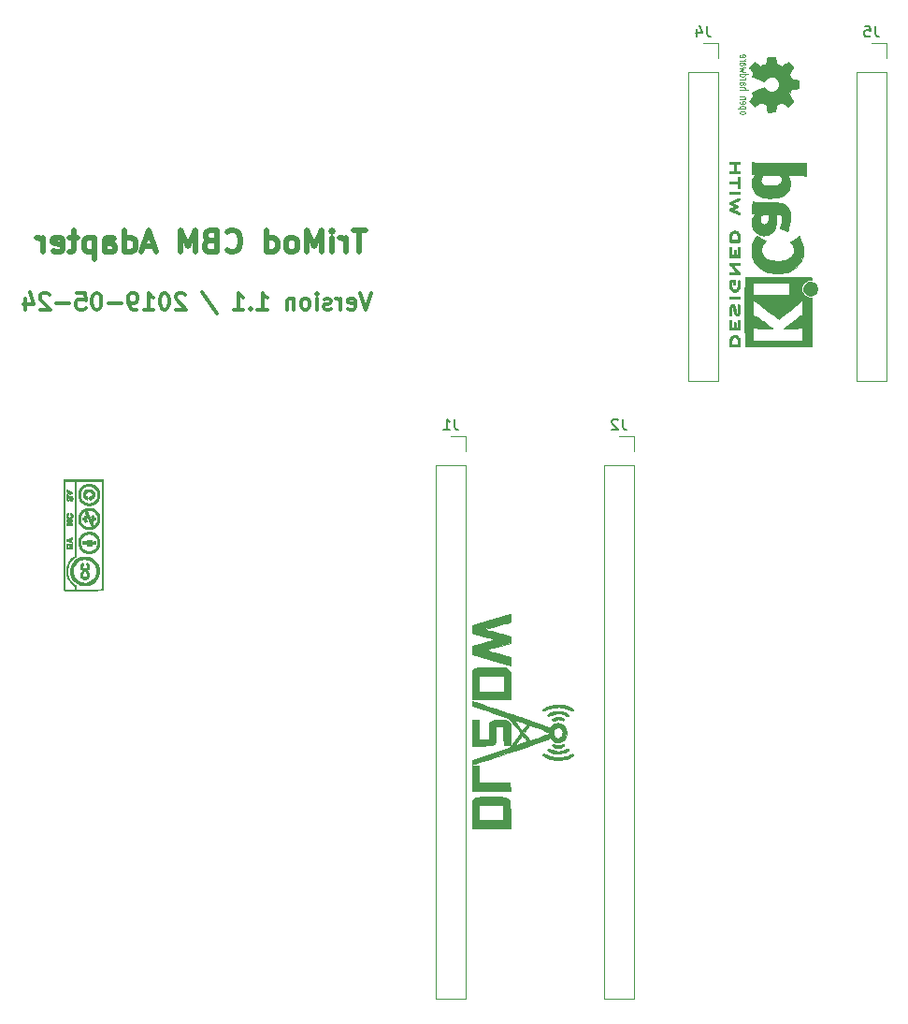
<source format=gbo>
G04 #@! TF.GenerationSoftware,KiCad,Pcbnew,(5.1.2-1)-1*
G04 #@! TF.CreationDate,2019-05-24T14:25:54+02:00*
G04 #@! TF.ProjectId,TriMod CBM Adapter (Standard Version),5472694d-6f64-4204-9342-4d2041646170,1.1*
G04 #@! TF.SameCoordinates,Original*
G04 #@! TF.FileFunction,Legend,Bot*
G04 #@! TF.FilePolarity,Positive*
%FSLAX46Y46*%
G04 Gerber Fmt 4.6, Leading zero omitted, Abs format (unit mm)*
G04 Created by KiCad (PCBNEW (5.1.2-1)-1) date 2019-05-24 14:25:54*
%MOMM*%
%LPD*%
G04 APERTURE LIST*
%ADD10C,0.500000*%
%ADD11C,0.300000*%
%ADD12C,0.120000*%
%ADD13C,0.010000*%
%ADD14C,0.002540*%
%ADD15C,0.075000*%
%ADD16C,0.150000*%
G04 APERTURE END LIST*
D10*
X101518761Y-62595261D02*
X100375904Y-62595261D01*
X100947333Y-64595261D02*
X100947333Y-62595261D01*
X99709238Y-64595261D02*
X99709238Y-63261928D01*
X99709238Y-63642880D02*
X99614000Y-63452404D01*
X99518761Y-63357166D01*
X99328285Y-63261928D01*
X99137809Y-63261928D01*
X98471142Y-64595261D02*
X98471142Y-63261928D01*
X98471142Y-62595261D02*
X98566380Y-62690500D01*
X98471142Y-62785738D01*
X98375904Y-62690500D01*
X98471142Y-62595261D01*
X98471142Y-62785738D01*
X97518761Y-64595261D02*
X97518761Y-62595261D01*
X96852095Y-64023833D01*
X96185428Y-62595261D01*
X96185428Y-64595261D01*
X94947333Y-64595261D02*
X95137809Y-64500023D01*
X95233047Y-64404785D01*
X95328285Y-64214309D01*
X95328285Y-63642880D01*
X95233047Y-63452404D01*
X95137809Y-63357166D01*
X94947333Y-63261928D01*
X94661619Y-63261928D01*
X94471142Y-63357166D01*
X94375904Y-63452404D01*
X94280666Y-63642880D01*
X94280666Y-64214309D01*
X94375904Y-64404785D01*
X94471142Y-64500023D01*
X94661619Y-64595261D01*
X94947333Y-64595261D01*
X92566380Y-64595261D02*
X92566380Y-62595261D01*
X92566380Y-64500023D02*
X92756857Y-64595261D01*
X93137809Y-64595261D01*
X93328285Y-64500023D01*
X93423523Y-64404785D01*
X93518761Y-64214309D01*
X93518761Y-63642880D01*
X93423523Y-63452404D01*
X93328285Y-63357166D01*
X93137809Y-63261928D01*
X92756857Y-63261928D01*
X92566380Y-63357166D01*
X88947333Y-64404785D02*
X89042571Y-64500023D01*
X89328285Y-64595261D01*
X89518761Y-64595261D01*
X89804476Y-64500023D01*
X89994952Y-64309547D01*
X90090190Y-64119071D01*
X90185428Y-63738119D01*
X90185428Y-63452404D01*
X90090190Y-63071452D01*
X89994952Y-62880976D01*
X89804476Y-62690500D01*
X89518761Y-62595261D01*
X89328285Y-62595261D01*
X89042571Y-62690500D01*
X88947333Y-62785738D01*
X87423523Y-63547642D02*
X87137809Y-63642880D01*
X87042571Y-63738119D01*
X86947333Y-63928595D01*
X86947333Y-64214309D01*
X87042571Y-64404785D01*
X87137809Y-64500023D01*
X87328285Y-64595261D01*
X88090190Y-64595261D01*
X88090190Y-62595261D01*
X87423523Y-62595261D01*
X87233047Y-62690500D01*
X87137809Y-62785738D01*
X87042571Y-62976214D01*
X87042571Y-63166690D01*
X87137809Y-63357166D01*
X87233047Y-63452404D01*
X87423523Y-63547642D01*
X88090190Y-63547642D01*
X86090190Y-64595261D02*
X86090190Y-62595261D01*
X85423523Y-64023833D01*
X84756857Y-62595261D01*
X84756857Y-64595261D01*
X82375904Y-64023833D02*
X81423523Y-64023833D01*
X82566380Y-64595261D02*
X81899714Y-62595261D01*
X81233047Y-64595261D01*
X79709238Y-64595261D02*
X79709238Y-62595261D01*
X79709238Y-64500023D02*
X79899714Y-64595261D01*
X80280666Y-64595261D01*
X80471142Y-64500023D01*
X80566380Y-64404785D01*
X80661619Y-64214309D01*
X80661619Y-63642880D01*
X80566380Y-63452404D01*
X80471142Y-63357166D01*
X80280666Y-63261928D01*
X79899714Y-63261928D01*
X79709238Y-63357166D01*
X77899714Y-64595261D02*
X77899714Y-63547642D01*
X77994952Y-63357166D01*
X78185428Y-63261928D01*
X78566380Y-63261928D01*
X78756857Y-63357166D01*
X77899714Y-64500023D02*
X78090190Y-64595261D01*
X78566380Y-64595261D01*
X78756857Y-64500023D01*
X78852095Y-64309547D01*
X78852095Y-64119071D01*
X78756857Y-63928595D01*
X78566380Y-63833357D01*
X78090190Y-63833357D01*
X77899714Y-63738119D01*
X76947333Y-63261928D02*
X76947333Y-65261928D01*
X76947333Y-63357166D02*
X76756857Y-63261928D01*
X76375904Y-63261928D01*
X76185428Y-63357166D01*
X76090190Y-63452404D01*
X75994952Y-63642880D01*
X75994952Y-64214309D01*
X76090190Y-64404785D01*
X76185428Y-64500023D01*
X76375904Y-64595261D01*
X76756857Y-64595261D01*
X76947333Y-64500023D01*
X75423523Y-63261928D02*
X74661619Y-63261928D01*
X75137809Y-62595261D02*
X75137809Y-64309547D01*
X75042571Y-64500023D01*
X74852095Y-64595261D01*
X74661619Y-64595261D01*
X73233047Y-64500023D02*
X73423523Y-64595261D01*
X73804476Y-64595261D01*
X73994952Y-64500023D01*
X74090190Y-64309547D01*
X74090190Y-63547642D01*
X73994952Y-63357166D01*
X73804476Y-63261928D01*
X73423523Y-63261928D01*
X73233047Y-63357166D01*
X73137809Y-63547642D01*
X73137809Y-63738119D01*
X74090190Y-63928595D01*
X72280666Y-64595261D02*
X72280666Y-63261928D01*
X72280666Y-63642880D02*
X72185428Y-63452404D01*
X72090190Y-63357166D01*
X71899714Y-63261928D01*
X71709238Y-63261928D01*
D11*
X102018714Y-68266571D02*
X101518714Y-69766571D01*
X101018714Y-68266571D01*
X99947285Y-69695142D02*
X100090142Y-69766571D01*
X100375857Y-69766571D01*
X100518714Y-69695142D01*
X100590142Y-69552285D01*
X100590142Y-68980857D01*
X100518714Y-68838000D01*
X100375857Y-68766571D01*
X100090142Y-68766571D01*
X99947285Y-68838000D01*
X99875857Y-68980857D01*
X99875857Y-69123714D01*
X100590142Y-69266571D01*
X99232999Y-69766571D02*
X99232999Y-68766571D01*
X99232999Y-69052285D02*
X99161571Y-68909428D01*
X99090142Y-68838000D01*
X98947285Y-68766571D01*
X98804428Y-68766571D01*
X98375857Y-69695142D02*
X98232999Y-69766571D01*
X97947285Y-69766571D01*
X97804428Y-69695142D01*
X97732999Y-69552285D01*
X97732999Y-69480857D01*
X97804428Y-69338000D01*
X97947285Y-69266571D01*
X98161571Y-69266571D01*
X98304428Y-69195142D01*
X98375857Y-69052285D01*
X98375857Y-68980857D01*
X98304428Y-68838000D01*
X98161571Y-68766571D01*
X97947285Y-68766571D01*
X97804428Y-68838000D01*
X97090142Y-69766571D02*
X97090142Y-68766571D01*
X97090142Y-68266571D02*
X97161571Y-68338000D01*
X97090142Y-68409428D01*
X97018714Y-68338000D01*
X97090142Y-68266571D01*
X97090142Y-68409428D01*
X96161571Y-69766571D02*
X96304428Y-69695142D01*
X96375857Y-69623714D01*
X96447285Y-69480857D01*
X96447285Y-69052285D01*
X96375857Y-68909428D01*
X96304428Y-68838000D01*
X96161571Y-68766571D01*
X95947285Y-68766571D01*
X95804428Y-68838000D01*
X95733000Y-68909428D01*
X95661571Y-69052285D01*
X95661571Y-69480857D01*
X95733000Y-69623714D01*
X95804428Y-69695142D01*
X95947285Y-69766571D01*
X96161571Y-69766571D01*
X95018714Y-68766571D02*
X95018714Y-69766571D01*
X95018714Y-68909428D02*
X94947285Y-68838000D01*
X94804428Y-68766571D01*
X94590142Y-68766571D01*
X94447285Y-68838000D01*
X94375857Y-68980857D01*
X94375857Y-69766571D01*
X91733000Y-69766571D02*
X92590142Y-69766571D01*
X92161571Y-69766571D02*
X92161571Y-68266571D01*
X92304428Y-68480857D01*
X92447285Y-68623714D01*
X92590142Y-68695142D01*
X91090142Y-69623714D02*
X91018714Y-69695142D01*
X91090142Y-69766571D01*
X91161571Y-69695142D01*
X91090142Y-69623714D01*
X91090142Y-69766571D01*
X89590142Y-69766571D02*
X90447285Y-69766571D01*
X90018714Y-69766571D02*
X90018714Y-68266571D01*
X90161571Y-68480857D01*
X90304428Y-68623714D01*
X90447285Y-68695142D01*
X86733000Y-68195142D02*
X88018714Y-70123714D01*
X85161571Y-68409428D02*
X85090142Y-68338000D01*
X84947285Y-68266571D01*
X84590142Y-68266571D01*
X84447285Y-68338000D01*
X84375857Y-68409428D01*
X84304428Y-68552285D01*
X84304428Y-68695142D01*
X84375857Y-68909428D01*
X85233000Y-69766571D01*
X84304428Y-69766571D01*
X83375857Y-68266571D02*
X83233000Y-68266571D01*
X83090142Y-68338000D01*
X83018714Y-68409428D01*
X82947285Y-68552285D01*
X82875857Y-68838000D01*
X82875857Y-69195142D01*
X82947285Y-69480857D01*
X83018714Y-69623714D01*
X83090142Y-69695142D01*
X83233000Y-69766571D01*
X83375857Y-69766571D01*
X83518714Y-69695142D01*
X83590142Y-69623714D01*
X83661571Y-69480857D01*
X83733000Y-69195142D01*
X83733000Y-68838000D01*
X83661571Y-68552285D01*
X83590142Y-68409428D01*
X83518714Y-68338000D01*
X83375857Y-68266571D01*
X81447285Y-69766571D02*
X82304428Y-69766571D01*
X81875857Y-69766571D02*
X81875857Y-68266571D01*
X82018714Y-68480857D01*
X82161571Y-68623714D01*
X82304428Y-68695142D01*
X80733000Y-69766571D02*
X80447285Y-69766571D01*
X80304428Y-69695142D01*
X80233000Y-69623714D01*
X80090142Y-69409428D01*
X80018714Y-69123714D01*
X80018714Y-68552285D01*
X80090142Y-68409428D01*
X80161571Y-68338000D01*
X80304428Y-68266571D01*
X80590142Y-68266571D01*
X80733000Y-68338000D01*
X80804428Y-68409428D01*
X80875857Y-68552285D01*
X80875857Y-68909428D01*
X80804428Y-69052285D01*
X80733000Y-69123714D01*
X80590142Y-69195142D01*
X80304428Y-69195142D01*
X80161571Y-69123714D01*
X80090142Y-69052285D01*
X80018714Y-68909428D01*
X79375857Y-69195142D02*
X78233000Y-69195142D01*
X77233000Y-68266571D02*
X77090142Y-68266571D01*
X76947285Y-68338000D01*
X76875857Y-68409428D01*
X76804428Y-68552285D01*
X76733000Y-68838000D01*
X76733000Y-69195142D01*
X76804428Y-69480857D01*
X76875857Y-69623714D01*
X76947285Y-69695142D01*
X77090142Y-69766571D01*
X77233000Y-69766571D01*
X77375857Y-69695142D01*
X77447285Y-69623714D01*
X77518714Y-69480857D01*
X77590142Y-69195142D01*
X77590142Y-68838000D01*
X77518714Y-68552285D01*
X77447285Y-68409428D01*
X77375857Y-68338000D01*
X77233000Y-68266571D01*
X75375857Y-68266571D02*
X76090142Y-68266571D01*
X76161571Y-68980857D01*
X76090142Y-68909428D01*
X75947285Y-68838000D01*
X75590142Y-68838000D01*
X75447285Y-68909428D01*
X75375857Y-68980857D01*
X75304428Y-69123714D01*
X75304428Y-69480857D01*
X75375857Y-69623714D01*
X75447285Y-69695142D01*
X75590142Y-69766571D01*
X75947285Y-69766571D01*
X76090142Y-69695142D01*
X76161571Y-69623714D01*
X74661571Y-69195142D02*
X73518714Y-69195142D01*
X72875857Y-68409428D02*
X72804428Y-68338000D01*
X72661571Y-68266571D01*
X72304428Y-68266571D01*
X72161571Y-68338000D01*
X72090142Y-68409428D01*
X72018714Y-68552285D01*
X72018714Y-68695142D01*
X72090142Y-68909428D01*
X72947285Y-69766571D01*
X72018714Y-69766571D01*
X70733000Y-68766571D02*
X70733000Y-69766571D01*
X71090142Y-68195142D02*
X71447285Y-69266571D01*
X70518714Y-69266571D01*
D12*
X110550000Y-132140000D02*
X107890000Y-132140000D01*
X110550000Y-83820000D02*
X110550000Y-132140000D01*
X107890000Y-83820000D02*
X107890000Y-132140000D01*
X110550000Y-83820000D02*
X107890000Y-83820000D01*
X110550000Y-82550000D02*
X110550000Y-81220000D01*
X110550000Y-81220000D02*
X109220000Y-81220000D01*
D13*
G36*
X119453038Y-106817625D02*
G01*
X119395440Y-106747009D01*
X119288621Y-106691628D01*
X119138899Y-106654669D01*
X118952590Y-106639317D01*
X118937361Y-106639126D01*
X118777018Y-106649017D01*
X118634019Y-106678269D01*
X118516404Y-106722297D01*
X118432214Y-106776516D01*
X118389487Y-106836339D01*
X118396265Y-106897182D01*
X118425774Y-106930905D01*
X118472580Y-106956107D01*
X118531155Y-106948746D01*
X118575515Y-106932063D01*
X118769888Y-106866079D01*
X118933723Y-106844064D01*
X119079639Y-106864800D01*
X119122222Y-106879337D01*
X119262904Y-106929850D01*
X119357650Y-106952614D01*
X119416198Y-106948242D01*
X119448288Y-106917346D01*
X119455100Y-106900289D01*
X119453038Y-106817625D01*
X119453038Y-106817625D01*
G37*
X119453038Y-106817625D02*
X119395440Y-106747009D01*
X119288621Y-106691628D01*
X119138899Y-106654669D01*
X118952590Y-106639317D01*
X118937361Y-106639126D01*
X118777018Y-106649017D01*
X118634019Y-106678269D01*
X118516404Y-106722297D01*
X118432214Y-106776516D01*
X118389487Y-106836339D01*
X118396265Y-106897182D01*
X118425774Y-106930905D01*
X118472580Y-106956107D01*
X118531155Y-106948746D01*
X118575515Y-106932063D01*
X118769888Y-106866079D01*
X118933723Y-106844064D01*
X119079639Y-106864800D01*
X119122222Y-106879337D01*
X119262904Y-106929850D01*
X119357650Y-106952614D01*
X119416198Y-106948242D01*
X119448288Y-106917346D01*
X119455100Y-106900289D01*
X119453038Y-106817625D01*
G36*
X119434233Y-109126590D02*
G01*
X119369713Y-109099588D01*
X119268626Y-109120764D01*
X119207329Y-109147338D01*
X119099772Y-109190931D01*
X118998816Y-109207124D01*
X118877315Y-109202280D01*
X118757583Y-109182941D01*
X118647960Y-109151256D01*
X118598086Y-109128522D01*
X118506122Y-109096166D01*
X118434347Y-109107713D01*
X118392773Y-109151139D01*
X118391412Y-109214421D01*
X118440275Y-109285533D01*
X118456140Y-109298999D01*
X118559477Y-109353817D01*
X118702256Y-109395461D01*
X118862033Y-109419374D01*
X119016361Y-109421001D01*
X119043985Y-109418323D01*
X119182696Y-109391173D01*
X119306359Y-109347730D01*
X119402158Y-109294566D01*
X119457274Y-109238253D01*
X119465116Y-109202397D01*
X119434233Y-109126590D01*
X119434233Y-109126590D01*
G37*
X119434233Y-109126590D02*
X119369713Y-109099588D01*
X119268626Y-109120764D01*
X119207329Y-109147338D01*
X119099772Y-109190931D01*
X118998816Y-109207124D01*
X118877315Y-109202280D01*
X118757583Y-109182941D01*
X118647960Y-109151256D01*
X118598086Y-109128522D01*
X118506122Y-109096166D01*
X118434347Y-109107713D01*
X118392773Y-109151139D01*
X118391412Y-109214421D01*
X118440275Y-109285533D01*
X118456140Y-109298999D01*
X118559477Y-109353817D01*
X118702256Y-109395461D01*
X118862033Y-109419374D01*
X119016361Y-109421001D01*
X119043985Y-109418323D01*
X119182696Y-109391173D01*
X119306359Y-109347730D01*
X119402158Y-109294566D01*
X119457274Y-109238253D01*
X119465116Y-109202397D01*
X119434233Y-109126590D01*
G36*
X119834577Y-106357057D02*
G01*
X119741595Y-106290744D01*
X119612688Y-106229366D01*
X119456660Y-106175988D01*
X119282316Y-106133675D01*
X119098461Y-106105493D01*
X118913899Y-106094506D01*
X118755761Y-106101717D01*
X118565969Y-106131445D01*
X118386417Y-106177552D01*
X118227190Y-106235603D01*
X118098369Y-106301162D01*
X118010037Y-106369794D01*
X117972275Y-106437064D01*
X117971596Y-106446663D01*
X117994678Y-106514238D01*
X118029310Y-106537895D01*
X118087108Y-106534292D01*
X118182426Y-106505776D01*
X118294855Y-106458957D01*
X118579895Y-106357445D01*
X118870555Y-106314598D01*
X119158997Y-106330402D01*
X119437384Y-106404842D01*
X119565114Y-106461384D01*
X119690209Y-106520633D01*
X119774086Y-106548068D01*
X119828596Y-106544860D01*
X119865591Y-106512178D01*
X119877546Y-106492229D01*
X119882829Y-106425241D01*
X119834577Y-106357057D01*
X119834577Y-106357057D01*
G37*
X119834577Y-106357057D02*
X119741595Y-106290744D01*
X119612688Y-106229366D01*
X119456660Y-106175988D01*
X119282316Y-106133675D01*
X119098461Y-106105493D01*
X118913899Y-106094506D01*
X118755761Y-106101717D01*
X118565969Y-106131445D01*
X118386417Y-106177552D01*
X118227190Y-106235603D01*
X118098369Y-106301162D01*
X118010037Y-106369794D01*
X117972275Y-106437064D01*
X117971596Y-106446663D01*
X117994678Y-106514238D01*
X118029310Y-106537895D01*
X118087108Y-106534292D01*
X118182426Y-106505776D01*
X118294855Y-106458957D01*
X118579895Y-106357445D01*
X118870555Y-106314598D01*
X119158997Y-106330402D01*
X119437384Y-106404842D01*
X119565114Y-106461384D01*
X119690209Y-106520633D01*
X119774086Y-106548068D01*
X119828596Y-106544860D01*
X119865591Y-106512178D01*
X119877546Y-106492229D01*
X119882829Y-106425241D01*
X119834577Y-106357057D01*
G36*
X119859462Y-109540841D02*
G01*
X119825602Y-109510128D01*
X119792352Y-109497343D01*
X119745371Y-109504678D01*
X119670317Y-109534325D01*
X119555271Y-109587342D01*
X119265216Y-109690914D01*
X118972368Y-109732251D01*
X118679235Y-109711353D01*
X118388325Y-109628217D01*
X118294855Y-109587881D01*
X118149909Y-109529177D01*
X118049772Y-109510716D01*
X117991369Y-109532596D01*
X117971625Y-109594916D01*
X117971596Y-109598296D01*
X117989423Y-109653442D01*
X118049867Y-109707817D01*
X118119997Y-109749433D01*
X118334978Y-109845887D01*
X118559985Y-109904505D01*
X118814753Y-109929826D01*
X118912355Y-109931658D01*
X119152410Y-109923432D01*
X119354028Y-109894812D01*
X119539143Y-109841536D01*
X119682267Y-109781939D01*
X119811563Y-109709901D01*
X119879016Y-109642085D01*
X119885079Y-109577872D01*
X119859462Y-109540841D01*
X119859462Y-109540841D01*
G37*
X119859462Y-109540841D02*
X119825602Y-109510128D01*
X119792352Y-109497343D01*
X119745371Y-109504678D01*
X119670317Y-109534325D01*
X119555271Y-109587342D01*
X119265216Y-109690914D01*
X118972368Y-109732251D01*
X118679235Y-109711353D01*
X118388325Y-109628217D01*
X118294855Y-109587881D01*
X118149909Y-109529177D01*
X118049772Y-109510716D01*
X117991369Y-109532596D01*
X117971625Y-109594916D01*
X117971596Y-109598296D01*
X117989423Y-109653442D01*
X118049867Y-109707817D01*
X118119997Y-109749433D01*
X118334978Y-109845887D01*
X118559985Y-109904505D01*
X118814753Y-109929826D01*
X118912355Y-109931658D01*
X119152410Y-109923432D01*
X119354028Y-109894812D01*
X119539143Y-109841536D01*
X119682267Y-109781939D01*
X119811563Y-109709901D01*
X119879016Y-109642085D01*
X119885079Y-109577872D01*
X119859462Y-109540841D01*
G36*
X120303908Y-105952706D02*
G01*
X120258285Y-105893003D01*
X120165057Y-105827977D01*
X120066700Y-105775009D01*
X119736359Y-105640799D01*
X119381957Y-105555327D01*
X119014811Y-105518505D01*
X118646240Y-105530246D01*
X118287565Y-105590462D01*
X117950103Y-105699064D01*
X117752253Y-105792961D01*
X117656613Y-105849845D01*
X117578624Y-105904672D01*
X117549030Y-105931062D01*
X117516667Y-105977496D01*
X117531497Y-106015629D01*
X117550575Y-106035819D01*
X117603606Y-106074392D01*
X117664349Y-106080949D01*
X117747118Y-106053581D01*
X117858619Y-105994745D01*
X118127739Y-105872517D01*
X118435205Y-105788938D01*
X118767972Y-105747109D01*
X118918175Y-105742730D01*
X119193617Y-105753008D01*
X119432294Y-105787203D01*
X119657007Y-105850361D01*
X119890556Y-105947527D01*
X119930597Y-105966727D01*
X120084214Y-106036123D01*
X120192708Y-106071149D01*
X120262594Y-106072625D01*
X120300385Y-106041367D01*
X120309180Y-106014241D01*
X120303908Y-105952706D01*
X120303908Y-105952706D01*
G37*
X120303908Y-105952706D02*
X120258285Y-105893003D01*
X120165057Y-105827977D01*
X120066700Y-105775009D01*
X119736359Y-105640799D01*
X119381957Y-105555327D01*
X119014811Y-105518505D01*
X118646240Y-105530246D01*
X118287565Y-105590462D01*
X117950103Y-105699064D01*
X117752253Y-105792961D01*
X117656613Y-105849845D01*
X117578624Y-105904672D01*
X117549030Y-105931062D01*
X117516667Y-105977496D01*
X117531497Y-106015629D01*
X117550575Y-106035819D01*
X117603606Y-106074392D01*
X117664349Y-106080949D01*
X117747118Y-106053581D01*
X117858619Y-105994745D01*
X118127739Y-105872517D01*
X118435205Y-105788938D01*
X118767972Y-105747109D01*
X118918175Y-105742730D01*
X119193617Y-105753008D01*
X119432294Y-105787203D01*
X119657007Y-105850361D01*
X119890556Y-105947527D01*
X119930597Y-105966727D01*
X120084214Y-106036123D01*
X120192708Y-106071149D01*
X120262594Y-106072625D01*
X120300385Y-106041367D01*
X120309180Y-106014241D01*
X120303908Y-105952706D01*
G36*
X120282039Y-109992217D02*
G01*
X120228285Y-109968687D01*
X120134245Y-109983709D01*
X119996277Y-110037416D01*
X119932797Y-110067397D01*
X119714808Y-110163760D01*
X119510661Y-110229068D01*
X119298972Y-110267979D01*
X119058361Y-110285150D01*
X118924487Y-110287038D01*
X118578134Y-110268252D01*
X118273222Y-110210321D01*
X118000954Y-110111258D01*
X117886153Y-110052401D01*
X117737315Y-109983021D01*
X117625001Y-109963169D01*
X117547878Y-109992664D01*
X117536441Y-110004610D01*
X117520128Y-110045994D01*
X117548609Y-110094383D01*
X117571669Y-110117869D01*
X117669543Y-110189598D01*
X117814002Y-110266424D01*
X117990269Y-110341659D01*
X118183566Y-110408613D01*
X118268398Y-110433235D01*
X118413335Y-110467186D01*
X118561194Y-110488602D01*
X118732906Y-110499758D01*
X118908865Y-110502856D01*
X119204179Y-110494547D01*
X119457632Y-110464539D01*
X119687231Y-110409040D01*
X119910979Y-110324260D01*
X120033589Y-110266038D01*
X120159836Y-110200213D01*
X120239158Y-110151555D01*
X120281759Y-110111923D01*
X120297843Y-110073176D01*
X120299148Y-110054169D01*
X120282039Y-109992217D01*
X120282039Y-109992217D01*
G37*
X120282039Y-109992217D02*
X120228285Y-109968687D01*
X120134245Y-109983709D01*
X119996277Y-110037416D01*
X119932797Y-110067397D01*
X119714808Y-110163760D01*
X119510661Y-110229068D01*
X119298972Y-110267979D01*
X119058361Y-110285150D01*
X118924487Y-110287038D01*
X118578134Y-110268252D01*
X118273222Y-110210321D01*
X118000954Y-110111258D01*
X117886153Y-110052401D01*
X117737315Y-109983021D01*
X117625001Y-109963169D01*
X117547878Y-109992664D01*
X117536441Y-110004610D01*
X117520128Y-110045994D01*
X117548609Y-110094383D01*
X117571669Y-110117869D01*
X117669543Y-110189598D01*
X117814002Y-110266424D01*
X117990269Y-110341659D01*
X118183566Y-110408613D01*
X118268398Y-110433235D01*
X118413335Y-110467186D01*
X118561194Y-110488602D01*
X118732906Y-110499758D01*
X118908865Y-110502856D01*
X119204179Y-110494547D01*
X119457632Y-110464539D01*
X119687231Y-110409040D01*
X119910979Y-110324260D01*
X120033589Y-110266038D01*
X120159836Y-110200213D01*
X120239158Y-110151555D01*
X120281759Y-110111923D01*
X120297843Y-110073176D01*
X120299148Y-110054169D01*
X120282039Y-109992217D01*
G36*
X113903359Y-99120544D02*
G01*
X113662189Y-99058323D01*
X113411086Y-98993586D01*
X113165980Y-98930435D01*
X112942798Y-98872975D01*
X112757468Y-98825308D01*
X112694506Y-98809133D01*
X112244354Y-98693546D01*
X113053793Y-98466189D01*
X113295409Y-98398302D01*
X113541474Y-98329128D01*
X113778208Y-98262543D01*
X113991828Y-98202424D01*
X114168555Y-98152648D01*
X114261571Y-98126419D01*
X114659911Y-98014007D01*
X114659911Y-97660656D01*
X114657975Y-97520274D01*
X114652718Y-97406016D01*
X114644965Y-97330394D01*
X114636479Y-97305703D01*
X114603023Y-97313946D01*
X114514971Y-97338244D01*
X114377685Y-97377056D01*
X114196524Y-97428840D01*
X113976850Y-97492054D01*
X113724022Y-97565156D01*
X113443401Y-97646605D01*
X113140347Y-97734858D01*
X112871443Y-97813391D01*
X111129838Y-98322681D01*
X111129684Y-98688310D01*
X111129530Y-99053938D01*
X111231067Y-99080948D01*
X111286003Y-99095450D01*
X111393072Y-99123616D01*
X111543966Y-99163264D01*
X111730374Y-99212212D01*
X111943989Y-99268277D01*
X112176502Y-99329278D01*
X112277572Y-99355787D01*
X112509744Y-99417191D01*
X112721231Y-99474112D01*
X112904788Y-99524523D01*
X113053166Y-99566393D01*
X113159120Y-99597695D01*
X113215402Y-99616400D01*
X113222652Y-99620369D01*
X113193659Y-99632217D01*
X113111213Y-99658325D01*
X112982196Y-99696706D01*
X112813489Y-99745368D01*
X112611974Y-99802324D01*
X112384533Y-99865583D01*
X112183958Y-99920642D01*
X111145151Y-100204162D01*
X111136379Y-100583409D01*
X111133686Y-100729232D01*
X111132761Y-100849387D01*
X111133603Y-100931799D01*
X111136213Y-100964392D01*
X111136379Y-100964496D01*
X111167191Y-100973089D01*
X111252819Y-100997183D01*
X111387952Y-101035280D01*
X111567277Y-101085879D01*
X111785484Y-101147481D01*
X112037261Y-101218587D01*
X112317297Y-101297698D01*
X112620280Y-101383313D01*
X112894720Y-101460880D01*
X114644290Y-101955425D01*
X114653128Y-101595451D01*
X114655328Y-101451956D01*
X114654660Y-101332750D01*
X114651365Y-101250876D01*
X114646182Y-101219694D01*
X114613427Y-101208460D01*
X114526902Y-101183260D01*
X114393290Y-101145922D01*
X114219277Y-101098274D01*
X114011547Y-101042144D01*
X113776786Y-100979360D01*
X113521676Y-100911751D01*
X113481378Y-100901125D01*
X113222670Y-100832876D01*
X112982304Y-100769322D01*
X112767138Y-100712286D01*
X112584029Y-100663592D01*
X112439832Y-100625065D01*
X112341405Y-100598528D01*
X112295604Y-100585804D01*
X112293797Y-100585234D01*
X112314263Y-100574438D01*
X112388907Y-100549154D01*
X112511587Y-100511195D01*
X112676158Y-100462372D01*
X112876479Y-100404500D01*
X113106407Y-100339390D01*
X113359798Y-100268857D01*
X113449763Y-100244083D01*
X114644290Y-99916039D01*
X114653174Y-99616203D01*
X114662058Y-99316368D01*
X113903359Y-99120544D01*
X113903359Y-99120544D01*
G37*
X113903359Y-99120544D02*
X113662189Y-99058323D01*
X113411086Y-98993586D01*
X113165980Y-98930435D01*
X112942798Y-98872975D01*
X112757468Y-98825308D01*
X112694506Y-98809133D01*
X112244354Y-98693546D01*
X113053793Y-98466189D01*
X113295409Y-98398302D01*
X113541474Y-98329128D01*
X113778208Y-98262543D01*
X113991828Y-98202424D01*
X114168555Y-98152648D01*
X114261571Y-98126419D01*
X114659911Y-98014007D01*
X114659911Y-97660656D01*
X114657975Y-97520274D01*
X114652718Y-97406016D01*
X114644965Y-97330394D01*
X114636479Y-97305703D01*
X114603023Y-97313946D01*
X114514971Y-97338244D01*
X114377685Y-97377056D01*
X114196524Y-97428840D01*
X113976850Y-97492054D01*
X113724022Y-97565156D01*
X113443401Y-97646605D01*
X113140347Y-97734858D01*
X112871443Y-97813391D01*
X111129838Y-98322681D01*
X111129684Y-98688310D01*
X111129530Y-99053938D01*
X111231067Y-99080948D01*
X111286003Y-99095450D01*
X111393072Y-99123616D01*
X111543966Y-99163264D01*
X111730374Y-99212212D01*
X111943989Y-99268277D01*
X112176502Y-99329278D01*
X112277572Y-99355787D01*
X112509744Y-99417191D01*
X112721231Y-99474112D01*
X112904788Y-99524523D01*
X113053166Y-99566393D01*
X113159120Y-99597695D01*
X113215402Y-99616400D01*
X113222652Y-99620369D01*
X113193659Y-99632217D01*
X113111213Y-99658325D01*
X112982196Y-99696706D01*
X112813489Y-99745368D01*
X112611974Y-99802324D01*
X112384533Y-99865583D01*
X112183958Y-99920642D01*
X111145151Y-100204162D01*
X111136379Y-100583409D01*
X111133686Y-100729232D01*
X111132761Y-100849387D01*
X111133603Y-100931799D01*
X111136213Y-100964392D01*
X111136379Y-100964496D01*
X111167191Y-100973089D01*
X111252819Y-100997183D01*
X111387952Y-101035280D01*
X111567277Y-101085879D01*
X111785484Y-101147481D01*
X112037261Y-101218587D01*
X112317297Y-101297698D01*
X112620280Y-101383313D01*
X112894720Y-101460880D01*
X114644290Y-101955425D01*
X114653128Y-101595451D01*
X114655328Y-101451956D01*
X114654660Y-101332750D01*
X114651365Y-101250876D01*
X114646182Y-101219694D01*
X114613427Y-101208460D01*
X114526902Y-101183260D01*
X114393290Y-101145922D01*
X114219277Y-101098274D01*
X114011547Y-101042144D01*
X113776786Y-100979360D01*
X113521676Y-100911751D01*
X113481378Y-100901125D01*
X113222670Y-100832876D01*
X112982304Y-100769322D01*
X112767138Y-100712286D01*
X112584029Y-100663592D01*
X112439832Y-100625065D01*
X112341405Y-100598528D01*
X112295604Y-100585804D01*
X112293797Y-100585234D01*
X112314263Y-100574438D01*
X112388907Y-100549154D01*
X112511587Y-100511195D01*
X112676158Y-100462372D01*
X112876479Y-100404500D01*
X113106407Y-100339390D01*
X113359798Y-100268857D01*
X113449763Y-100244083D01*
X114644290Y-99916039D01*
X114653174Y-99616203D01*
X114662058Y-99316368D01*
X113903359Y-99120544D01*
G36*
X114653476Y-103844760D02*
G01*
X114644290Y-102634120D01*
X114556646Y-102485020D01*
X114479511Y-102379984D01*
X114384222Y-102284238D01*
X114340286Y-102250702D01*
X114211569Y-102165485D01*
X113068889Y-102155641D01*
X112796774Y-102153908D01*
X112535129Y-102153390D01*
X112292814Y-102154020D01*
X112078686Y-102155732D01*
X111901604Y-102158457D01*
X111770426Y-102162128D01*
X111700474Y-102166045D01*
X111513893Y-102197081D01*
X111373188Y-102256667D01*
X111265492Y-102352052D01*
X111200815Y-102447590D01*
X111183217Y-102479929D01*
X111168832Y-102512952D01*
X111157332Y-102552963D01*
X111148391Y-102606262D01*
X111141681Y-102679153D01*
X111136878Y-102777937D01*
X111133653Y-102908916D01*
X111131681Y-103078392D01*
X111130635Y-103292667D01*
X111130189Y-103558044D01*
X111130044Y-103813517D01*
X111129530Y-105055399D01*
X114003822Y-105055399D01*
X114003822Y-104336826D01*
X111785618Y-104336826D01*
X111785618Y-102868437D01*
X114003822Y-102868437D01*
X114003822Y-104336826D01*
X114003822Y-105055399D01*
X114662661Y-105055399D01*
X114653476Y-103844760D01*
X114653476Y-103844760D01*
G37*
X114653476Y-103844760D02*
X114644290Y-102634120D01*
X114556646Y-102485020D01*
X114479511Y-102379984D01*
X114384222Y-102284238D01*
X114340286Y-102250702D01*
X114211569Y-102165485D01*
X113068889Y-102155641D01*
X112796774Y-102153908D01*
X112535129Y-102153390D01*
X112292814Y-102154020D01*
X112078686Y-102155732D01*
X111901604Y-102158457D01*
X111770426Y-102162128D01*
X111700474Y-102166045D01*
X111513893Y-102197081D01*
X111373188Y-102256667D01*
X111265492Y-102352052D01*
X111200815Y-102447590D01*
X111183217Y-102479929D01*
X111168832Y-102512952D01*
X111157332Y-102552963D01*
X111148391Y-102606262D01*
X111141681Y-102679153D01*
X111136878Y-102777937D01*
X111133653Y-102908916D01*
X111131681Y-103078392D01*
X111130635Y-103292667D01*
X111130189Y-103558044D01*
X111130044Y-103813517D01*
X111129530Y-105055399D01*
X114003822Y-105055399D01*
X114003822Y-104336826D01*
X111785618Y-104336826D01*
X111785618Y-102868437D01*
X114003822Y-102868437D01*
X114003822Y-104336826D01*
X114003822Y-105055399D01*
X114662661Y-105055399D01*
X114653476Y-103844760D01*
G36*
X114656976Y-108468622D02*
G01*
X114654792Y-108145827D01*
X114650797Y-107879513D01*
X114644459Y-107663687D01*
X114635241Y-107492358D01*
X114622609Y-107359534D01*
X114606028Y-107259224D01*
X114584963Y-107185436D01*
X114558881Y-107132179D01*
X114534942Y-107101285D01*
X114474796Y-107040865D01*
X114415994Y-106995314D01*
X114348734Y-106962520D01*
X114263214Y-106940371D01*
X114149634Y-106926756D01*
X113998190Y-106919562D01*
X113799082Y-106916679D01*
X113675778Y-106916187D01*
X113466815Y-106916153D01*
X113309826Y-106917802D01*
X113194304Y-106922131D01*
X113109744Y-106930138D01*
X113045639Y-106942821D01*
X112991482Y-106961178D01*
X112936766Y-106986207D01*
X112936361Y-106986406D01*
X112858420Y-107026336D01*
X112797821Y-107065768D01*
X112752254Y-107112836D01*
X112719406Y-107175673D01*
X112696968Y-107262413D01*
X112682627Y-107381190D01*
X112674073Y-107540137D01*
X112668994Y-107747389D01*
X112666102Y-107937503D01*
X112656179Y-108648265D01*
X111785618Y-108648265D01*
X111785618Y-106898696D01*
X111129530Y-106898696D01*
X111129530Y-109241869D01*
X111465385Y-109238953D01*
X111610258Y-109236826D01*
X111799294Y-109232781D01*
X112014213Y-109227276D01*
X112236739Y-109220770D01*
X112397333Y-109215521D01*
X112604099Y-109208198D01*
X112758308Y-109201477D01*
X112869849Y-109193827D01*
X112948613Y-109183716D01*
X113004490Y-109169613D01*
X113047370Y-109149987D01*
X113087144Y-109123307D01*
X113111410Y-109104971D01*
X113174010Y-109053474D01*
X113222442Y-109000560D01*
X113258510Y-108937691D01*
X113284015Y-108856329D01*
X113300761Y-108747936D01*
X113310552Y-108603974D01*
X113315189Y-108415905D01*
X113316476Y-108175190D01*
X113316492Y-108133771D01*
X113316492Y-107461057D01*
X113962720Y-107461057D01*
X113983271Y-108028427D01*
X113990190Y-108236567D01*
X113996116Y-108447486D01*
X114000623Y-108643375D01*
X114003284Y-108806426D01*
X114003822Y-108887591D01*
X114003822Y-109179385D01*
X114659911Y-109179385D01*
X114656976Y-108468622D01*
X114656976Y-108468622D01*
G37*
X114656976Y-108468622D02*
X114654792Y-108145827D01*
X114650797Y-107879513D01*
X114644459Y-107663687D01*
X114635241Y-107492358D01*
X114622609Y-107359534D01*
X114606028Y-107259224D01*
X114584963Y-107185436D01*
X114558881Y-107132179D01*
X114534942Y-107101285D01*
X114474796Y-107040865D01*
X114415994Y-106995314D01*
X114348734Y-106962520D01*
X114263214Y-106940371D01*
X114149634Y-106926756D01*
X113998190Y-106919562D01*
X113799082Y-106916679D01*
X113675778Y-106916187D01*
X113466815Y-106916153D01*
X113309826Y-106917802D01*
X113194304Y-106922131D01*
X113109744Y-106930138D01*
X113045639Y-106942821D01*
X112991482Y-106961178D01*
X112936766Y-106986207D01*
X112936361Y-106986406D01*
X112858420Y-107026336D01*
X112797821Y-107065768D01*
X112752254Y-107112836D01*
X112719406Y-107175673D01*
X112696968Y-107262413D01*
X112682627Y-107381190D01*
X112674073Y-107540137D01*
X112668994Y-107747389D01*
X112666102Y-107937503D01*
X112656179Y-108648265D01*
X111785618Y-108648265D01*
X111785618Y-106898696D01*
X111129530Y-106898696D01*
X111129530Y-109241869D01*
X111465385Y-109238953D01*
X111610258Y-109236826D01*
X111799294Y-109232781D01*
X112014213Y-109227276D01*
X112236739Y-109220770D01*
X112397333Y-109215521D01*
X112604099Y-109208198D01*
X112758308Y-109201477D01*
X112869849Y-109193827D01*
X112948613Y-109183716D01*
X113004490Y-109169613D01*
X113047370Y-109149987D01*
X113087144Y-109123307D01*
X113111410Y-109104971D01*
X113174010Y-109053474D01*
X113222442Y-109000560D01*
X113258510Y-108937691D01*
X113284015Y-108856329D01*
X113300761Y-108747936D01*
X113310552Y-108603974D01*
X113315189Y-108415905D01*
X113316476Y-108175190D01*
X113316492Y-108133771D01*
X113316492Y-107461057D01*
X113962720Y-107461057D01*
X113983271Y-108028427D01*
X113990190Y-108236567D01*
X113996116Y-108447486D01*
X114000623Y-108643375D01*
X114003284Y-108806426D01*
X114003822Y-108887591D01*
X114003822Y-109179385D01*
X114659911Y-109179385D01*
X114656976Y-108468622D01*
G36*
X119671765Y-107829054D02*
G01*
X119650182Y-107719808D01*
X119613582Y-107627261D01*
X119586466Y-107577638D01*
X119448869Y-107396837D01*
X119280683Y-107270397D01*
X119083701Y-107199251D01*
X118859717Y-107184330D01*
X118833168Y-107186189D01*
X118638347Y-107232726D01*
X118464974Y-107336676D01*
X118317537Y-107495314D01*
X118312563Y-107502304D01*
X118219722Y-107634018D01*
X117947258Y-107503299D01*
X117891624Y-107480763D01*
X117782738Y-107440555D01*
X117625205Y-107384229D01*
X117423628Y-107313339D01*
X117182610Y-107229439D01*
X116906757Y-107134085D01*
X116600670Y-107028830D01*
X116268954Y-106915228D01*
X115916213Y-106794836D01*
X115547050Y-106669205D01*
X115166069Y-106539892D01*
X114777874Y-106408450D01*
X114387067Y-106276435D01*
X113998254Y-106145399D01*
X113616037Y-106016898D01*
X113245021Y-105892486D01*
X112889808Y-105773718D01*
X112555003Y-105662148D01*
X112245209Y-105559330D01*
X111965031Y-105466818D01*
X111719070Y-105386168D01*
X111511933Y-105318933D01*
X111348221Y-105266668D01*
X111232539Y-105230928D01*
X111169490Y-105213266D01*
X111159966Y-105211611D01*
X111141682Y-105241418D01*
X111134269Y-105326762D01*
X111135913Y-105415837D01*
X111145151Y-105620064D01*
X112779146Y-106163142D01*
X113086294Y-106265667D01*
X113376426Y-106363362D01*
X113643964Y-106454292D01*
X113883332Y-106536521D01*
X114088953Y-106608112D01*
X114255249Y-106667131D01*
X114376644Y-106711642D01*
X114447561Y-106739708D01*
X114463485Y-106747784D01*
X114494848Y-106781918D01*
X114559735Y-106858799D01*
X114653024Y-106972077D01*
X114769590Y-107115401D01*
X114904310Y-107282420D01*
X115052060Y-107466784D01*
X115207715Y-107662143D01*
X115366152Y-107862145D01*
X115510621Y-108045623D01*
X115506091Y-108077094D01*
X115469216Y-108144924D01*
X115398300Y-108251578D01*
X115291649Y-108399525D01*
X115147567Y-108591231D01*
X115033852Y-108739419D01*
X114527396Y-109395391D01*
X111129530Y-110528009D01*
X111129530Y-110728482D01*
X111134339Y-110840457D01*
X111147510Y-110910622D01*
X111162513Y-110928954D01*
X111195995Y-110919284D01*
X111284908Y-110891119D01*
X111425404Y-110845726D01*
X111613636Y-110784372D01*
X111845757Y-110708322D01*
X112117920Y-110618844D01*
X112426278Y-110517205D01*
X112766983Y-110404672D01*
X113136189Y-110282510D01*
X113530049Y-110151988D01*
X113944715Y-110014371D01*
X114376340Y-109870926D01*
X114435145Y-109851368D01*
X114982058Y-109669044D01*
X114982058Y-109239825D01*
X114973512Y-109237325D01*
X114972334Y-109231490D01*
X114990507Y-109203175D01*
X115040994Y-109133631D01*
X115117750Y-109030951D01*
X115214728Y-108903229D01*
X115318301Y-108768375D01*
X115430254Y-108624586D01*
X115529911Y-108498913D01*
X115610747Y-108399398D01*
X115666237Y-108334084D01*
X115681240Y-108319152D01*
X115681240Y-107845611D01*
X115655673Y-107818107D01*
X115599371Y-107751270D01*
X115519624Y-107654211D01*
X115423723Y-107536044D01*
X115318960Y-107405878D01*
X115212626Y-107272827D01*
X115112013Y-107146002D01*
X115024412Y-107034514D01*
X114957114Y-106947476D01*
X114917412Y-106893999D01*
X114909849Y-106881635D01*
X114938026Y-106888388D01*
X115016784Y-106912265D01*
X115137468Y-106950509D01*
X115291420Y-107000366D01*
X115469984Y-107059082D01*
X115531387Y-107079450D01*
X116152925Y-107286061D01*
X115931166Y-107574540D01*
X115842025Y-107686156D01*
X115764958Y-107774591D01*
X115708408Y-107830689D01*
X115681240Y-107845611D01*
X115681240Y-108319152D01*
X115689328Y-108311101D01*
X115718992Y-108329567D01*
X115775602Y-108386709D01*
X115848396Y-108471376D01*
X115870259Y-108498554D01*
X115953870Y-108603859D01*
X116030771Y-108700473D01*
X116085956Y-108769546D01*
X116091020Y-108775853D01*
X116155910Y-108856578D01*
X115603175Y-109041413D01*
X115394760Y-109111053D01*
X115238186Y-109163088D01*
X115126040Y-109199749D01*
X115050911Y-109223270D01*
X115005388Y-109235884D01*
X114982058Y-109239825D01*
X114982058Y-109669044D01*
X115028203Y-109653660D01*
X115569662Y-109472237D01*
X116058665Y-109307395D01*
X116414466Y-109186562D01*
X116414466Y-108766948D01*
X116352350Y-108699796D01*
X116307954Y-108648227D01*
X116235871Y-108560625D01*
X116146873Y-108450202D01*
X116070599Y-108354146D01*
X115850966Y-108075647D01*
X116104173Y-107744920D01*
X116199440Y-107620669D01*
X116281487Y-107514001D01*
X116342606Y-107434912D01*
X116375086Y-107393400D01*
X116377524Y-107390420D01*
X116411871Y-107392751D01*
X116496031Y-107413045D01*
X116620830Y-107448655D01*
X116777092Y-107496937D01*
X116955642Y-107555244D01*
X116994783Y-107568404D01*
X117322693Y-107683220D01*
X117591970Y-107786416D01*
X117805157Y-107879084D01*
X117964799Y-107962316D01*
X118058058Y-108024701D01*
X118128898Y-108080133D01*
X118016995Y-108149294D01*
X117902375Y-108215866D01*
X117777337Y-108278969D01*
X117631756Y-108342795D01*
X117455510Y-108411538D01*
X117238475Y-108489390D01*
X116997767Y-108571425D01*
X116414466Y-108766948D01*
X116414466Y-109186562D01*
X116494354Y-109159431D01*
X116875875Y-109028639D01*
X117202369Y-108915315D01*
X117472981Y-108819756D01*
X117686854Y-108742258D01*
X117843132Y-108683115D01*
X117940957Y-108642623D01*
X117955975Y-108635550D01*
X118090160Y-108571866D01*
X118179204Y-108536036D01*
X118232359Y-108525163D01*
X118258878Y-108536346D01*
X118261217Y-108539901D01*
X118387795Y-108705133D01*
X118549820Y-108826658D01*
X118735850Y-108900892D01*
X118934444Y-108924251D01*
X118947848Y-108922164D01*
X118947848Y-108570288D01*
X118831413Y-108554754D01*
X118715243Y-108490877D01*
X118608613Y-108389016D01*
X118536042Y-108273357D01*
X118512991Y-108168581D01*
X118511362Y-108036091D01*
X118528775Y-107901352D01*
X118562852Y-107789830D01*
X118584776Y-107751559D01*
X118709264Y-107623113D01*
X118842082Y-107555314D01*
X118977847Y-107548205D01*
X119111172Y-107601833D01*
X119236672Y-107716240D01*
X119260052Y-107746007D01*
X119314089Y-107861323D01*
X119338343Y-108007066D01*
X119331387Y-108157982D01*
X119291793Y-108288816D01*
X119290840Y-108290698D01*
X119191973Y-108438235D01*
X119075783Y-108532500D01*
X118947848Y-108570288D01*
X118947848Y-108922164D01*
X119134158Y-108893149D01*
X119246446Y-108848521D01*
X119428445Y-108728811D01*
X119561198Y-108574397D01*
X119645923Y-108382855D01*
X119683839Y-108151761D01*
X119683888Y-107977830D01*
X119671765Y-107829054D01*
X119671765Y-107829054D01*
G37*
X119671765Y-107829054D02*
X119650182Y-107719808D01*
X119613582Y-107627261D01*
X119586466Y-107577638D01*
X119448869Y-107396837D01*
X119280683Y-107270397D01*
X119083701Y-107199251D01*
X118859717Y-107184330D01*
X118833168Y-107186189D01*
X118638347Y-107232726D01*
X118464974Y-107336676D01*
X118317537Y-107495314D01*
X118312563Y-107502304D01*
X118219722Y-107634018D01*
X117947258Y-107503299D01*
X117891624Y-107480763D01*
X117782738Y-107440555D01*
X117625205Y-107384229D01*
X117423628Y-107313339D01*
X117182610Y-107229439D01*
X116906757Y-107134085D01*
X116600670Y-107028830D01*
X116268954Y-106915228D01*
X115916213Y-106794836D01*
X115547050Y-106669205D01*
X115166069Y-106539892D01*
X114777874Y-106408450D01*
X114387067Y-106276435D01*
X113998254Y-106145399D01*
X113616037Y-106016898D01*
X113245021Y-105892486D01*
X112889808Y-105773718D01*
X112555003Y-105662148D01*
X112245209Y-105559330D01*
X111965031Y-105466818D01*
X111719070Y-105386168D01*
X111511933Y-105318933D01*
X111348221Y-105266668D01*
X111232539Y-105230928D01*
X111169490Y-105213266D01*
X111159966Y-105211611D01*
X111141682Y-105241418D01*
X111134269Y-105326762D01*
X111135913Y-105415837D01*
X111145151Y-105620064D01*
X112779146Y-106163142D01*
X113086294Y-106265667D01*
X113376426Y-106363362D01*
X113643964Y-106454292D01*
X113883332Y-106536521D01*
X114088953Y-106608112D01*
X114255249Y-106667131D01*
X114376644Y-106711642D01*
X114447561Y-106739708D01*
X114463485Y-106747784D01*
X114494848Y-106781918D01*
X114559735Y-106858799D01*
X114653024Y-106972077D01*
X114769590Y-107115401D01*
X114904310Y-107282420D01*
X115052060Y-107466784D01*
X115207715Y-107662143D01*
X115366152Y-107862145D01*
X115510621Y-108045623D01*
X115506091Y-108077094D01*
X115469216Y-108144924D01*
X115398300Y-108251578D01*
X115291649Y-108399525D01*
X115147567Y-108591231D01*
X115033852Y-108739419D01*
X114527396Y-109395391D01*
X111129530Y-110528009D01*
X111129530Y-110728482D01*
X111134339Y-110840457D01*
X111147510Y-110910622D01*
X111162513Y-110928954D01*
X111195995Y-110919284D01*
X111284908Y-110891119D01*
X111425404Y-110845726D01*
X111613636Y-110784372D01*
X111845757Y-110708322D01*
X112117920Y-110618844D01*
X112426278Y-110517205D01*
X112766983Y-110404672D01*
X113136189Y-110282510D01*
X113530049Y-110151988D01*
X113944715Y-110014371D01*
X114376340Y-109870926D01*
X114435145Y-109851368D01*
X114982058Y-109669044D01*
X114982058Y-109239825D01*
X114973512Y-109237325D01*
X114972334Y-109231490D01*
X114990507Y-109203175D01*
X115040994Y-109133631D01*
X115117750Y-109030951D01*
X115214728Y-108903229D01*
X115318301Y-108768375D01*
X115430254Y-108624586D01*
X115529911Y-108498913D01*
X115610747Y-108399398D01*
X115666237Y-108334084D01*
X115681240Y-108319152D01*
X115681240Y-107845611D01*
X115655673Y-107818107D01*
X115599371Y-107751270D01*
X115519624Y-107654211D01*
X115423723Y-107536044D01*
X115318960Y-107405878D01*
X115212626Y-107272827D01*
X115112013Y-107146002D01*
X115024412Y-107034514D01*
X114957114Y-106947476D01*
X114917412Y-106893999D01*
X114909849Y-106881635D01*
X114938026Y-106888388D01*
X115016784Y-106912265D01*
X115137468Y-106950509D01*
X115291420Y-107000366D01*
X115469984Y-107059082D01*
X115531387Y-107079450D01*
X116152925Y-107286061D01*
X115931166Y-107574540D01*
X115842025Y-107686156D01*
X115764958Y-107774591D01*
X115708408Y-107830689D01*
X115681240Y-107845611D01*
X115681240Y-108319152D01*
X115689328Y-108311101D01*
X115718992Y-108329567D01*
X115775602Y-108386709D01*
X115848396Y-108471376D01*
X115870259Y-108498554D01*
X115953870Y-108603859D01*
X116030771Y-108700473D01*
X116085956Y-108769546D01*
X116091020Y-108775853D01*
X116155910Y-108856578D01*
X115603175Y-109041413D01*
X115394760Y-109111053D01*
X115238186Y-109163088D01*
X115126040Y-109199749D01*
X115050911Y-109223270D01*
X115005388Y-109235884D01*
X114982058Y-109239825D01*
X114982058Y-109669044D01*
X115028203Y-109653660D01*
X115569662Y-109472237D01*
X116058665Y-109307395D01*
X116414466Y-109186562D01*
X116414466Y-108766948D01*
X116352350Y-108699796D01*
X116307954Y-108648227D01*
X116235871Y-108560625D01*
X116146873Y-108450202D01*
X116070599Y-108354146D01*
X115850966Y-108075647D01*
X116104173Y-107744920D01*
X116199440Y-107620669D01*
X116281487Y-107514001D01*
X116342606Y-107434912D01*
X116375086Y-107393400D01*
X116377524Y-107390420D01*
X116411871Y-107392751D01*
X116496031Y-107413045D01*
X116620830Y-107448655D01*
X116777092Y-107496937D01*
X116955642Y-107555244D01*
X116994783Y-107568404D01*
X117322693Y-107683220D01*
X117591970Y-107786416D01*
X117805157Y-107879084D01*
X117964799Y-107962316D01*
X118058058Y-108024701D01*
X118128898Y-108080133D01*
X118016995Y-108149294D01*
X117902375Y-108215866D01*
X117777337Y-108278969D01*
X117631756Y-108342795D01*
X117455510Y-108411538D01*
X117238475Y-108489390D01*
X116997767Y-108571425D01*
X116414466Y-108766948D01*
X116414466Y-109186562D01*
X116494354Y-109159431D01*
X116875875Y-109028639D01*
X117202369Y-108915315D01*
X117472981Y-108819756D01*
X117686854Y-108742258D01*
X117843132Y-108683115D01*
X117940957Y-108642623D01*
X117955975Y-108635550D01*
X118090160Y-108571866D01*
X118179204Y-108536036D01*
X118232359Y-108525163D01*
X118258878Y-108536346D01*
X118261217Y-108539901D01*
X118387795Y-108705133D01*
X118549820Y-108826658D01*
X118735850Y-108900892D01*
X118934444Y-108924251D01*
X118947848Y-108922164D01*
X118947848Y-108570288D01*
X118831413Y-108554754D01*
X118715243Y-108490877D01*
X118608613Y-108389016D01*
X118536042Y-108273357D01*
X118512991Y-108168581D01*
X118511362Y-108036091D01*
X118528775Y-107901352D01*
X118562852Y-107789830D01*
X118584776Y-107751559D01*
X118709264Y-107623113D01*
X118842082Y-107555314D01*
X118977847Y-107548205D01*
X119111172Y-107601833D01*
X119236672Y-107716240D01*
X119260052Y-107746007D01*
X119314089Y-107861323D01*
X119338343Y-108007066D01*
X119331387Y-108157982D01*
X119291793Y-108288816D01*
X119290840Y-108290698D01*
X119191973Y-108438235D01*
X119075783Y-108532500D01*
X118947848Y-108570288D01*
X118947848Y-108922164D01*
X119134158Y-108893149D01*
X119246446Y-108848521D01*
X119428445Y-108728811D01*
X119561198Y-108574397D01*
X119645923Y-108382855D01*
X119683839Y-108151761D01*
X119683888Y-107977830D01*
X119671765Y-107829054D01*
G36*
X114581805Y-112600418D02*
G01*
X113168091Y-112592289D01*
X111754376Y-112584160D01*
X111754376Y-111022681D01*
X111129530Y-111022681D01*
X111129530Y-113303370D01*
X114599473Y-113303370D01*
X114581805Y-112600418D01*
X114581805Y-112600418D01*
G37*
X114581805Y-112600418D02*
X113168091Y-112592289D01*
X111754376Y-112584160D01*
X111754376Y-111022681D01*
X111129530Y-111022681D01*
X111129530Y-113303370D01*
X114599473Y-113303370D01*
X114581805Y-112600418D01*
G36*
X114597072Y-115229432D02*
G01*
X114595845Y-114978818D01*
X114593502Y-114778010D01*
X114589798Y-114620673D01*
X114584488Y-114500468D01*
X114577328Y-114411060D01*
X114568073Y-114346111D01*
X114556480Y-114299284D01*
X114548906Y-114278689D01*
X114446751Y-114111349D01*
X114298122Y-113974804D01*
X114215953Y-113925355D01*
X114183687Y-113910438D01*
X114146368Y-113898237D01*
X114097772Y-113888485D01*
X114031679Y-113880915D01*
X113941866Y-113875260D01*
X113822112Y-113871254D01*
X113666194Y-113868630D01*
X113467892Y-113867121D01*
X113220982Y-113866460D01*
X112919244Y-113866381D01*
X112841291Y-113866418D01*
X112524887Y-113866776D01*
X112264714Y-113867648D01*
X112054519Y-113869297D01*
X111888050Y-113871984D01*
X111759052Y-113875973D01*
X111661274Y-113881525D01*
X111588463Y-113888903D01*
X111534364Y-113898369D01*
X111492726Y-113910187D01*
X111457574Y-113924490D01*
X111328369Y-114000148D01*
X111238750Y-114098311D01*
X111177585Y-114217347D01*
X111164853Y-114256311D01*
X111154511Y-114310309D01*
X111146327Y-114385548D01*
X111140069Y-114488237D01*
X111135506Y-114624581D01*
X111132406Y-114800788D01*
X111130537Y-115023066D01*
X111129668Y-115297622D01*
X111129530Y-115504949D01*
X111129530Y-116677539D01*
X113941338Y-116677539D01*
X113941338Y-115990209D01*
X111785618Y-115990209D01*
X111785618Y-114553062D01*
X113941338Y-114553062D01*
X113941338Y-115990209D01*
X113941338Y-116677539D01*
X114597426Y-116677539D01*
X114597426Y-115536192D01*
X114597072Y-115229432D01*
X114597072Y-115229432D01*
G37*
X114597072Y-115229432D02*
X114595845Y-114978818D01*
X114593502Y-114778010D01*
X114589798Y-114620673D01*
X114584488Y-114500468D01*
X114577328Y-114411060D01*
X114568073Y-114346111D01*
X114556480Y-114299284D01*
X114548906Y-114278689D01*
X114446751Y-114111349D01*
X114298122Y-113974804D01*
X114215953Y-113925355D01*
X114183687Y-113910438D01*
X114146368Y-113898237D01*
X114097772Y-113888485D01*
X114031679Y-113880915D01*
X113941866Y-113875260D01*
X113822112Y-113871254D01*
X113666194Y-113868630D01*
X113467892Y-113867121D01*
X113220982Y-113866460D01*
X112919244Y-113866381D01*
X112841291Y-113866418D01*
X112524887Y-113866776D01*
X112264714Y-113867648D01*
X112054519Y-113869297D01*
X111888050Y-113871984D01*
X111759052Y-113875973D01*
X111661274Y-113881525D01*
X111588463Y-113888903D01*
X111534364Y-113898369D01*
X111492726Y-113910187D01*
X111457574Y-113924490D01*
X111328369Y-114000148D01*
X111238750Y-114098311D01*
X111177585Y-114217347D01*
X111164853Y-114256311D01*
X111154511Y-114310309D01*
X111146327Y-114385548D01*
X111140069Y-114488237D01*
X111135506Y-114624581D01*
X111132406Y-114800788D01*
X111130537Y-115023066D01*
X111129668Y-115297622D01*
X111129530Y-115504949D01*
X111129530Y-116677539D01*
X113941338Y-116677539D01*
X113941338Y-115990209D01*
X111785618Y-115990209D01*
X111785618Y-114553062D01*
X113941338Y-114553062D01*
X113941338Y-115990209D01*
X113941338Y-116677539D01*
X114597426Y-116677539D01*
X114597426Y-115536192D01*
X114597072Y-115229432D01*
G36*
X135409055Y-72919754D02*
G01*
X135408520Y-72867189D01*
X135404804Y-72713165D01*
X135393765Y-72584171D01*
X135374218Y-72475809D01*
X135344981Y-72383684D01*
X135304867Y-72303399D01*
X135252695Y-72230558D01*
X135230031Y-72204541D01*
X135177002Y-72161383D01*
X135105043Y-72122467D01*
X135025280Y-72092473D01*
X134948839Y-72076081D01*
X134920592Y-72074378D01*
X134842290Y-72085051D01*
X134756759Y-72113653D01*
X134675801Y-72155057D01*
X134611218Y-72204141D01*
X134603426Y-72212113D01*
X134548656Y-72279646D01*
X134505901Y-72353598D01*
X134474041Y-72438234D01*
X134451956Y-72537817D01*
X134438526Y-72656612D01*
X134432630Y-72798880D01*
X134432130Y-72864046D01*
X134432529Y-72946901D01*
X134434198Y-73005169D01*
X134437842Y-73044316D01*
X134444171Y-73069809D01*
X134453890Y-73087114D01*
X134462190Y-73096390D01*
X134472272Y-73105152D01*
X134485279Y-73112025D01*
X134504695Y-73117238D01*
X134534004Y-73121019D01*
X134576691Y-73123597D01*
X134636239Y-73125200D01*
X134716134Y-73126057D01*
X134819859Y-73126397D01*
X134920592Y-73126449D01*
X135054945Y-73126780D01*
X135162272Y-73126708D01*
X135213669Y-73125430D01*
X135213669Y-72931065D01*
X134627515Y-72931065D01*
X134627629Y-72807071D01*
X134629768Y-72732461D01*
X134635281Y-72654318D01*
X134642992Y-72589120D01*
X134643309Y-72587136D01*
X134668786Y-72481763D01*
X134708464Y-72400032D01*
X134764926Y-72337862D01*
X134826058Y-72298360D01*
X134893871Y-72274020D01*
X134957545Y-72275907D01*
X135025799Y-72304155D01*
X135096408Y-72359408D01*
X135148729Y-72435973D01*
X135183701Y-72535495D01*
X135196078Y-72602007D01*
X135204770Y-72677507D01*
X135211060Y-72757525D01*
X135213676Y-72825584D01*
X135213688Y-72829615D01*
X135213669Y-72931065D01*
X135213669Y-73125430D01*
X135245583Y-73124636D01*
X135307885Y-73118961D01*
X135352189Y-73108087D01*
X135381504Y-73090414D01*
X135398839Y-73064343D01*
X135407203Y-73028275D01*
X135409605Y-72980612D01*
X135409055Y-72919754D01*
X135409055Y-72919754D01*
G37*
X135409055Y-72919754D02*
X135408520Y-72867189D01*
X135404804Y-72713165D01*
X135393765Y-72584171D01*
X135374218Y-72475809D01*
X135344981Y-72383684D01*
X135304867Y-72303399D01*
X135252695Y-72230558D01*
X135230031Y-72204541D01*
X135177002Y-72161383D01*
X135105043Y-72122467D01*
X135025280Y-72092473D01*
X134948839Y-72076081D01*
X134920592Y-72074378D01*
X134842290Y-72085051D01*
X134756759Y-72113653D01*
X134675801Y-72155057D01*
X134611218Y-72204141D01*
X134603426Y-72212113D01*
X134548656Y-72279646D01*
X134505901Y-72353598D01*
X134474041Y-72438234D01*
X134451956Y-72537817D01*
X134438526Y-72656612D01*
X134432630Y-72798880D01*
X134432130Y-72864046D01*
X134432529Y-72946901D01*
X134434198Y-73005169D01*
X134437842Y-73044316D01*
X134444171Y-73069809D01*
X134453890Y-73087114D01*
X134462190Y-73096390D01*
X134472272Y-73105152D01*
X134485279Y-73112025D01*
X134504695Y-73117238D01*
X134534004Y-73121019D01*
X134576691Y-73123597D01*
X134636239Y-73125200D01*
X134716134Y-73126057D01*
X134819859Y-73126397D01*
X134920592Y-73126449D01*
X135054945Y-73126780D01*
X135162272Y-73126708D01*
X135213669Y-73125430D01*
X135213669Y-72931065D01*
X134627515Y-72931065D01*
X134627629Y-72807071D01*
X134629768Y-72732461D01*
X134635281Y-72654318D01*
X134642992Y-72589120D01*
X134643309Y-72587136D01*
X134668786Y-72481763D01*
X134708464Y-72400032D01*
X134764926Y-72337862D01*
X134826058Y-72298360D01*
X134893871Y-72274020D01*
X134957545Y-72275907D01*
X135025799Y-72304155D01*
X135096408Y-72359408D01*
X135148729Y-72435973D01*
X135183701Y-72535495D01*
X135196078Y-72602007D01*
X135204770Y-72677507D01*
X135211060Y-72757525D01*
X135213676Y-72825584D01*
X135213688Y-72829615D01*
X135213669Y-72931065D01*
X135213669Y-73125430D01*
X135245583Y-73124636D01*
X135307885Y-73118961D01*
X135352189Y-73108087D01*
X135381504Y-73090414D01*
X135398839Y-73064343D01*
X135407203Y-73028275D01*
X135409605Y-72980612D01*
X135409055Y-72919754D01*
G36*
X135408948Y-71044430D02*
G01*
X135408452Y-70952022D01*
X135407299Y-70882273D01*
X135405220Y-70831483D01*
X135401949Y-70795951D01*
X135397217Y-70771978D01*
X135390757Y-70755864D01*
X135382301Y-70743909D01*
X135378409Y-70739579D01*
X135337060Y-70713251D01*
X135289548Y-70708511D01*
X135247369Y-70725830D01*
X135238844Y-70733839D01*
X135230579Y-70746792D01*
X135224203Y-70767648D01*
X135219405Y-70800276D01*
X135215876Y-70848542D01*
X135213306Y-70916314D01*
X135211383Y-71007460D01*
X135210213Y-71090791D01*
X135206154Y-71420592D01*
X135033314Y-71429606D01*
X135033314Y-71205742D01*
X135032475Y-71108554D01*
X135028968Y-71037403D01*
X135021305Y-70988291D01*
X135007997Y-70957217D01*
X134987559Y-70940184D01*
X134958501Y-70933192D01*
X134931533Y-70932130D01*
X134898443Y-70935430D01*
X134874060Y-70947883D01*
X134857111Y-70973320D01*
X134846321Y-71015571D01*
X134840416Y-71078466D01*
X134838123Y-71165835D01*
X134837929Y-71213521D01*
X134837929Y-71428106D01*
X134627515Y-71428106D01*
X134627515Y-71097455D01*
X134627364Y-70989070D01*
X134626686Y-70906697D01*
X134625144Y-70846289D01*
X134622401Y-70803799D01*
X134618119Y-70775181D01*
X134611961Y-70756388D01*
X134603591Y-70743374D01*
X134597456Y-70736745D01*
X134561651Y-70714007D01*
X134529823Y-70706686D01*
X134490946Y-70717139D01*
X134462190Y-70736745D01*
X134453137Y-70747205D01*
X134446107Y-70760708D01*
X134440846Y-70780886D01*
X134437099Y-70811371D01*
X134434610Y-70855795D01*
X134433125Y-70917791D01*
X134432389Y-71000991D01*
X134432146Y-71109027D01*
X134432130Y-71165089D01*
X134432237Y-71285144D01*
X134432725Y-71378774D01*
X134433851Y-71449609D01*
X134435869Y-71501281D01*
X134439034Y-71537423D01*
X134443601Y-71561668D01*
X134449824Y-71577647D01*
X134457960Y-71588993D01*
X134462190Y-71593432D01*
X134472304Y-71602217D01*
X134485352Y-71609104D01*
X134504830Y-71614321D01*
X134534236Y-71618099D01*
X134577066Y-71620670D01*
X134636816Y-71622264D01*
X134716983Y-71623111D01*
X134821063Y-71623442D01*
X134917972Y-71623491D01*
X135042077Y-71623446D01*
X135139634Y-71623134D01*
X135214154Y-71622288D01*
X135269149Y-71620642D01*
X135308130Y-71617929D01*
X135334607Y-71613883D01*
X135352094Y-71608237D01*
X135364100Y-71600726D01*
X135374137Y-71591082D01*
X135376374Y-71588706D01*
X135386281Y-71577175D01*
X135393952Y-71563778D01*
X135399674Y-71544796D01*
X135403732Y-71516515D01*
X135406412Y-71475218D01*
X135407998Y-71417188D01*
X135408776Y-71338709D01*
X135409032Y-71236066D01*
X135409054Y-71163196D01*
X135408948Y-71044430D01*
X135408948Y-71044430D01*
G37*
X135408948Y-71044430D02*
X135408452Y-70952022D01*
X135407299Y-70882273D01*
X135405220Y-70831483D01*
X135401949Y-70795951D01*
X135397217Y-70771978D01*
X135390757Y-70755864D01*
X135382301Y-70743909D01*
X135378409Y-70739579D01*
X135337060Y-70713251D01*
X135289548Y-70708511D01*
X135247369Y-70725830D01*
X135238844Y-70733839D01*
X135230579Y-70746792D01*
X135224203Y-70767648D01*
X135219405Y-70800276D01*
X135215876Y-70848542D01*
X135213306Y-70916314D01*
X135211383Y-71007460D01*
X135210213Y-71090791D01*
X135206154Y-71420592D01*
X135033314Y-71429606D01*
X135033314Y-71205742D01*
X135032475Y-71108554D01*
X135028968Y-71037403D01*
X135021305Y-70988291D01*
X135007997Y-70957217D01*
X134987559Y-70940184D01*
X134958501Y-70933192D01*
X134931533Y-70932130D01*
X134898443Y-70935430D01*
X134874060Y-70947883D01*
X134857111Y-70973320D01*
X134846321Y-71015571D01*
X134840416Y-71078466D01*
X134838123Y-71165835D01*
X134837929Y-71213521D01*
X134837929Y-71428106D01*
X134627515Y-71428106D01*
X134627515Y-71097455D01*
X134627364Y-70989070D01*
X134626686Y-70906697D01*
X134625144Y-70846289D01*
X134622401Y-70803799D01*
X134618119Y-70775181D01*
X134611961Y-70756388D01*
X134603591Y-70743374D01*
X134597456Y-70736745D01*
X134561651Y-70714007D01*
X134529823Y-70706686D01*
X134490946Y-70717139D01*
X134462190Y-70736745D01*
X134453137Y-70747205D01*
X134446107Y-70760708D01*
X134440846Y-70780886D01*
X134437099Y-70811371D01*
X134434610Y-70855795D01*
X134433125Y-70917791D01*
X134432389Y-71000991D01*
X134432146Y-71109027D01*
X134432130Y-71165089D01*
X134432237Y-71285144D01*
X134432725Y-71378774D01*
X134433851Y-71449609D01*
X134435869Y-71501281D01*
X134439034Y-71537423D01*
X134443601Y-71561668D01*
X134449824Y-71577647D01*
X134457960Y-71588993D01*
X134462190Y-71593432D01*
X134472304Y-71602217D01*
X134485352Y-71609104D01*
X134504830Y-71614321D01*
X134534236Y-71618099D01*
X134577066Y-71620670D01*
X134636816Y-71622264D01*
X134716983Y-71623111D01*
X134821063Y-71623442D01*
X134917972Y-71623491D01*
X135042077Y-71623446D01*
X135139634Y-71623134D01*
X135214154Y-71622288D01*
X135269149Y-71620642D01*
X135308130Y-71617929D01*
X135334607Y-71613883D01*
X135352094Y-71608237D01*
X135364100Y-71600726D01*
X135374137Y-71591082D01*
X135376374Y-71588706D01*
X135386281Y-71577175D01*
X135393952Y-71563778D01*
X135399674Y-71544796D01*
X135403732Y-71516515D01*
X135406412Y-71475218D01*
X135407998Y-71417188D01*
X135408776Y-71338709D01*
X135409032Y-71236066D01*
X135409054Y-71163196D01*
X135408948Y-71044430D01*
G36*
X135407343Y-69684988D02*
G01*
X135400380Y-69585383D01*
X135389505Y-69492744D01*
X135375126Y-69412458D01*
X135357654Y-69349908D01*
X135337498Y-69310481D01*
X135331565Y-69304429D01*
X135285525Y-69283384D01*
X135238260Y-69289766D01*
X135197822Y-69322407D01*
X135196663Y-69323964D01*
X135184203Y-69343163D01*
X135177651Y-69363205D01*
X135176856Y-69391160D01*
X135181664Y-69434099D01*
X135191925Y-69499091D01*
X135192789Y-69504319D01*
X135204686Y-69601161D01*
X135210555Y-69705644D01*
X135210612Y-69810435D01*
X135205073Y-69908202D01*
X135194155Y-69991612D01*
X135178075Y-70053333D01*
X135176459Y-70057388D01*
X135151371Y-70102164D01*
X135125982Y-70117896D01*
X135101013Y-70105580D01*
X135077184Y-70066215D01*
X135055218Y-70000798D01*
X135035834Y-69910326D01*
X135026502Y-69850000D01*
X135008551Y-69724600D01*
X134992141Y-69624865D01*
X134975852Y-69546546D01*
X134958262Y-69485393D01*
X134937951Y-69437159D01*
X134913497Y-69397595D01*
X134883480Y-69362452D01*
X134854004Y-69334211D01*
X134812933Y-69300708D01*
X134777618Y-69284219D01*
X134734107Y-69279063D01*
X134718172Y-69278876D01*
X134665295Y-69282748D01*
X134625957Y-69298227D01*
X134591040Y-69325015D01*
X134537666Y-69379459D01*
X134496962Y-69440170D01*
X134467600Y-69511658D01*
X134448253Y-69598436D01*
X134437594Y-69705014D01*
X134434295Y-69835903D01*
X134434351Y-69857515D01*
X134436160Y-69944798D01*
X134440271Y-70031359D01*
X134446094Y-70107762D01*
X134453039Y-70164570D01*
X134453836Y-70169164D01*
X134467216Y-70225645D01*
X134484118Y-70273552D01*
X134499569Y-70300673D01*
X134540334Y-70325911D01*
X134587802Y-70327669D01*
X134630105Y-70305912D01*
X134634888Y-70301044D01*
X134649101Y-70280922D01*
X134655224Y-70255758D01*
X134654182Y-70216813D01*
X134648766Y-70169535D01*
X134643927Y-70116705D01*
X134639845Y-70042648D01*
X134636882Y-69956191D01*
X134635403Y-69866163D01*
X134635306Y-69842485D01*
X134635670Y-69752122D01*
X134637424Y-69685989D01*
X134641177Y-69638267D01*
X134647537Y-69603138D01*
X134657113Y-69574782D01*
X134665089Y-69557741D01*
X134687235Y-69520296D01*
X134707292Y-69496421D01*
X134712977Y-69492932D01*
X134736455Y-69500293D01*
X134759183Y-69535287D01*
X134780130Y-69595488D01*
X134798264Y-69678471D01*
X134802303Y-69702920D01*
X134822361Y-69830622D01*
X134839126Y-69932540D01*
X134853817Y-70012606D01*
X134867652Y-70074754D01*
X134881849Y-70122918D01*
X134897627Y-70161032D01*
X134916204Y-70193030D01*
X134938798Y-70222844D01*
X134966627Y-70254410D01*
X134976384Y-70265032D01*
X135012798Y-70302273D01*
X135041648Y-70321987D01*
X135074662Y-70329699D01*
X135116265Y-70330947D01*
X135197849Y-70317215D01*
X135267166Y-70276178D01*
X135323992Y-70208070D01*
X135368103Y-70113127D01*
X135387888Y-70045384D01*
X135400667Y-69971759D01*
X135407896Y-69883561D01*
X135409985Y-69786176D01*
X135407343Y-69684988D01*
X135407343Y-69684988D01*
G37*
X135407343Y-69684988D02*
X135400380Y-69585383D01*
X135389505Y-69492744D01*
X135375126Y-69412458D01*
X135357654Y-69349908D01*
X135337498Y-69310481D01*
X135331565Y-69304429D01*
X135285525Y-69283384D01*
X135238260Y-69289766D01*
X135197822Y-69322407D01*
X135196663Y-69323964D01*
X135184203Y-69343163D01*
X135177651Y-69363205D01*
X135176856Y-69391160D01*
X135181664Y-69434099D01*
X135191925Y-69499091D01*
X135192789Y-69504319D01*
X135204686Y-69601161D01*
X135210555Y-69705644D01*
X135210612Y-69810435D01*
X135205073Y-69908202D01*
X135194155Y-69991612D01*
X135178075Y-70053333D01*
X135176459Y-70057388D01*
X135151371Y-70102164D01*
X135125982Y-70117896D01*
X135101013Y-70105580D01*
X135077184Y-70066215D01*
X135055218Y-70000798D01*
X135035834Y-69910326D01*
X135026502Y-69850000D01*
X135008551Y-69724600D01*
X134992141Y-69624865D01*
X134975852Y-69546546D01*
X134958262Y-69485393D01*
X134937951Y-69437159D01*
X134913497Y-69397595D01*
X134883480Y-69362452D01*
X134854004Y-69334211D01*
X134812933Y-69300708D01*
X134777618Y-69284219D01*
X134734107Y-69279063D01*
X134718172Y-69278876D01*
X134665295Y-69282748D01*
X134625957Y-69298227D01*
X134591040Y-69325015D01*
X134537666Y-69379459D01*
X134496962Y-69440170D01*
X134467600Y-69511658D01*
X134448253Y-69598436D01*
X134437594Y-69705014D01*
X134434295Y-69835903D01*
X134434351Y-69857515D01*
X134436160Y-69944798D01*
X134440271Y-70031359D01*
X134446094Y-70107762D01*
X134453039Y-70164570D01*
X134453836Y-70169164D01*
X134467216Y-70225645D01*
X134484118Y-70273552D01*
X134499569Y-70300673D01*
X134540334Y-70325911D01*
X134587802Y-70327669D01*
X134630105Y-70305912D01*
X134634888Y-70301044D01*
X134649101Y-70280922D01*
X134655224Y-70255758D01*
X134654182Y-70216813D01*
X134648766Y-70169535D01*
X134643927Y-70116705D01*
X134639845Y-70042648D01*
X134636882Y-69956191D01*
X134635403Y-69866163D01*
X134635306Y-69842485D01*
X134635670Y-69752122D01*
X134637424Y-69685989D01*
X134641177Y-69638267D01*
X134647537Y-69603138D01*
X134657113Y-69574782D01*
X134665089Y-69557741D01*
X134687235Y-69520296D01*
X134707292Y-69496421D01*
X134712977Y-69492932D01*
X134736455Y-69500293D01*
X134759183Y-69535287D01*
X134780130Y-69595488D01*
X134798264Y-69678471D01*
X134802303Y-69702920D01*
X134822361Y-69830622D01*
X134839126Y-69932540D01*
X134853817Y-70012606D01*
X134867652Y-70074754D01*
X134881849Y-70122918D01*
X134897627Y-70161032D01*
X134916204Y-70193030D01*
X134938798Y-70222844D01*
X134966627Y-70254410D01*
X134976384Y-70265032D01*
X135012798Y-70302273D01*
X135041648Y-70321987D01*
X135074662Y-70329699D01*
X135116265Y-70330947D01*
X135197849Y-70317215D01*
X135267166Y-70276178D01*
X135323992Y-70208070D01*
X135368103Y-70113127D01*
X135387888Y-70045384D01*
X135400667Y-69971759D01*
X135407896Y-69883561D01*
X135409985Y-69786176D01*
X135407343Y-69684988D01*
G36*
X135378994Y-68662663D02*
G01*
X135368912Y-68653901D01*
X135355905Y-68647028D01*
X135336489Y-68641815D01*
X135307180Y-68638034D01*
X135264493Y-68635456D01*
X135204945Y-68633853D01*
X135125050Y-68632995D01*
X135021324Y-68632656D01*
X134920592Y-68632603D01*
X134795648Y-68632696D01*
X134697279Y-68633127D01*
X134621999Y-68634123D01*
X134566326Y-68635915D01*
X134526774Y-68638729D01*
X134499859Y-68642796D01*
X134482097Y-68648342D01*
X134470003Y-68655597D01*
X134462190Y-68662663D01*
X134435988Y-68706602D01*
X134438339Y-68753420D01*
X134466916Y-68795309D01*
X134478073Y-68804934D01*
X134491017Y-68812455D01*
X134509328Y-68818134D01*
X134536582Y-68822227D01*
X134576360Y-68824995D01*
X134632238Y-68826696D01*
X134707796Y-68827589D01*
X134806612Y-68827933D01*
X134918486Y-68827988D01*
X135335272Y-68827988D01*
X135372163Y-68791097D01*
X135403200Y-68745625D01*
X135404319Y-68701516D01*
X135378994Y-68662663D01*
X135378994Y-68662663D01*
G37*
X135378994Y-68662663D02*
X135368912Y-68653901D01*
X135355905Y-68647028D01*
X135336489Y-68641815D01*
X135307180Y-68638034D01*
X135264493Y-68635456D01*
X135204945Y-68633853D01*
X135125050Y-68632995D01*
X135021324Y-68632656D01*
X134920592Y-68632603D01*
X134795648Y-68632696D01*
X134697279Y-68633127D01*
X134621999Y-68634123D01*
X134566326Y-68635915D01*
X134526774Y-68638729D01*
X134499859Y-68642796D01*
X134482097Y-68648342D01*
X134470003Y-68655597D01*
X134462190Y-68662663D01*
X134435988Y-68706602D01*
X134438339Y-68753420D01*
X134466916Y-68795309D01*
X134478073Y-68804934D01*
X134491017Y-68812455D01*
X134509328Y-68818134D01*
X134536582Y-68822227D01*
X134576360Y-68824995D01*
X134632238Y-68826696D01*
X134707796Y-68827589D01*
X134806612Y-68827933D01*
X134918486Y-68827988D01*
X135335272Y-68827988D01*
X135372163Y-68791097D01*
X135403200Y-68745625D01*
X135404319Y-68701516D01*
X135378994Y-68662663D01*
G36*
X135401688Y-67366262D02*
G01*
X135386382Y-67275041D01*
X135362589Y-67204982D01*
X135331260Y-67159404D01*
X135313386Y-67146984D01*
X135271815Y-67134354D01*
X135234208Y-67142853D01*
X135198545Y-67169685D01*
X135181861Y-67211376D01*
X135183216Y-67271870D01*
X135192255Y-67318659D01*
X135209477Y-67422628D01*
X135211113Y-67528880D01*
X135197135Y-67647809D01*
X135191212Y-67680660D01*
X135160033Y-67791245D01*
X135113654Y-67877759D01*
X135052865Y-67939253D01*
X134978456Y-67974778D01*
X134939986Y-67982125D01*
X134861937Y-67977316D01*
X134792883Y-67946266D01*
X134734171Y-67891806D01*
X134687147Y-67816764D01*
X134653157Y-67723970D01*
X134633546Y-67616252D01*
X134629659Y-67496441D01*
X134642844Y-67367365D01*
X134644088Y-67360077D01*
X134653650Y-67308738D01*
X134662886Y-67280272D01*
X134676591Y-67267934D01*
X134699558Y-67264978D01*
X134711721Y-67264911D01*
X134762781Y-67264911D01*
X134762781Y-67356077D01*
X134768296Y-67436582D01*
X134785870Y-67491521D01*
X134817047Y-67523486D01*
X134863370Y-67535072D01*
X134869416Y-67535213D01*
X134909011Y-67528435D01*
X134937283Y-67505191D01*
X134955993Y-67461930D01*
X134966900Y-67395101D01*
X134970910Y-67330370D01*
X134973211Y-67236287D01*
X134969700Y-67168044D01*
X134956745Y-67121501D01*
X134930714Y-67092518D01*
X134887973Y-67076955D01*
X134824890Y-67070671D01*
X134742036Y-67069526D01*
X134649554Y-67071402D01*
X134586646Y-67077046D01*
X134553061Y-67086482D01*
X134550431Y-67088313D01*
X134508466Y-67140125D01*
X134475232Y-67216090D01*
X134451441Y-67311392D01*
X134437801Y-67421216D01*
X134435022Y-67540746D01*
X134443815Y-67665166D01*
X134454615Y-67738343D01*
X134487102Y-67853120D01*
X134540214Y-67959796D01*
X134609145Y-68049111D01*
X134622922Y-68062686D01*
X134680842Y-68106792D01*
X134752624Y-68146589D01*
X134827881Y-68177427D01*
X134896223Y-68194657D01*
X134922471Y-68196734D01*
X134977223Y-68187893D01*
X135045345Y-68164395D01*
X135117050Y-68130749D01*
X135182551Y-68091464D01*
X135226302Y-68056755D01*
X135291381Y-67975603D01*
X135343179Y-67870698D01*
X135380526Y-67745800D01*
X135402247Y-67604667D01*
X135407555Y-67475325D01*
X135401688Y-67366262D01*
X135401688Y-67366262D01*
G37*
X135401688Y-67366262D02*
X135386382Y-67275041D01*
X135362589Y-67204982D01*
X135331260Y-67159404D01*
X135313386Y-67146984D01*
X135271815Y-67134354D01*
X135234208Y-67142853D01*
X135198545Y-67169685D01*
X135181861Y-67211376D01*
X135183216Y-67271870D01*
X135192255Y-67318659D01*
X135209477Y-67422628D01*
X135211113Y-67528880D01*
X135197135Y-67647809D01*
X135191212Y-67680660D01*
X135160033Y-67791245D01*
X135113654Y-67877759D01*
X135052865Y-67939253D01*
X134978456Y-67974778D01*
X134939986Y-67982125D01*
X134861937Y-67977316D01*
X134792883Y-67946266D01*
X134734171Y-67891806D01*
X134687147Y-67816764D01*
X134653157Y-67723970D01*
X134633546Y-67616252D01*
X134629659Y-67496441D01*
X134642844Y-67367365D01*
X134644088Y-67360077D01*
X134653650Y-67308738D01*
X134662886Y-67280272D01*
X134676591Y-67267934D01*
X134699558Y-67264978D01*
X134711721Y-67264911D01*
X134762781Y-67264911D01*
X134762781Y-67356077D01*
X134768296Y-67436582D01*
X134785870Y-67491521D01*
X134817047Y-67523486D01*
X134863370Y-67535072D01*
X134869416Y-67535213D01*
X134909011Y-67528435D01*
X134937283Y-67505191D01*
X134955993Y-67461930D01*
X134966900Y-67395101D01*
X134970910Y-67330370D01*
X134973211Y-67236287D01*
X134969700Y-67168044D01*
X134956745Y-67121501D01*
X134930714Y-67092518D01*
X134887973Y-67076955D01*
X134824890Y-67070671D01*
X134742036Y-67069526D01*
X134649554Y-67071402D01*
X134586646Y-67077046D01*
X134553061Y-67086482D01*
X134550431Y-67088313D01*
X134508466Y-67140125D01*
X134475232Y-67216090D01*
X134451441Y-67311392D01*
X134437801Y-67421216D01*
X134435022Y-67540746D01*
X134443815Y-67665166D01*
X134454615Y-67738343D01*
X134487102Y-67853120D01*
X134540214Y-67959796D01*
X134609145Y-68049111D01*
X134622922Y-68062686D01*
X134680842Y-68106792D01*
X134752624Y-68146589D01*
X134827881Y-68177427D01*
X134896223Y-68194657D01*
X134922471Y-68196734D01*
X134977223Y-68187893D01*
X135045345Y-68164395D01*
X135117050Y-68130749D01*
X135182551Y-68091464D01*
X135226302Y-68056755D01*
X135291381Y-67975603D01*
X135343179Y-67870698D01*
X135380526Y-67745800D01*
X135402247Y-67604667D01*
X135407555Y-67475325D01*
X135401688Y-67366262D01*
G36*
X135403220Y-66500920D02*
G01*
X135384815Y-66469545D01*
X135354715Y-66428522D01*
X135311504Y-66375724D01*
X135253762Y-66309025D01*
X135180072Y-66226299D01*
X135089016Y-66125420D01*
X134984326Y-66009941D01*
X134766257Y-65769467D01*
X135058956Y-65761952D01*
X135159710Y-65759239D01*
X135234742Y-65756622D01*
X135288380Y-65753520D01*
X135324954Y-65749356D01*
X135348793Y-65743551D01*
X135364226Y-65735524D01*
X135375582Y-65724697D01*
X135380354Y-65718956D01*
X135405587Y-65672983D01*
X135401898Y-65629237D01*
X135380341Y-65594535D01*
X135351629Y-65559053D01*
X134932314Y-65554640D01*
X134808993Y-65553419D01*
X134712116Y-65552797D01*
X134638070Y-65552990D01*
X134583243Y-65554214D01*
X134544021Y-65556684D01*
X134516791Y-65560614D01*
X134497941Y-65566220D01*
X134483859Y-65573718D01*
X134472565Y-65582033D01*
X134451618Y-65600022D01*
X134437733Y-65617921D01*
X134432404Y-65638212D01*
X134437124Y-65663378D01*
X134453387Y-65695900D01*
X134482687Y-65738263D01*
X134526518Y-65792948D01*
X134586373Y-65862437D01*
X134663746Y-65949215D01*
X134752650Y-66047515D01*
X135073029Y-66400710D01*
X134781287Y-66408225D01*
X134680717Y-66410943D01*
X134605860Y-66413567D01*
X134552380Y-66416679D01*
X134515938Y-66420862D01*
X134492196Y-66426697D01*
X134476818Y-66434766D01*
X134465464Y-66445651D01*
X134460838Y-66451221D01*
X134435422Y-66500456D01*
X134439255Y-66546977D01*
X134471731Y-66587489D01*
X134484797Y-66596756D01*
X134500055Y-66603979D01*
X134521168Y-66609412D01*
X134551795Y-66613308D01*
X134595598Y-66615921D01*
X134656237Y-66617507D01*
X134737373Y-66618318D01*
X134842667Y-66618608D01*
X134920592Y-66618639D01*
X135042476Y-66618541D01*
X135137961Y-66618079D01*
X135210709Y-66616997D01*
X135264381Y-66615043D01*
X135302637Y-66611962D01*
X135329137Y-66607500D01*
X135347544Y-66601403D01*
X135361516Y-66593417D01*
X135369453Y-66587489D01*
X135388252Y-66572462D01*
X135402447Y-66558418D01*
X135410618Y-66543230D01*
X135411348Y-66524773D01*
X135403220Y-66500920D01*
X135403220Y-66500920D01*
G37*
X135403220Y-66500920D02*
X135384815Y-66469545D01*
X135354715Y-66428522D01*
X135311504Y-66375724D01*
X135253762Y-66309025D01*
X135180072Y-66226299D01*
X135089016Y-66125420D01*
X134984326Y-66009941D01*
X134766257Y-65769467D01*
X135058956Y-65761952D01*
X135159710Y-65759239D01*
X135234742Y-65756622D01*
X135288380Y-65753520D01*
X135324954Y-65749356D01*
X135348793Y-65743551D01*
X135364226Y-65735524D01*
X135375582Y-65724697D01*
X135380354Y-65718956D01*
X135405587Y-65672983D01*
X135401898Y-65629237D01*
X135380341Y-65594535D01*
X135351629Y-65559053D01*
X134932314Y-65554640D01*
X134808993Y-65553419D01*
X134712116Y-65552797D01*
X134638070Y-65552990D01*
X134583243Y-65554214D01*
X134544021Y-65556684D01*
X134516791Y-65560614D01*
X134497941Y-65566220D01*
X134483859Y-65573718D01*
X134472565Y-65582033D01*
X134451618Y-65600022D01*
X134437733Y-65617921D01*
X134432404Y-65638212D01*
X134437124Y-65663378D01*
X134453387Y-65695900D01*
X134482687Y-65738263D01*
X134526518Y-65792948D01*
X134586373Y-65862437D01*
X134663746Y-65949215D01*
X134752650Y-66047515D01*
X135073029Y-66400710D01*
X134781287Y-66408225D01*
X134680717Y-66410943D01*
X134605860Y-66413567D01*
X134552380Y-66416679D01*
X134515938Y-66420862D01*
X134492196Y-66426697D01*
X134476818Y-66434766D01*
X134465464Y-66445651D01*
X134460838Y-66451221D01*
X134435422Y-66500456D01*
X134439255Y-66546977D01*
X134471731Y-66587489D01*
X134484797Y-66596756D01*
X134500055Y-66603979D01*
X134521168Y-66609412D01*
X134551795Y-66613308D01*
X134595598Y-66615921D01*
X134656237Y-66617507D01*
X134737373Y-66618318D01*
X134842667Y-66618608D01*
X134920592Y-66618639D01*
X135042476Y-66618541D01*
X135137961Y-66618079D01*
X135210709Y-66616997D01*
X135264381Y-66615043D01*
X135302637Y-66611962D01*
X135329137Y-66607500D01*
X135347544Y-66601403D01*
X135361516Y-66593417D01*
X135369453Y-66587489D01*
X135388252Y-66572462D01*
X135402447Y-66558418D01*
X135410618Y-66543230D01*
X135411348Y-66524773D01*
X135403220Y-66500920D01*
G36*
X135408797Y-64463330D02*
G01*
X135407580Y-64361669D01*
X135404734Y-64283764D01*
X135399590Y-64226465D01*
X135391480Y-64186619D01*
X135379733Y-64161078D01*
X135363682Y-64146689D01*
X135342656Y-64140301D01*
X135315988Y-64138765D01*
X135312838Y-64138757D01*
X135282674Y-64140091D01*
X135259361Y-64146395D01*
X135241958Y-64161124D01*
X135229524Y-64187731D01*
X135221119Y-64229672D01*
X135215799Y-64290400D01*
X135212625Y-64373370D01*
X135210655Y-64482035D01*
X135210219Y-64515341D01*
X135206154Y-64837633D01*
X135119734Y-64842140D01*
X135033314Y-64846648D01*
X135033314Y-64622783D01*
X135032991Y-64535325D01*
X135031627Y-64472877D01*
X135028625Y-64430392D01*
X135023391Y-64402823D01*
X135015329Y-64385124D01*
X135003844Y-64372249D01*
X135003753Y-64372166D01*
X134958993Y-64348816D01*
X134910617Y-64349660D01*
X134869378Y-64374167D01*
X134865139Y-64379017D01*
X134854215Y-64396231D01*
X134846615Y-64419820D01*
X134841767Y-64455039D01*
X134839098Y-64507146D01*
X134838036Y-64581396D01*
X134837929Y-64628884D01*
X134837929Y-64845148D01*
X134627515Y-64845148D01*
X134627515Y-64516826D01*
X134627325Y-64408428D01*
X134626550Y-64326111D01*
X134624880Y-64265897D01*
X134622006Y-64223811D01*
X134617617Y-64195875D01*
X134611405Y-64178112D01*
X134603060Y-64166546D01*
X134600030Y-64163631D01*
X134558030Y-64142110D01*
X134510250Y-64140536D01*
X134468822Y-64158191D01*
X134455527Y-64172161D01*
X134448208Y-64186692D01*
X134442545Y-64209208D01*
X134438341Y-64243270D01*
X134435396Y-64292439D01*
X134433513Y-64360278D01*
X134432494Y-64450348D01*
X134432139Y-64566209D01*
X134432130Y-64592403D01*
X134432208Y-64710207D01*
X134432633Y-64801650D01*
X134433698Y-64870432D01*
X134435695Y-64920250D01*
X134438914Y-64954806D01*
X134443648Y-64977796D01*
X134450187Y-64992920D01*
X134458823Y-65003877D01*
X134465024Y-65009888D01*
X134476007Y-65018936D01*
X134489612Y-65026004D01*
X134509408Y-65031337D01*
X134538962Y-65035178D01*
X134581843Y-65037771D01*
X134641619Y-65039359D01*
X134721857Y-65040185D01*
X134826125Y-65040494D01*
X134913884Y-65040532D01*
X135036856Y-65040438D01*
X135133395Y-65039989D01*
X135207125Y-65038938D01*
X135261674Y-65037036D01*
X135300665Y-65034037D01*
X135327725Y-65029691D01*
X135346480Y-65023752D01*
X135360554Y-65015971D01*
X135369453Y-65009382D01*
X135409054Y-64978232D01*
X135409054Y-64591898D01*
X135408797Y-64463330D01*
X135408797Y-64463330D01*
G37*
X135408797Y-64463330D02*
X135407580Y-64361669D01*
X135404734Y-64283764D01*
X135399590Y-64226465D01*
X135391480Y-64186619D01*
X135379733Y-64161078D01*
X135363682Y-64146689D01*
X135342656Y-64140301D01*
X135315988Y-64138765D01*
X135312838Y-64138757D01*
X135282674Y-64140091D01*
X135259361Y-64146395D01*
X135241958Y-64161124D01*
X135229524Y-64187731D01*
X135221119Y-64229672D01*
X135215799Y-64290400D01*
X135212625Y-64373370D01*
X135210655Y-64482035D01*
X135210219Y-64515341D01*
X135206154Y-64837633D01*
X135119734Y-64842140D01*
X135033314Y-64846648D01*
X135033314Y-64622783D01*
X135032991Y-64535325D01*
X135031627Y-64472877D01*
X135028625Y-64430392D01*
X135023391Y-64402823D01*
X135015329Y-64385124D01*
X135003844Y-64372249D01*
X135003753Y-64372166D01*
X134958993Y-64348816D01*
X134910617Y-64349660D01*
X134869378Y-64374167D01*
X134865139Y-64379017D01*
X134854215Y-64396231D01*
X134846615Y-64419820D01*
X134841767Y-64455039D01*
X134839098Y-64507146D01*
X134838036Y-64581396D01*
X134837929Y-64628884D01*
X134837929Y-64845148D01*
X134627515Y-64845148D01*
X134627515Y-64516826D01*
X134627325Y-64408428D01*
X134626550Y-64326111D01*
X134624880Y-64265897D01*
X134622006Y-64223811D01*
X134617617Y-64195875D01*
X134611405Y-64178112D01*
X134603060Y-64166546D01*
X134600030Y-64163631D01*
X134558030Y-64142110D01*
X134510250Y-64140536D01*
X134468822Y-64158191D01*
X134455527Y-64172161D01*
X134448208Y-64186692D01*
X134442545Y-64209208D01*
X134438341Y-64243270D01*
X134435396Y-64292439D01*
X134433513Y-64360278D01*
X134432494Y-64450348D01*
X134432139Y-64566209D01*
X134432130Y-64592403D01*
X134432208Y-64710207D01*
X134432633Y-64801650D01*
X134433698Y-64870432D01*
X134435695Y-64920250D01*
X134438914Y-64954806D01*
X134443648Y-64977796D01*
X134450187Y-64992920D01*
X134458823Y-65003877D01*
X134465024Y-65009888D01*
X134476007Y-65018936D01*
X134489612Y-65026004D01*
X134509408Y-65031337D01*
X134538962Y-65035178D01*
X134581843Y-65037771D01*
X134641619Y-65039359D01*
X134721857Y-65040185D01*
X134826125Y-65040494D01*
X134913884Y-65040532D01*
X135036856Y-65040438D01*
X135133395Y-65039989D01*
X135207125Y-65038938D01*
X135261674Y-65037036D01*
X135300665Y-65034037D01*
X135327725Y-65029691D01*
X135346480Y-65023752D01*
X135360554Y-65015971D01*
X135369453Y-65009382D01*
X135409054Y-64978232D01*
X135409054Y-64591898D01*
X135408797Y-64463330D01*
G36*
X135408777Y-63414263D02*
G01*
X135402971Y-63242545D01*
X135385363Y-63096491D01*
X135354901Y-62973693D01*
X135310529Y-62871743D01*
X135251193Y-62788232D01*
X135175840Y-62720753D01*
X135083414Y-62666897D01*
X135081160Y-62665838D01*
X134998440Y-62633697D01*
X134925180Y-62622245D01*
X134851452Y-62631526D01*
X134767329Y-62661585D01*
X134754527Y-62667285D01*
X134679602Y-62706161D01*
X134621707Y-62749851D01*
X134572492Y-62806240D01*
X134523607Y-62883208D01*
X134521055Y-62887680D01*
X134488869Y-62954683D01*
X134464832Y-63030415D01*
X134448113Y-63119742D01*
X134437885Y-63227531D01*
X134433318Y-63358648D01*
X134432921Y-63404974D01*
X134432130Y-63625570D01*
X134471731Y-63656720D01*
X134484753Y-63665960D01*
X134499960Y-63673168D01*
X134520998Y-63678596D01*
X134551514Y-63682495D01*
X134595153Y-63685117D01*
X134627515Y-63685972D01*
X134627515Y-63477455D01*
X134627515Y-63352464D01*
X134629654Y-63279323D01*
X134635283Y-63204239D01*
X134643221Y-63142616D01*
X134643889Y-63138897D01*
X134673252Y-63029447D01*
X134717367Y-62944552D01*
X134778281Y-62881528D01*
X134858040Y-62837686D01*
X134879180Y-62830063D01*
X134912102Y-62822590D01*
X134944628Y-62825825D01*
X134987900Y-62841567D01*
X135009157Y-62851056D01*
X135065644Y-62882129D01*
X135105273Y-62919567D01*
X135132870Y-62960759D01*
X135168782Y-63043270D01*
X135194796Y-63148867D01*
X135209776Y-63271882D01*
X135213072Y-63360976D01*
X135213669Y-63477455D01*
X134627515Y-63477455D01*
X134627515Y-63685972D01*
X134655564Y-63686714D01*
X134736392Y-63687536D01*
X134841283Y-63687836D01*
X134923302Y-63687870D01*
X135335272Y-63687870D01*
X135372163Y-63650979D01*
X135387116Y-63634606D01*
X135397356Y-63616903D01*
X135403763Y-63592181D01*
X135407217Y-63554752D01*
X135408597Y-63498927D01*
X135408783Y-63419018D01*
X135408777Y-63414263D01*
X135408777Y-63414263D01*
G37*
X135408777Y-63414263D02*
X135402971Y-63242545D01*
X135385363Y-63096491D01*
X135354901Y-62973693D01*
X135310529Y-62871743D01*
X135251193Y-62788232D01*
X135175840Y-62720753D01*
X135083414Y-62666897D01*
X135081160Y-62665838D01*
X134998440Y-62633697D01*
X134925180Y-62622245D01*
X134851452Y-62631526D01*
X134767329Y-62661585D01*
X134754527Y-62667285D01*
X134679602Y-62706161D01*
X134621707Y-62749851D01*
X134572492Y-62806240D01*
X134523607Y-62883208D01*
X134521055Y-62887680D01*
X134488869Y-62954683D01*
X134464832Y-63030415D01*
X134448113Y-63119742D01*
X134437885Y-63227531D01*
X134433318Y-63358648D01*
X134432921Y-63404974D01*
X134432130Y-63625570D01*
X134471731Y-63656720D01*
X134484753Y-63665960D01*
X134499960Y-63673168D01*
X134520998Y-63678596D01*
X134551514Y-63682495D01*
X134595153Y-63685117D01*
X134627515Y-63685972D01*
X134627515Y-63477455D01*
X134627515Y-63352464D01*
X134629654Y-63279323D01*
X134635283Y-63204239D01*
X134643221Y-63142616D01*
X134643889Y-63138897D01*
X134673252Y-63029447D01*
X134717367Y-62944552D01*
X134778281Y-62881528D01*
X134858040Y-62837686D01*
X134879180Y-62830063D01*
X134912102Y-62822590D01*
X134944628Y-62825825D01*
X134987900Y-62841567D01*
X135009157Y-62851056D01*
X135065644Y-62882129D01*
X135105273Y-62919567D01*
X135132870Y-62960759D01*
X135168782Y-63043270D01*
X135194796Y-63148867D01*
X135209776Y-63271882D01*
X135213072Y-63360976D01*
X135213669Y-63477455D01*
X134627515Y-63477455D01*
X134627515Y-63685972D01*
X134655564Y-63686714D01*
X134736392Y-63687536D01*
X134841283Y-63687836D01*
X134923302Y-63687870D01*
X135335272Y-63687870D01*
X135372163Y-63650979D01*
X135387116Y-63634606D01*
X135397356Y-63616903D01*
X135403763Y-63592181D01*
X135407217Y-63554752D01*
X135408597Y-63498927D01*
X135408783Y-63419018D01*
X135408777Y-63414263D01*
G36*
X135406434Y-59784499D02*
G01*
X135397114Y-59758418D01*
X135396658Y-59757412D01*
X135369630Y-59721994D01*
X135341828Y-59702480D01*
X135328792Y-59698662D01*
X135311472Y-59698851D01*
X135286797Y-59704224D01*
X135251700Y-59715958D01*
X135203111Y-59735233D01*
X135137962Y-59763224D01*
X135053183Y-59801110D01*
X134945705Y-59850068D01*
X134886961Y-59877015D01*
X134782091Y-59925676D01*
X134685650Y-59971356D01*
X134601166Y-60012312D01*
X134532164Y-60046800D01*
X134482170Y-60073077D01*
X134454710Y-60089400D01*
X134450917Y-60092630D01*
X134434184Y-60133957D01*
X134436425Y-60180637D01*
X134456777Y-60218076D01*
X134458432Y-60219602D01*
X134480978Y-60234495D01*
X134524893Y-60259477D01*
X134584524Y-60291467D01*
X134654218Y-60327386D01*
X134679901Y-60340294D01*
X134875067Y-60437732D01*
X134663057Y-60543940D01*
X134589803Y-60581849D01*
X134526274Y-60617019D01*
X134477333Y-60646578D01*
X134447842Y-60667652D01*
X134441588Y-60674794D01*
X134433119Y-60730308D01*
X134450917Y-60776117D01*
X134469939Y-60789592D01*
X134512215Y-60812910D01*
X134573584Y-60844169D01*
X134649888Y-60881466D01*
X134736965Y-60922900D01*
X134830657Y-60966568D01*
X134926803Y-61010568D01*
X135021243Y-61052998D01*
X135109819Y-61091956D01*
X135188368Y-61125539D01*
X135252733Y-61151845D01*
X135298753Y-61168972D01*
X135322267Y-61175017D01*
X135323119Y-61174955D01*
X135352708Y-61160246D01*
X135382844Y-61130844D01*
X135384156Y-61129113D01*
X135404582Y-61092976D01*
X135404384Y-61059552D01*
X135400533Y-61047024D01*
X135392211Y-61031759D01*
X135375839Y-61015548D01*
X135348022Y-60996447D01*
X135305364Y-60972511D01*
X135244469Y-60941795D01*
X135161939Y-60902355D01*
X135085757Y-60866788D01*
X134997450Y-60825869D01*
X134918038Y-60789202D01*
X134851668Y-60758692D01*
X134802489Y-60736244D01*
X134774651Y-60723763D01*
X134770296Y-60721943D01*
X134777415Y-60713756D01*
X134807223Y-60694941D01*
X134855368Y-60668000D01*
X134917501Y-60635438D01*
X134943136Y-60622480D01*
X135029699Y-60578586D01*
X135092739Y-60544735D01*
X135135922Y-60518149D01*
X135162912Y-60496051D01*
X135177376Y-60475662D01*
X135182977Y-60454206D01*
X135183610Y-60440223D01*
X135181424Y-60415558D01*
X135172385Y-60393944D01*
X135152767Y-60372468D01*
X135118847Y-60348216D01*
X135066902Y-60318276D01*
X134993206Y-60279733D01*
X134951284Y-60258468D01*
X134884470Y-60223974D01*
X134829063Y-60193890D01*
X134789737Y-60170869D01*
X134771168Y-60157566D01*
X134770395Y-60155757D01*
X134785009Y-60147166D01*
X134822957Y-60127932D01*
X134880268Y-60099981D01*
X134952968Y-60065239D01*
X135037088Y-60025633D01*
X135078870Y-60006150D01*
X135186701Y-59955466D01*
X135269674Y-59914653D01*
X135330498Y-59881592D01*
X135371879Y-59854165D01*
X135396524Y-59830254D01*
X135407140Y-59807738D01*
X135406434Y-59784499D01*
X135406434Y-59784499D01*
G37*
X135406434Y-59784499D02*
X135397114Y-59758418D01*
X135396658Y-59757412D01*
X135369630Y-59721994D01*
X135341828Y-59702480D01*
X135328792Y-59698662D01*
X135311472Y-59698851D01*
X135286797Y-59704224D01*
X135251700Y-59715958D01*
X135203111Y-59735233D01*
X135137962Y-59763224D01*
X135053183Y-59801110D01*
X134945705Y-59850068D01*
X134886961Y-59877015D01*
X134782091Y-59925676D01*
X134685650Y-59971356D01*
X134601166Y-60012312D01*
X134532164Y-60046800D01*
X134482170Y-60073077D01*
X134454710Y-60089400D01*
X134450917Y-60092630D01*
X134434184Y-60133957D01*
X134436425Y-60180637D01*
X134456777Y-60218076D01*
X134458432Y-60219602D01*
X134480978Y-60234495D01*
X134524893Y-60259477D01*
X134584524Y-60291467D01*
X134654218Y-60327386D01*
X134679901Y-60340294D01*
X134875067Y-60437732D01*
X134663057Y-60543940D01*
X134589803Y-60581849D01*
X134526274Y-60617019D01*
X134477333Y-60646578D01*
X134447842Y-60667652D01*
X134441588Y-60674794D01*
X134433119Y-60730308D01*
X134450917Y-60776117D01*
X134469939Y-60789592D01*
X134512215Y-60812910D01*
X134573584Y-60844169D01*
X134649888Y-60881466D01*
X134736965Y-60922900D01*
X134830657Y-60966568D01*
X134926803Y-61010568D01*
X135021243Y-61052998D01*
X135109819Y-61091956D01*
X135188368Y-61125539D01*
X135252733Y-61151845D01*
X135298753Y-61168972D01*
X135322267Y-61175017D01*
X135323119Y-61174955D01*
X135352708Y-61160246D01*
X135382844Y-61130844D01*
X135384156Y-61129113D01*
X135404582Y-61092976D01*
X135404384Y-61059552D01*
X135400533Y-61047024D01*
X135392211Y-61031759D01*
X135375839Y-61015548D01*
X135348022Y-60996447D01*
X135305364Y-60972511D01*
X135244469Y-60941795D01*
X135161939Y-60902355D01*
X135085757Y-60866788D01*
X134997450Y-60825869D01*
X134918038Y-60789202D01*
X134851668Y-60758692D01*
X134802489Y-60736244D01*
X134774651Y-60723763D01*
X134770296Y-60721943D01*
X134777415Y-60713756D01*
X134807223Y-60694941D01*
X134855368Y-60668000D01*
X134917501Y-60635438D01*
X134943136Y-60622480D01*
X135029699Y-60578586D01*
X135092739Y-60544735D01*
X135135922Y-60518149D01*
X135162912Y-60496051D01*
X135177376Y-60475662D01*
X135182977Y-60454206D01*
X135183610Y-60440223D01*
X135181424Y-60415558D01*
X135172385Y-60393944D01*
X135152767Y-60372468D01*
X135118847Y-60348216D01*
X135066902Y-60318276D01*
X134993206Y-60279733D01*
X134951284Y-60258468D01*
X134884470Y-60223974D01*
X134829063Y-60193890D01*
X134789737Y-60170869D01*
X134771168Y-60157566D01*
X134770395Y-60155757D01*
X134785009Y-60147166D01*
X134822957Y-60127932D01*
X134880268Y-60099981D01*
X134952968Y-60065239D01*
X135037088Y-60025633D01*
X135078870Y-60006150D01*
X135186701Y-59955466D01*
X135269674Y-59914653D01*
X135330498Y-59881592D01*
X135371879Y-59854165D01*
X135396524Y-59830254D01*
X135407140Y-59807738D01*
X135406434Y-59784499D01*
G36*
X135399987Y-59193442D02*
G01*
X135380322Y-59161872D01*
X135351591Y-59126390D01*
X134923498Y-59126390D01*
X134798274Y-59126503D01*
X134699617Y-59126987D01*
X134624034Y-59128060D01*
X134568031Y-59129938D01*
X134528117Y-59132840D01*
X134500798Y-59136983D01*
X134482583Y-59142584D01*
X134469978Y-59149861D01*
X134463768Y-59155022D01*
X134436484Y-59196878D01*
X134437597Y-59244541D01*
X134460862Y-59286293D01*
X134489593Y-59321775D01*
X135351591Y-59321775D01*
X135380322Y-59286293D01*
X135401222Y-59252048D01*
X135409054Y-59224083D01*
X135399987Y-59193442D01*
X135399987Y-59193442D01*
G37*
X135399987Y-59193442D02*
X135380322Y-59161872D01*
X135351591Y-59126390D01*
X134923498Y-59126390D01*
X134798274Y-59126503D01*
X134699617Y-59126987D01*
X134624034Y-59128060D01*
X134568031Y-59129938D01*
X134528117Y-59132840D01*
X134500798Y-59136983D01*
X134482583Y-59142584D01*
X134469978Y-59149861D01*
X134463768Y-59155022D01*
X134436484Y-59196878D01*
X134437597Y-59244541D01*
X134460862Y-59286293D01*
X134489593Y-59321775D01*
X135351591Y-59321775D01*
X135380322Y-59286293D01*
X135401222Y-59252048D01*
X135409054Y-59224083D01*
X135399987Y-59193442D01*
G36*
X135408925Y-58162369D02*
G01*
X135408421Y-58057581D01*
X135407368Y-57976247D01*
X135405588Y-57915066D01*
X135402907Y-57870735D01*
X135399150Y-57839952D01*
X135394139Y-57819415D01*
X135387701Y-57805821D01*
X135382752Y-57799243D01*
X135339435Y-57765102D01*
X135294461Y-57760972D01*
X135253604Y-57782070D01*
X135237278Y-57795867D01*
X135226146Y-57810714D01*
X135219214Y-57832231D01*
X135215487Y-57866038D01*
X135213970Y-57917754D01*
X135213670Y-57992999D01*
X135213669Y-58007777D01*
X135213669Y-58202071D01*
X134852959Y-58202071D01*
X134739263Y-58202199D01*
X134651779Y-58202780D01*
X134586662Y-58204110D01*
X134540066Y-58206486D01*
X134508145Y-58210202D01*
X134487052Y-58215554D01*
X134472941Y-58222839D01*
X134462190Y-58232130D01*
X134435768Y-58275975D01*
X134437850Y-58321746D01*
X134467995Y-58363256D01*
X134471731Y-58366305D01*
X134485854Y-58376234D01*
X134502378Y-58383798D01*
X134525318Y-58389317D01*
X134558691Y-58393113D01*
X134606509Y-58395504D01*
X134672790Y-58396812D01*
X134761546Y-58397355D01*
X134862501Y-58397455D01*
X135213669Y-58397455D01*
X135213669Y-58582996D01*
X135214208Y-58662619D01*
X135216307Y-58717742D01*
X135220693Y-58753914D01*
X135228088Y-58776684D01*
X135239219Y-58791599D01*
X135241154Y-58793410D01*
X135285407Y-58815188D01*
X135335435Y-58813262D01*
X135378994Y-58788225D01*
X135387444Y-58778542D01*
X135394143Y-58766058D01*
X135399295Y-58747443D01*
X135403103Y-58719369D01*
X135405767Y-58678505D01*
X135407492Y-58621524D01*
X135408480Y-58545094D01*
X135408932Y-58445889D01*
X135409052Y-58320577D01*
X135409054Y-58293913D01*
X135408925Y-58162369D01*
X135408925Y-58162369D01*
G37*
X135408925Y-58162369D02*
X135408421Y-58057581D01*
X135407368Y-57976247D01*
X135405588Y-57915066D01*
X135402907Y-57870735D01*
X135399150Y-57839952D01*
X135394139Y-57819415D01*
X135387701Y-57805821D01*
X135382752Y-57799243D01*
X135339435Y-57765102D01*
X135294461Y-57760972D01*
X135253604Y-57782070D01*
X135237278Y-57795867D01*
X135226146Y-57810714D01*
X135219214Y-57832231D01*
X135215487Y-57866038D01*
X135213970Y-57917754D01*
X135213670Y-57992999D01*
X135213669Y-58007777D01*
X135213669Y-58202071D01*
X134852959Y-58202071D01*
X134739263Y-58202199D01*
X134651779Y-58202780D01*
X134586662Y-58204110D01*
X134540066Y-58206486D01*
X134508145Y-58210202D01*
X134487052Y-58215554D01*
X134472941Y-58222839D01*
X134462190Y-58232130D01*
X134435768Y-58275975D01*
X134437850Y-58321746D01*
X134467995Y-58363256D01*
X134471731Y-58366305D01*
X134485854Y-58376234D01*
X134502378Y-58383798D01*
X134525318Y-58389317D01*
X134558691Y-58393113D01*
X134606509Y-58395504D01*
X134672790Y-58396812D01*
X134761546Y-58397355D01*
X134862501Y-58397455D01*
X135213669Y-58397455D01*
X135213669Y-58582996D01*
X135214208Y-58662619D01*
X135216307Y-58717742D01*
X135220693Y-58753914D01*
X135228088Y-58776684D01*
X135239219Y-58791599D01*
X135241154Y-58793410D01*
X135285407Y-58815188D01*
X135335435Y-58813262D01*
X135378994Y-58788225D01*
X135387444Y-58778542D01*
X135394143Y-58766058D01*
X135399295Y-58747443D01*
X135403103Y-58719369D01*
X135405767Y-58678505D01*
X135407492Y-58621524D01*
X135408480Y-58545094D01*
X135408932Y-58445889D01*
X135409052Y-58320577D01*
X135409054Y-58293913D01*
X135408925Y-58162369D01*
G36*
X135401776Y-56477187D02*
G01*
X135372163Y-56435411D01*
X135335272Y-56398521D01*
X134923302Y-56398521D01*
X134800978Y-56398617D01*
X134705066Y-56399074D01*
X134631920Y-56400143D01*
X134577894Y-56402075D01*
X134539341Y-56405123D01*
X134512616Y-56409537D01*
X134494070Y-56415570D01*
X134480059Y-56423472D01*
X134471731Y-56429671D01*
X134439015Y-56470585D01*
X134435464Y-56517564D01*
X134455527Y-56560502D01*
X134467372Y-56574690D01*
X134483106Y-56584174D01*
X134508442Y-56589895D01*
X134549094Y-56592793D01*
X134610776Y-56593808D01*
X134658426Y-56593905D01*
X134837929Y-56593905D01*
X134837929Y-57255207D01*
X134674631Y-57255207D01*
X134599959Y-57255891D01*
X134548640Y-57258627D01*
X134513987Y-57264442D01*
X134489309Y-57274362D01*
X134471731Y-57286357D01*
X134439107Y-57327500D01*
X134435244Y-57374029D01*
X134458432Y-57418573D01*
X134470588Y-57430734D01*
X134486703Y-57439323D01*
X134511804Y-57444988D01*
X134550920Y-57448377D01*
X134609078Y-57450138D01*
X134691306Y-57450918D01*
X134710178Y-57451010D01*
X134865107Y-57451654D01*
X134992790Y-57451986D01*
X135096037Y-57451878D01*
X135177661Y-57451201D01*
X135240472Y-57449828D01*
X135287283Y-57447630D01*
X135320905Y-57444480D01*
X135344149Y-57440248D01*
X135359828Y-57434808D01*
X135370753Y-57428031D01*
X135378994Y-57420532D01*
X135405357Y-57378113D01*
X135401776Y-57333874D01*
X135372163Y-57292098D01*
X135353057Y-57275193D01*
X135331953Y-57264417D01*
X135301896Y-57258405D01*
X135255931Y-57255790D01*
X135187104Y-57255207D01*
X135033314Y-57255207D01*
X135033314Y-56593905D01*
X135191125Y-56593905D01*
X135263828Y-56593230D01*
X135312919Y-56590520D01*
X135344828Y-56584745D01*
X135365986Y-56574877D01*
X135378994Y-56563846D01*
X135405357Y-56521427D01*
X135401776Y-56477187D01*
X135401776Y-56477187D01*
G37*
X135401776Y-56477187D02*
X135372163Y-56435411D01*
X135335272Y-56398521D01*
X134923302Y-56398521D01*
X134800978Y-56398617D01*
X134705066Y-56399074D01*
X134631920Y-56400143D01*
X134577894Y-56402075D01*
X134539341Y-56405123D01*
X134512616Y-56409537D01*
X134494070Y-56415570D01*
X134480059Y-56423472D01*
X134471731Y-56429671D01*
X134439015Y-56470585D01*
X134435464Y-56517564D01*
X134455527Y-56560502D01*
X134467372Y-56574690D01*
X134483106Y-56584174D01*
X134508442Y-56589895D01*
X134549094Y-56592793D01*
X134610776Y-56593808D01*
X134658426Y-56593905D01*
X134837929Y-56593905D01*
X134837929Y-57255207D01*
X134674631Y-57255207D01*
X134599959Y-57255891D01*
X134548640Y-57258627D01*
X134513987Y-57264442D01*
X134489309Y-57274362D01*
X134471731Y-57286357D01*
X134439107Y-57327500D01*
X134435244Y-57374029D01*
X134458432Y-57418573D01*
X134470588Y-57430734D01*
X134486703Y-57439323D01*
X134511804Y-57444988D01*
X134550920Y-57448377D01*
X134609078Y-57450138D01*
X134691306Y-57450918D01*
X134710178Y-57451010D01*
X134865107Y-57451654D01*
X134992790Y-57451986D01*
X135096037Y-57451878D01*
X135177661Y-57451201D01*
X135240472Y-57449828D01*
X135287283Y-57447630D01*
X135320905Y-57444480D01*
X135344149Y-57440248D01*
X135359828Y-57434808D01*
X135370753Y-57428031D01*
X135378994Y-57420532D01*
X135405357Y-57378113D01*
X135401776Y-57333874D01*
X135372163Y-57292098D01*
X135353057Y-57275193D01*
X135331953Y-57264417D01*
X135301896Y-57258405D01*
X135255931Y-57255790D01*
X135187104Y-57255207D01*
X135033314Y-57255207D01*
X135033314Y-56593905D01*
X135191125Y-56593905D01*
X135263828Y-56593230D01*
X135312919Y-56590520D01*
X135344828Y-56584745D01*
X135365986Y-56574877D01*
X135378994Y-56563846D01*
X135405357Y-56521427D01*
X135401776Y-56477187D01*
G36*
X141772976Y-68692722D02*
G01*
X141621281Y-68678256D01*
X141477997Y-68636163D01*
X141346193Y-68568393D01*
X141228942Y-68476899D01*
X141129313Y-68363635D01*
X141052271Y-68234510D01*
X140999521Y-68093028D01*
X140974799Y-67950554D01*
X140976316Y-67809896D01*
X141002283Y-67673864D01*
X141050910Y-67545267D01*
X141120407Y-67426914D01*
X141208986Y-67321614D01*
X141314857Y-67232177D01*
X141436230Y-67161412D01*
X141571317Y-67112129D01*
X141718326Y-67087135D01*
X141784756Y-67084556D01*
X141901835Y-67084556D01*
X141901835Y-67015420D01*
X141898047Y-66967081D01*
X141882338Y-66931271D01*
X141850734Y-66895183D01*
X141799633Y-66844083D01*
X138881862Y-66844083D01*
X138532862Y-66844095D01*
X138212668Y-66844138D01*
X137920026Y-66844223D01*
X137653682Y-66844361D01*
X137412383Y-66844562D01*
X137194875Y-66844838D01*
X136999905Y-66845200D01*
X136826220Y-66845658D01*
X136672565Y-66846223D01*
X136537687Y-66846906D01*
X136420332Y-66847717D01*
X136319247Y-66848669D01*
X136233179Y-66849771D01*
X136160873Y-66851035D01*
X136101077Y-66852470D01*
X136052536Y-66854089D01*
X136013997Y-66855902D01*
X135984207Y-66857920D01*
X135961911Y-66860154D01*
X135945857Y-66862614D01*
X135934790Y-66865312D01*
X135927458Y-66868258D01*
X135924995Y-66869699D01*
X135915660Y-66875241D01*
X135907077Y-66879947D01*
X135899216Y-66885045D01*
X135892045Y-66891765D01*
X135885533Y-66901336D01*
X135879647Y-66914986D01*
X135874358Y-66933945D01*
X135869632Y-66959442D01*
X135865440Y-66992705D01*
X135861749Y-67034964D01*
X135858528Y-67087448D01*
X135855746Y-67151386D01*
X135853370Y-67228007D01*
X135851371Y-67318540D01*
X135849716Y-67424214D01*
X135848373Y-67546258D01*
X135847313Y-67685901D01*
X135846502Y-67844372D01*
X135845910Y-68022900D01*
X135845505Y-68222715D01*
X135845256Y-68445045D01*
X135845131Y-68691119D01*
X135845099Y-68962166D01*
X135845129Y-69259416D01*
X135845189Y-69584097D01*
X135845248Y-69937438D01*
X135845254Y-69988541D01*
X135845311Y-70343985D01*
X135845405Y-70670594D01*
X135845545Y-70969592D01*
X135845741Y-71242204D01*
X135846003Y-71489653D01*
X135846340Y-71713164D01*
X135846761Y-71913960D01*
X135847277Y-72093266D01*
X135847896Y-72252307D01*
X135848629Y-72392306D01*
X135849485Y-72514487D01*
X135850474Y-72620075D01*
X135851606Y-72710293D01*
X135852889Y-72786366D01*
X135854334Y-72849519D01*
X135855951Y-72900975D01*
X135857748Y-72941958D01*
X135859735Y-72973692D01*
X135861923Y-72997402D01*
X135864321Y-73014312D01*
X135866937Y-73025646D01*
X135869159Y-73031448D01*
X135873912Y-73042714D01*
X135877422Y-73053058D01*
X135880932Y-73062517D01*
X135885687Y-73071132D01*
X135892931Y-73078942D01*
X135903909Y-73085985D01*
X135919865Y-73092302D01*
X135942045Y-73097931D01*
X135971691Y-73102912D01*
X136010049Y-73107284D01*
X136058363Y-73111086D01*
X136117878Y-73114358D01*
X136189837Y-73117139D01*
X136275487Y-73119467D01*
X136376069Y-73121383D01*
X136492831Y-73122925D01*
X136627015Y-73124134D01*
X136779866Y-73125047D01*
X136952629Y-73125705D01*
X137146548Y-73126146D01*
X137362867Y-73126411D01*
X137602832Y-73126536D01*
X137867686Y-73126564D01*
X138158674Y-73126533D01*
X138477040Y-73126481D01*
X138824030Y-73126449D01*
X138880148Y-73126449D01*
X139230159Y-73126467D01*
X139551364Y-73126501D01*
X139845017Y-73126515D01*
X140112372Y-73126476D01*
X140354683Y-73126351D01*
X140573203Y-73126103D01*
X140769187Y-73125700D01*
X140943887Y-73125107D01*
X141090237Y-73124335D01*
X141090237Y-72721149D01*
X141013225Y-72668174D01*
X140992232Y-72653302D01*
X140973644Y-72639895D01*
X140955880Y-72627876D01*
X140937362Y-72617170D01*
X140916509Y-72607703D01*
X140891743Y-72599397D01*
X140861483Y-72592178D01*
X140824150Y-72585969D01*
X140778165Y-72580696D01*
X140721948Y-72576282D01*
X140653920Y-72572652D01*
X140572500Y-72569730D01*
X140476110Y-72567441D01*
X140363170Y-72565709D01*
X140232101Y-72564458D01*
X140081322Y-72563614D01*
X139909254Y-72563099D01*
X139714319Y-72562839D01*
X139494935Y-72562757D01*
X139249524Y-72562779D01*
X138976506Y-72562828D01*
X138813255Y-72562840D01*
X138524417Y-72562808D01*
X138264057Y-72562763D01*
X138030594Y-72562779D01*
X137822446Y-72562931D01*
X137638031Y-72563294D01*
X137475769Y-72563943D01*
X137334078Y-72564953D01*
X137211376Y-72566399D01*
X137106083Y-72568355D01*
X137016617Y-72570896D01*
X136941397Y-72574097D01*
X136878841Y-72578033D01*
X136827368Y-72582780D01*
X136785397Y-72588410D01*
X136751347Y-72595001D01*
X136723635Y-72602626D01*
X136700682Y-72611360D01*
X136680904Y-72621279D01*
X136662722Y-72632456D01*
X136644554Y-72644967D01*
X136624818Y-72658888D01*
X136612981Y-72666997D01*
X136536272Y-72718618D01*
X136536272Y-72010914D01*
X136536319Y-71846826D01*
X136536519Y-71710367D01*
X136536967Y-71599109D01*
X136537756Y-71510621D01*
X136538980Y-71442476D01*
X136540731Y-71392243D01*
X136543103Y-71357493D01*
X136546190Y-71335798D01*
X136550084Y-71324727D01*
X136554880Y-71321851D01*
X136560670Y-71324741D01*
X136562574Y-71326333D01*
X136611930Y-71359817D01*
X136682227Y-71394296D01*
X136764773Y-71425729D01*
X136799939Y-71436738D01*
X136823825Y-71442884D01*
X136851865Y-71448078D01*
X136886835Y-71452430D01*
X136931511Y-71456048D01*
X136988671Y-71459043D01*
X137061090Y-71461523D01*
X137151545Y-71463598D01*
X137262812Y-71465377D01*
X137397669Y-71466970D01*
X137558891Y-71468486D01*
X137618403Y-71468988D01*
X137785024Y-71470342D01*
X137923974Y-71471352D01*
X138037639Y-71471941D01*
X138128404Y-71472031D01*
X138198656Y-71471544D01*
X138250781Y-71470403D01*
X138287166Y-71468530D01*
X138310196Y-71465847D01*
X138322258Y-71462276D01*
X138325739Y-71457739D01*
X138323024Y-71452159D01*
X138317278Y-71446203D01*
X138300057Y-71432417D01*
X138261349Y-71403050D01*
X138203990Y-71360179D01*
X138130819Y-71305882D01*
X138044674Y-71242237D01*
X137948391Y-71171323D01*
X137844808Y-71095216D01*
X137736763Y-71015995D01*
X137627093Y-70935738D01*
X137518636Y-70856522D01*
X137414230Y-70780426D01*
X137316711Y-70709527D01*
X137228917Y-70645903D01*
X137153686Y-70591633D01*
X137093856Y-70548793D01*
X137052263Y-70519462D01*
X137043433Y-70513380D01*
X136994302Y-70482864D01*
X136930410Y-70447172D01*
X136864458Y-70413357D01*
X136855563Y-70409069D01*
X136791398Y-70380208D01*
X136741390Y-70363452D01*
X136693693Y-70355823D01*
X136637722Y-70354334D01*
X136536272Y-70355178D01*
X136536272Y-68818204D01*
X136661062Y-68939575D01*
X136727490Y-69001879D01*
X136802684Y-69068830D01*
X136874937Y-69130132D01*
X136908690Y-69157325D01*
X136961339Y-69197849D01*
X137032183Y-69251176D01*
X137119053Y-69315747D01*
X137219778Y-69390001D01*
X137332191Y-69472381D01*
X137454121Y-69561326D01*
X137583398Y-69655278D01*
X137717854Y-69752678D01*
X137855319Y-69851965D01*
X137993623Y-69951581D01*
X138130597Y-70049967D01*
X138264071Y-70145564D01*
X138391876Y-70236812D01*
X138511843Y-70322152D01*
X138621801Y-70400025D01*
X138719582Y-70468871D01*
X138803016Y-70527132D01*
X138869934Y-70573249D01*
X138918166Y-70605661D01*
X138945542Y-70622810D01*
X138951004Y-70625150D01*
X138966083Y-70614554D01*
X139002270Y-70586868D01*
X139057299Y-70543909D01*
X139128907Y-70487490D01*
X139214829Y-70419426D01*
X139312802Y-70341533D01*
X139420562Y-70255625D01*
X139535845Y-70163517D01*
X139656386Y-70067023D01*
X139779921Y-69967959D01*
X139878918Y-69888438D01*
X139878918Y-68542426D01*
X139861667Y-68534558D01*
X139832045Y-68515480D01*
X139830072Y-68514086D01*
X139789927Y-68489073D01*
X139740891Y-68462916D01*
X139730059Y-68457725D01*
X139718837Y-68453017D01*
X139705366Y-68448857D01*
X139687790Y-68445203D01*
X139664255Y-68442015D01*
X139632906Y-68439255D01*
X139591888Y-68436881D01*
X139539348Y-68434853D01*
X139473429Y-68433132D01*
X139392277Y-68431676D01*
X139294038Y-68430447D01*
X139176857Y-68429404D01*
X139038879Y-68428506D01*
X138878249Y-68427714D01*
X138693112Y-68426988D01*
X138481614Y-68426287D01*
X138243491Y-68425577D01*
X137997033Y-68424860D01*
X137778771Y-68424282D01*
X137586845Y-68423931D01*
X137419393Y-68423898D01*
X137274551Y-68424272D01*
X137150460Y-68425143D01*
X137045256Y-68426601D01*
X136957078Y-68428736D01*
X136884064Y-68431637D01*
X136824352Y-68435394D01*
X136776080Y-68440097D01*
X136737386Y-68445835D01*
X136706409Y-68452699D01*
X136681286Y-68460778D01*
X136660155Y-68470162D01*
X136641155Y-68480940D01*
X136622424Y-68493203D01*
X136605825Y-68504520D01*
X136570818Y-68527334D01*
X136547407Y-68540843D01*
X136543120Y-68542426D01*
X136541686Y-68527905D01*
X136540354Y-68486375D01*
X136539155Y-68420889D01*
X136538123Y-68334495D01*
X136537288Y-68230246D01*
X136536683Y-68111192D01*
X136536340Y-67980384D01*
X136536272Y-67888639D01*
X136536566Y-67748855D01*
X136537407Y-67619924D01*
X136538737Y-67504758D01*
X136540497Y-67406270D01*
X136542628Y-67327376D01*
X136545072Y-67270988D01*
X136547769Y-67240020D01*
X136549462Y-67234852D01*
X136569303Y-67245100D01*
X136579994Y-67255749D01*
X136602796Y-67273286D01*
X136643071Y-67296237D01*
X136675769Y-67312110D01*
X136754201Y-67347574D01*
X138321036Y-67351668D01*
X139887870Y-67355762D01*
X139887870Y-67949094D01*
X139887651Y-68079323D01*
X139887027Y-68199670D01*
X139886047Y-68306932D01*
X139884757Y-68397907D01*
X139883208Y-68469393D01*
X139881446Y-68518186D01*
X139879521Y-68541085D01*
X139878918Y-68542426D01*
X139878918Y-69888438D01*
X139904187Y-69868140D01*
X140026919Y-69769380D01*
X140145853Y-69673493D01*
X140258726Y-69582296D01*
X140363272Y-69497602D01*
X140457229Y-69421227D01*
X140538332Y-69354984D01*
X140604316Y-69300690D01*
X140631835Y-69277838D01*
X140765851Y-69162952D01*
X140876697Y-69060971D01*
X140966991Y-68969355D01*
X141039349Y-68885566D01*
X141049158Y-68873077D01*
X141089904Y-68820473D01*
X141090070Y-69573864D01*
X141090237Y-70327254D01*
X141026361Y-70320213D01*
X140950016Y-70324610D01*
X140859118Y-70353276D01*
X140752943Y-70406496D01*
X140656708Y-70466817D01*
X140626559Y-70488409D01*
X140576559Y-70525758D01*
X140509558Y-70576637D01*
X140428409Y-70638820D01*
X140335962Y-70710081D01*
X140235067Y-70788192D01*
X140128577Y-70870928D01*
X140019342Y-70956063D01*
X139910213Y-71041369D01*
X139804041Y-71124621D01*
X139703677Y-71203592D01*
X139611973Y-71276055D01*
X139531779Y-71339785D01*
X139465946Y-71392555D01*
X139417326Y-71432138D01*
X139388770Y-71456309D01*
X139384379Y-71460381D01*
X139395038Y-71464188D01*
X139435370Y-71467135D01*
X139505000Y-71469217D01*
X139603553Y-71470429D01*
X139730656Y-71470766D01*
X139885932Y-71470223D01*
X140045681Y-71469013D01*
X140221569Y-71467253D01*
X140370333Y-71465223D01*
X140494908Y-71462593D01*
X140598229Y-71459031D01*
X140683231Y-71454206D01*
X140752848Y-71447787D01*
X140810016Y-71439444D01*
X140857669Y-71428844D01*
X140898743Y-71415657D01*
X140936173Y-71399552D01*
X140972893Y-71380197D01*
X141006229Y-71360650D01*
X141090237Y-71310063D01*
X141090237Y-72721149D01*
X141090237Y-73124335D01*
X141098558Y-73124291D01*
X141234453Y-73123218D01*
X141352826Y-73121853D01*
X141454931Y-73120162D01*
X141542021Y-73118112D01*
X141615350Y-73115668D01*
X141676171Y-73112796D01*
X141725740Y-73109462D01*
X141765308Y-73105633D01*
X141796130Y-73101274D01*
X141819460Y-73096351D01*
X141836552Y-73090830D01*
X141848658Y-73084678D01*
X141857033Y-73077859D01*
X141862930Y-73070340D01*
X141867604Y-73062087D01*
X141872307Y-73053067D01*
X141877058Y-73045084D01*
X141880488Y-73038117D01*
X141883588Y-73027232D01*
X141886375Y-73010972D01*
X141888866Y-72987879D01*
X141891077Y-72956497D01*
X141893024Y-72915368D01*
X141894724Y-72863034D01*
X141896193Y-72798039D01*
X141897448Y-72718925D01*
X141898506Y-72624236D01*
X141899382Y-72512512D01*
X141900093Y-72382299D01*
X141900655Y-72232137D01*
X141901086Y-72060570D01*
X141901401Y-71866141D01*
X141901617Y-71647392D01*
X141901750Y-71402866D01*
X141901817Y-71131105D01*
X141901835Y-70849996D01*
X141901835Y-68692722D01*
X141772976Y-68692722D01*
X141772976Y-68692722D01*
G37*
X141772976Y-68692722D02*
X141621281Y-68678256D01*
X141477997Y-68636163D01*
X141346193Y-68568393D01*
X141228942Y-68476899D01*
X141129313Y-68363635D01*
X141052271Y-68234510D01*
X140999521Y-68093028D01*
X140974799Y-67950554D01*
X140976316Y-67809896D01*
X141002283Y-67673864D01*
X141050910Y-67545267D01*
X141120407Y-67426914D01*
X141208986Y-67321614D01*
X141314857Y-67232177D01*
X141436230Y-67161412D01*
X141571317Y-67112129D01*
X141718326Y-67087135D01*
X141784756Y-67084556D01*
X141901835Y-67084556D01*
X141901835Y-67015420D01*
X141898047Y-66967081D01*
X141882338Y-66931271D01*
X141850734Y-66895183D01*
X141799633Y-66844083D01*
X138881862Y-66844083D01*
X138532862Y-66844095D01*
X138212668Y-66844138D01*
X137920026Y-66844223D01*
X137653682Y-66844361D01*
X137412383Y-66844562D01*
X137194875Y-66844838D01*
X136999905Y-66845200D01*
X136826220Y-66845658D01*
X136672565Y-66846223D01*
X136537687Y-66846906D01*
X136420332Y-66847717D01*
X136319247Y-66848669D01*
X136233179Y-66849771D01*
X136160873Y-66851035D01*
X136101077Y-66852470D01*
X136052536Y-66854089D01*
X136013997Y-66855902D01*
X135984207Y-66857920D01*
X135961911Y-66860154D01*
X135945857Y-66862614D01*
X135934790Y-66865312D01*
X135927458Y-66868258D01*
X135924995Y-66869699D01*
X135915660Y-66875241D01*
X135907077Y-66879947D01*
X135899216Y-66885045D01*
X135892045Y-66891765D01*
X135885533Y-66901336D01*
X135879647Y-66914986D01*
X135874358Y-66933945D01*
X135869632Y-66959442D01*
X135865440Y-66992705D01*
X135861749Y-67034964D01*
X135858528Y-67087448D01*
X135855746Y-67151386D01*
X135853370Y-67228007D01*
X135851371Y-67318540D01*
X135849716Y-67424214D01*
X135848373Y-67546258D01*
X135847313Y-67685901D01*
X135846502Y-67844372D01*
X135845910Y-68022900D01*
X135845505Y-68222715D01*
X135845256Y-68445045D01*
X135845131Y-68691119D01*
X135845099Y-68962166D01*
X135845129Y-69259416D01*
X135845189Y-69584097D01*
X135845248Y-69937438D01*
X135845254Y-69988541D01*
X135845311Y-70343985D01*
X135845405Y-70670594D01*
X135845545Y-70969592D01*
X135845741Y-71242204D01*
X135846003Y-71489653D01*
X135846340Y-71713164D01*
X135846761Y-71913960D01*
X135847277Y-72093266D01*
X135847896Y-72252307D01*
X135848629Y-72392306D01*
X135849485Y-72514487D01*
X135850474Y-72620075D01*
X135851606Y-72710293D01*
X135852889Y-72786366D01*
X135854334Y-72849519D01*
X135855951Y-72900975D01*
X135857748Y-72941958D01*
X135859735Y-72973692D01*
X135861923Y-72997402D01*
X135864321Y-73014312D01*
X135866937Y-73025646D01*
X135869159Y-73031448D01*
X135873912Y-73042714D01*
X135877422Y-73053058D01*
X135880932Y-73062517D01*
X135885687Y-73071132D01*
X135892931Y-73078942D01*
X135903909Y-73085985D01*
X135919865Y-73092302D01*
X135942045Y-73097931D01*
X135971691Y-73102912D01*
X136010049Y-73107284D01*
X136058363Y-73111086D01*
X136117878Y-73114358D01*
X136189837Y-73117139D01*
X136275487Y-73119467D01*
X136376069Y-73121383D01*
X136492831Y-73122925D01*
X136627015Y-73124134D01*
X136779866Y-73125047D01*
X136952629Y-73125705D01*
X137146548Y-73126146D01*
X137362867Y-73126411D01*
X137602832Y-73126536D01*
X137867686Y-73126564D01*
X138158674Y-73126533D01*
X138477040Y-73126481D01*
X138824030Y-73126449D01*
X138880148Y-73126449D01*
X139230159Y-73126467D01*
X139551364Y-73126501D01*
X139845017Y-73126515D01*
X140112372Y-73126476D01*
X140354683Y-73126351D01*
X140573203Y-73126103D01*
X140769187Y-73125700D01*
X140943887Y-73125107D01*
X141090237Y-73124335D01*
X141090237Y-72721149D01*
X141013225Y-72668174D01*
X140992232Y-72653302D01*
X140973644Y-72639895D01*
X140955880Y-72627876D01*
X140937362Y-72617170D01*
X140916509Y-72607703D01*
X140891743Y-72599397D01*
X140861483Y-72592178D01*
X140824150Y-72585969D01*
X140778165Y-72580696D01*
X140721948Y-72576282D01*
X140653920Y-72572652D01*
X140572500Y-72569730D01*
X140476110Y-72567441D01*
X140363170Y-72565709D01*
X140232101Y-72564458D01*
X140081322Y-72563614D01*
X139909254Y-72563099D01*
X139714319Y-72562839D01*
X139494935Y-72562757D01*
X139249524Y-72562779D01*
X138976506Y-72562828D01*
X138813255Y-72562840D01*
X138524417Y-72562808D01*
X138264057Y-72562763D01*
X138030594Y-72562779D01*
X137822446Y-72562931D01*
X137638031Y-72563294D01*
X137475769Y-72563943D01*
X137334078Y-72564953D01*
X137211376Y-72566399D01*
X137106083Y-72568355D01*
X137016617Y-72570896D01*
X136941397Y-72574097D01*
X136878841Y-72578033D01*
X136827368Y-72582780D01*
X136785397Y-72588410D01*
X136751347Y-72595001D01*
X136723635Y-72602626D01*
X136700682Y-72611360D01*
X136680904Y-72621279D01*
X136662722Y-72632456D01*
X136644554Y-72644967D01*
X136624818Y-72658888D01*
X136612981Y-72666997D01*
X136536272Y-72718618D01*
X136536272Y-72010914D01*
X136536319Y-71846826D01*
X136536519Y-71710367D01*
X136536967Y-71599109D01*
X136537756Y-71510621D01*
X136538980Y-71442476D01*
X136540731Y-71392243D01*
X136543103Y-71357493D01*
X136546190Y-71335798D01*
X136550084Y-71324727D01*
X136554880Y-71321851D01*
X136560670Y-71324741D01*
X136562574Y-71326333D01*
X136611930Y-71359817D01*
X136682227Y-71394296D01*
X136764773Y-71425729D01*
X136799939Y-71436738D01*
X136823825Y-71442884D01*
X136851865Y-71448078D01*
X136886835Y-71452430D01*
X136931511Y-71456048D01*
X136988671Y-71459043D01*
X137061090Y-71461523D01*
X137151545Y-71463598D01*
X137262812Y-71465377D01*
X137397669Y-71466970D01*
X137558891Y-71468486D01*
X137618403Y-71468988D01*
X137785024Y-71470342D01*
X137923974Y-71471352D01*
X138037639Y-71471941D01*
X138128404Y-71472031D01*
X138198656Y-71471544D01*
X138250781Y-71470403D01*
X138287166Y-71468530D01*
X138310196Y-71465847D01*
X138322258Y-71462276D01*
X138325739Y-71457739D01*
X138323024Y-71452159D01*
X138317278Y-71446203D01*
X138300057Y-71432417D01*
X138261349Y-71403050D01*
X138203990Y-71360179D01*
X138130819Y-71305882D01*
X138044674Y-71242237D01*
X137948391Y-71171323D01*
X137844808Y-71095216D01*
X137736763Y-71015995D01*
X137627093Y-70935738D01*
X137518636Y-70856522D01*
X137414230Y-70780426D01*
X137316711Y-70709527D01*
X137228917Y-70645903D01*
X137153686Y-70591633D01*
X137093856Y-70548793D01*
X137052263Y-70519462D01*
X137043433Y-70513380D01*
X136994302Y-70482864D01*
X136930410Y-70447172D01*
X136864458Y-70413357D01*
X136855563Y-70409069D01*
X136791398Y-70380208D01*
X136741390Y-70363452D01*
X136693693Y-70355823D01*
X136637722Y-70354334D01*
X136536272Y-70355178D01*
X136536272Y-68818204D01*
X136661062Y-68939575D01*
X136727490Y-69001879D01*
X136802684Y-69068830D01*
X136874937Y-69130132D01*
X136908690Y-69157325D01*
X136961339Y-69197849D01*
X137032183Y-69251176D01*
X137119053Y-69315747D01*
X137219778Y-69390001D01*
X137332191Y-69472381D01*
X137454121Y-69561326D01*
X137583398Y-69655278D01*
X137717854Y-69752678D01*
X137855319Y-69851965D01*
X137993623Y-69951581D01*
X138130597Y-70049967D01*
X138264071Y-70145564D01*
X138391876Y-70236812D01*
X138511843Y-70322152D01*
X138621801Y-70400025D01*
X138719582Y-70468871D01*
X138803016Y-70527132D01*
X138869934Y-70573249D01*
X138918166Y-70605661D01*
X138945542Y-70622810D01*
X138951004Y-70625150D01*
X138966083Y-70614554D01*
X139002270Y-70586868D01*
X139057299Y-70543909D01*
X139128907Y-70487490D01*
X139214829Y-70419426D01*
X139312802Y-70341533D01*
X139420562Y-70255625D01*
X139535845Y-70163517D01*
X139656386Y-70067023D01*
X139779921Y-69967959D01*
X139878918Y-69888438D01*
X139878918Y-68542426D01*
X139861667Y-68534558D01*
X139832045Y-68515480D01*
X139830072Y-68514086D01*
X139789927Y-68489073D01*
X139740891Y-68462916D01*
X139730059Y-68457725D01*
X139718837Y-68453017D01*
X139705366Y-68448857D01*
X139687790Y-68445203D01*
X139664255Y-68442015D01*
X139632906Y-68439255D01*
X139591888Y-68436881D01*
X139539348Y-68434853D01*
X139473429Y-68433132D01*
X139392277Y-68431676D01*
X139294038Y-68430447D01*
X139176857Y-68429404D01*
X139038879Y-68428506D01*
X138878249Y-68427714D01*
X138693112Y-68426988D01*
X138481614Y-68426287D01*
X138243491Y-68425577D01*
X137997033Y-68424860D01*
X137778771Y-68424282D01*
X137586845Y-68423931D01*
X137419393Y-68423898D01*
X137274551Y-68424272D01*
X137150460Y-68425143D01*
X137045256Y-68426601D01*
X136957078Y-68428736D01*
X136884064Y-68431637D01*
X136824352Y-68435394D01*
X136776080Y-68440097D01*
X136737386Y-68445835D01*
X136706409Y-68452699D01*
X136681286Y-68460778D01*
X136660155Y-68470162D01*
X136641155Y-68480940D01*
X136622424Y-68493203D01*
X136605825Y-68504520D01*
X136570818Y-68527334D01*
X136547407Y-68540843D01*
X136543120Y-68542426D01*
X136541686Y-68527905D01*
X136540354Y-68486375D01*
X136539155Y-68420889D01*
X136538123Y-68334495D01*
X136537288Y-68230246D01*
X136536683Y-68111192D01*
X136536340Y-67980384D01*
X136536272Y-67888639D01*
X136536566Y-67748855D01*
X136537407Y-67619924D01*
X136538737Y-67504758D01*
X136540497Y-67406270D01*
X136542628Y-67327376D01*
X136545072Y-67270988D01*
X136547769Y-67240020D01*
X136549462Y-67234852D01*
X136569303Y-67245100D01*
X136579994Y-67255749D01*
X136602796Y-67273286D01*
X136643071Y-67296237D01*
X136675769Y-67312110D01*
X136754201Y-67347574D01*
X138321036Y-67351668D01*
X139887870Y-67355762D01*
X139887870Y-67949094D01*
X139887651Y-68079323D01*
X139887027Y-68199670D01*
X139886047Y-68306932D01*
X139884757Y-68397907D01*
X139883208Y-68469393D01*
X139881446Y-68518186D01*
X139879521Y-68541085D01*
X139878918Y-68542426D01*
X139878918Y-69888438D01*
X139904187Y-69868140D01*
X140026919Y-69769380D01*
X140145853Y-69673493D01*
X140258726Y-69582296D01*
X140363272Y-69497602D01*
X140457229Y-69421227D01*
X140538332Y-69354984D01*
X140604316Y-69300690D01*
X140631835Y-69277838D01*
X140765851Y-69162952D01*
X140876697Y-69060971D01*
X140966991Y-68969355D01*
X141039349Y-68885566D01*
X141049158Y-68873077D01*
X141089904Y-68820473D01*
X141090070Y-69573864D01*
X141090237Y-70327254D01*
X141026361Y-70320213D01*
X140950016Y-70324610D01*
X140859118Y-70353276D01*
X140752943Y-70406496D01*
X140656708Y-70466817D01*
X140626559Y-70488409D01*
X140576559Y-70525758D01*
X140509558Y-70576637D01*
X140428409Y-70638820D01*
X140335962Y-70710081D01*
X140235067Y-70788192D01*
X140128577Y-70870928D01*
X140019342Y-70956063D01*
X139910213Y-71041369D01*
X139804041Y-71124621D01*
X139703677Y-71203592D01*
X139611973Y-71276055D01*
X139531779Y-71339785D01*
X139465946Y-71392555D01*
X139417326Y-71432138D01*
X139388770Y-71456309D01*
X139384379Y-71460381D01*
X139395038Y-71464188D01*
X139435370Y-71467135D01*
X139505000Y-71469217D01*
X139603553Y-71470429D01*
X139730656Y-71470766D01*
X139885932Y-71470223D01*
X140045681Y-71469013D01*
X140221569Y-71467253D01*
X140370333Y-71465223D01*
X140494908Y-71462593D01*
X140598229Y-71459031D01*
X140683231Y-71454206D01*
X140752848Y-71447787D01*
X140810016Y-71439444D01*
X140857669Y-71428844D01*
X140898743Y-71415657D01*
X140936173Y-71399552D01*
X140972893Y-71380197D01*
X141006229Y-71360650D01*
X141090237Y-71310063D01*
X141090237Y-72721149D01*
X141090237Y-73124335D01*
X141098558Y-73124291D01*
X141234453Y-73123218D01*
X141352826Y-73121853D01*
X141454931Y-73120162D01*
X141542021Y-73118112D01*
X141615350Y-73115668D01*
X141676171Y-73112796D01*
X141725740Y-73109462D01*
X141765308Y-73105633D01*
X141796130Y-73101274D01*
X141819460Y-73096351D01*
X141836552Y-73090830D01*
X141848658Y-73084678D01*
X141857033Y-73077859D01*
X141862930Y-73070340D01*
X141867604Y-73062087D01*
X141872307Y-73053067D01*
X141877058Y-73045084D01*
X141880488Y-73038117D01*
X141883588Y-73027232D01*
X141886375Y-73010972D01*
X141888866Y-72987879D01*
X141891077Y-72956497D01*
X141893024Y-72915368D01*
X141894724Y-72863034D01*
X141896193Y-72798039D01*
X141897448Y-72718925D01*
X141898506Y-72624236D01*
X141899382Y-72512512D01*
X141900093Y-72382299D01*
X141900655Y-72232137D01*
X141901086Y-72060570D01*
X141901401Y-71866141D01*
X141901617Y-71647392D01*
X141901750Y-71402866D01*
X141901817Y-71131105D01*
X141901835Y-70849996D01*
X141901835Y-68692722D01*
X141772976Y-68692722D01*
G36*
X141160527Y-64332742D02*
G01*
X141132337Y-64119536D01*
X141078897Y-63901273D01*
X140999675Y-63675204D01*
X140894144Y-63438582D01*
X140886762Y-63423580D01*
X140849450Y-63346768D01*
X140817395Y-63278140D01*
X140792834Y-63222703D01*
X140778008Y-63185464D01*
X140774616Y-63172722D01*
X140767949Y-63147137D01*
X140762349Y-63140997D01*
X140748459Y-63147792D01*
X140713460Y-63169147D01*
X140661020Y-63202604D01*
X140594806Y-63245706D01*
X140518486Y-63295992D01*
X140435727Y-63351005D01*
X140350199Y-63408286D01*
X140265567Y-63465377D01*
X140185500Y-63519817D01*
X140113666Y-63569150D01*
X140053732Y-63610917D01*
X140009365Y-63642658D01*
X139984235Y-63661915D01*
X139981320Y-63664558D01*
X139987509Y-63678029D01*
X140010377Y-63707773D01*
X140045686Y-63748473D01*
X140064960Y-63769434D01*
X140165186Y-63897896D01*
X140238998Y-64039966D01*
X140285730Y-64193744D01*
X140304716Y-64357328D01*
X140303157Y-64449725D01*
X140280310Y-64611005D01*
X140232538Y-64756413D01*
X140159492Y-64886384D01*
X140060824Y-65001353D01*
X139936185Y-65101754D01*
X139785224Y-65188022D01*
X139669941Y-65237839D01*
X139489276Y-65296222D01*
X139292922Y-65339252D01*
X139085943Y-65367040D01*
X138873402Y-65379695D01*
X138660362Y-65377330D01*
X138451887Y-65360055D01*
X138253039Y-65327981D01*
X138068882Y-65281218D01*
X137904480Y-65219877D01*
X137858876Y-65198200D01*
X137706986Y-65107340D01*
X137578519Y-65000219D01*
X137474522Y-64878412D01*
X137396042Y-64743490D01*
X137344126Y-64597029D01*
X137319821Y-64440600D01*
X137318033Y-64385392D01*
X137332572Y-64223554D01*
X137376263Y-64063209D01*
X137448202Y-63906390D01*
X137547488Y-63755133D01*
X137651768Y-63633436D01*
X137711055Y-63571488D01*
X137315291Y-63330155D01*
X137216554Y-63270114D01*
X137125738Y-63215211D01*
X137046105Y-63167394D01*
X136980920Y-63128609D01*
X136933446Y-63100806D01*
X136906945Y-63085930D01*
X136902825Y-63083997D01*
X136889991Y-63094953D01*
X136866984Y-63129007D01*
X136835985Y-63181855D01*
X136799171Y-63249189D01*
X136758722Y-63326706D01*
X136716818Y-63410098D01*
X136675637Y-63495060D01*
X136637358Y-63577286D01*
X136604162Y-63652471D01*
X136578225Y-63716309D01*
X136567003Y-63747533D01*
X136516658Y-63925623D01*
X136483370Y-64109209D01*
X136466057Y-64305858D01*
X136462957Y-64474659D01*
X136464415Y-64565133D01*
X136467208Y-64652471D01*
X136470991Y-64728932D01*
X136475422Y-64786770D01*
X136477663Y-64805549D01*
X136516053Y-64990628D01*
X136576123Y-65179051D01*
X136654298Y-65362090D01*
X136747000Y-65531013D01*
X136817136Y-65634201D01*
X136961191Y-65803826D01*
X137129698Y-65961330D01*
X137318492Y-66103795D01*
X137523409Y-66228303D01*
X137740285Y-66331938D01*
X137896450Y-66390324D01*
X138140924Y-66457222D01*
X138399936Y-66501821D01*
X138667881Y-66524135D01*
X138939155Y-66524179D01*
X139208153Y-66501966D01*
X139469271Y-66457509D01*
X139716905Y-66390824D01*
X139732334Y-66385743D01*
X139948085Y-66302022D01*
X140145017Y-66199844D01*
X140328701Y-66075742D01*
X140504712Y-65926250D01*
X140564973Y-65867850D01*
X140729984Y-65686596D01*
X140866505Y-65500263D01*
X140976021Y-65305991D01*
X141060019Y-65100921D01*
X141119985Y-64882190D01*
X141143270Y-64754970D01*
X141163995Y-64543637D01*
X141160527Y-64332742D01*
X141160527Y-64332742D01*
G37*
X141160527Y-64332742D02*
X141132337Y-64119536D01*
X141078897Y-63901273D01*
X140999675Y-63675204D01*
X140894144Y-63438582D01*
X140886762Y-63423580D01*
X140849450Y-63346768D01*
X140817395Y-63278140D01*
X140792834Y-63222703D01*
X140778008Y-63185464D01*
X140774616Y-63172722D01*
X140767949Y-63147137D01*
X140762349Y-63140997D01*
X140748459Y-63147792D01*
X140713460Y-63169147D01*
X140661020Y-63202604D01*
X140594806Y-63245706D01*
X140518486Y-63295992D01*
X140435727Y-63351005D01*
X140350199Y-63408286D01*
X140265567Y-63465377D01*
X140185500Y-63519817D01*
X140113666Y-63569150D01*
X140053732Y-63610917D01*
X140009365Y-63642658D01*
X139984235Y-63661915D01*
X139981320Y-63664558D01*
X139987509Y-63678029D01*
X140010377Y-63707773D01*
X140045686Y-63748473D01*
X140064960Y-63769434D01*
X140165186Y-63897896D01*
X140238998Y-64039966D01*
X140285730Y-64193744D01*
X140304716Y-64357328D01*
X140303157Y-64449725D01*
X140280310Y-64611005D01*
X140232538Y-64756413D01*
X140159492Y-64886384D01*
X140060824Y-65001353D01*
X139936185Y-65101754D01*
X139785224Y-65188022D01*
X139669941Y-65237839D01*
X139489276Y-65296222D01*
X139292922Y-65339252D01*
X139085943Y-65367040D01*
X138873402Y-65379695D01*
X138660362Y-65377330D01*
X138451887Y-65360055D01*
X138253039Y-65327981D01*
X138068882Y-65281218D01*
X137904480Y-65219877D01*
X137858876Y-65198200D01*
X137706986Y-65107340D01*
X137578519Y-65000219D01*
X137474522Y-64878412D01*
X137396042Y-64743490D01*
X137344126Y-64597029D01*
X137319821Y-64440600D01*
X137318033Y-64385392D01*
X137332572Y-64223554D01*
X137376263Y-64063209D01*
X137448202Y-63906390D01*
X137547488Y-63755133D01*
X137651768Y-63633436D01*
X137711055Y-63571488D01*
X137315291Y-63330155D01*
X137216554Y-63270114D01*
X137125738Y-63215211D01*
X137046105Y-63167394D01*
X136980920Y-63128609D01*
X136933446Y-63100806D01*
X136906945Y-63085930D01*
X136902825Y-63083997D01*
X136889991Y-63094953D01*
X136866984Y-63129007D01*
X136835985Y-63181855D01*
X136799171Y-63249189D01*
X136758722Y-63326706D01*
X136716818Y-63410098D01*
X136675637Y-63495060D01*
X136637358Y-63577286D01*
X136604162Y-63652471D01*
X136578225Y-63716309D01*
X136567003Y-63747533D01*
X136516658Y-63925623D01*
X136483370Y-64109209D01*
X136466057Y-64305858D01*
X136462957Y-64474659D01*
X136464415Y-64565133D01*
X136467208Y-64652471D01*
X136470991Y-64728932D01*
X136475422Y-64786770D01*
X136477663Y-64805549D01*
X136516053Y-64990628D01*
X136576123Y-65179051D01*
X136654298Y-65362090D01*
X136747000Y-65531013D01*
X136817136Y-65634201D01*
X136961191Y-65803826D01*
X137129698Y-65961330D01*
X137318492Y-66103795D01*
X137523409Y-66228303D01*
X137740285Y-66331938D01*
X137896450Y-66390324D01*
X138140924Y-66457222D01*
X138399936Y-66501821D01*
X138667881Y-66524135D01*
X138939155Y-66524179D01*
X139208153Y-66501966D01*
X139469271Y-66457509D01*
X139716905Y-66390824D01*
X139732334Y-66385743D01*
X139948085Y-66302022D01*
X140145017Y-66199844D01*
X140328701Y-66075742D01*
X140504712Y-65926250D01*
X140564973Y-65867850D01*
X140729984Y-65686596D01*
X140866505Y-65500263D01*
X140976021Y-65305991D01*
X141060019Y-65100921D01*
X141119985Y-64882190D01*
X141143270Y-64754970D01*
X141163995Y-64543637D01*
X141160527Y-64332742D01*
G36*
X139939029Y-61210508D02*
G01*
X139912382Y-61008250D01*
X139867602Y-60828164D01*
X139804331Y-60669089D01*
X139722213Y-60529862D01*
X139637591Y-60426535D01*
X139538892Y-60334884D01*
X139432687Y-60263334D01*
X139309908Y-60206214D01*
X139252567Y-60185612D01*
X139200669Y-60168492D01*
X139152545Y-60153578D01*
X139105754Y-60140698D01*
X139057856Y-60129680D01*
X139006413Y-60120350D01*
X138948984Y-60112537D01*
X138883130Y-60106068D01*
X138806411Y-60100770D01*
X138716388Y-60096470D01*
X138610620Y-60092997D01*
X138486669Y-60090177D01*
X138342094Y-60087838D01*
X138174456Y-60085807D01*
X137981315Y-60083912D01*
X137791243Y-60082245D01*
X137583297Y-60080479D01*
X137403203Y-60078874D01*
X137248756Y-60077263D01*
X137117751Y-60075480D01*
X137007983Y-60073357D01*
X136917247Y-60070728D01*
X136843338Y-60067424D01*
X136784050Y-60063281D01*
X136737178Y-60058130D01*
X136700517Y-60051804D01*
X136671863Y-60044137D01*
X136649010Y-60034962D01*
X136629752Y-60024112D01*
X136611885Y-60011419D01*
X136593204Y-59996717D01*
X136585971Y-59990991D01*
X136555564Y-59969930D01*
X136534858Y-59960562D01*
X136534246Y-59960532D01*
X136531318Y-59975014D01*
X136528622Y-60016267D01*
X136526231Y-60081003D01*
X136524222Y-60165936D01*
X136522671Y-60267777D01*
X136521654Y-60383240D01*
X136521247Y-60509036D01*
X136521243Y-60523557D01*
X136521243Y-61086581D01*
X136649142Y-61090924D01*
X136777042Y-61095266D01*
X136709159Y-61177929D01*
X136619274Y-61307510D01*
X136546459Y-61453828D01*
X136506213Y-61568944D01*
X136486658Y-61660902D01*
X136473353Y-61771874D01*
X136466715Y-61891385D01*
X136467157Y-62008963D01*
X136475095Y-62114133D01*
X136482702Y-62162367D01*
X136533110Y-62348782D01*
X136606126Y-62517100D01*
X136700663Y-62666104D01*
X136815635Y-62794576D01*
X136949954Y-62901301D01*
X137102533Y-62985060D01*
X137270406Y-63044140D01*
X137345739Y-63060562D01*
X137428549Y-63070693D01*
X137528185Y-63075524D01*
X137573314Y-63076183D01*
X137577554Y-63076096D01*
X137577554Y-62064344D01*
X137477633Y-62051971D01*
X137392657Y-62014444D01*
X137318583Y-61949915D01*
X137312708Y-61943182D01*
X137266341Y-61878885D01*
X137236276Y-61810042D01*
X137220405Y-61729186D01*
X137216620Y-61628851D01*
X137217160Y-61604743D01*
X137220691Y-61533091D01*
X137227902Y-61479797D01*
X137241434Y-61433177D01*
X137263928Y-61381548D01*
X137270822Y-61367380D01*
X137318522Y-61286632D01*
X137375281Y-61224299D01*
X137395569Y-61207341D01*
X137470806Y-61147870D01*
X137731587Y-61147870D01*
X137836294Y-61148583D01*
X137913448Y-61150833D01*
X137965522Y-61154785D01*
X137994991Y-61160604D01*
X138003600Y-61166042D01*
X138007812Y-61187245D01*
X138011303Y-61232222D01*
X138013744Y-61294695D01*
X138014806Y-61368381D01*
X138014826Y-61380214D01*
X138007831Y-61541010D01*
X137986307Y-61677701D01*
X137949431Y-61792935D01*
X137896380Y-61889359D01*
X137833873Y-61962491D01*
X137756805Y-62021799D01*
X137672865Y-62054715D01*
X137577554Y-62064344D01*
X137577554Y-63076096D01*
X137698136Y-63073609D01*
X137803179Y-63062499D01*
X137898002Y-63040871D01*
X137992163Y-63006739D01*
X138061889Y-62974791D01*
X138188764Y-62896748D01*
X138305958Y-62792773D01*
X138411338Y-62666030D01*
X138502772Y-62519682D01*
X138578126Y-62356894D01*
X138635268Y-62180829D01*
X138655158Y-62094734D01*
X138684587Y-61913426D01*
X138704003Y-61715792D01*
X138712498Y-61514150D01*
X138710325Y-61345654D01*
X138701300Y-61130125D01*
X138779822Y-61140003D01*
X138911830Y-61165689D01*
X139019298Y-61207139D01*
X139103048Y-61265499D01*
X139163905Y-61341917D01*
X139202692Y-61437539D01*
X139220234Y-61553510D01*
X139217353Y-61690979D01*
X139212026Y-61741538D01*
X139178518Y-61929514D01*
X139123887Y-62111662D01*
X139073294Y-62237515D01*
X139047499Y-62297639D01*
X139026769Y-62348806D01*
X139013929Y-62383889D01*
X139011203Y-62394125D01*
X139023290Y-62407098D01*
X139061858Y-62429357D01*
X139127345Y-62461110D01*
X139220184Y-62502568D01*
X139340813Y-62553939D01*
X139361835Y-62562723D01*
X139458115Y-62602739D01*
X139545115Y-62638659D01*
X139619031Y-62668931D01*
X139676059Y-62692004D01*
X139712393Y-62706326D01*
X139724161Y-62710462D01*
X139730491Y-62697150D01*
X139737517Y-62662167D01*
X139742415Y-62624526D01*
X139748748Y-62584377D01*
X139761323Y-62520754D01*
X139778908Y-62439303D01*
X139800270Y-62345664D01*
X139824175Y-62245480D01*
X139833525Y-62207455D01*
X139867592Y-62067581D01*
X139894302Y-61950869D01*
X139914509Y-61851565D01*
X139929066Y-61763915D01*
X139938827Y-61682164D01*
X139944644Y-61600559D01*
X139947370Y-61513344D01*
X139947900Y-61436102D01*
X139939029Y-61210508D01*
X139939029Y-61210508D01*
G37*
X139939029Y-61210508D02*
X139912382Y-61008250D01*
X139867602Y-60828164D01*
X139804331Y-60669089D01*
X139722213Y-60529862D01*
X139637591Y-60426535D01*
X139538892Y-60334884D01*
X139432687Y-60263334D01*
X139309908Y-60206214D01*
X139252567Y-60185612D01*
X139200669Y-60168492D01*
X139152545Y-60153578D01*
X139105754Y-60140698D01*
X139057856Y-60129680D01*
X139006413Y-60120350D01*
X138948984Y-60112537D01*
X138883130Y-60106068D01*
X138806411Y-60100770D01*
X138716388Y-60096470D01*
X138610620Y-60092997D01*
X138486669Y-60090177D01*
X138342094Y-60087838D01*
X138174456Y-60085807D01*
X137981315Y-60083912D01*
X137791243Y-60082245D01*
X137583297Y-60080479D01*
X137403203Y-60078874D01*
X137248756Y-60077263D01*
X137117751Y-60075480D01*
X137007983Y-60073357D01*
X136917247Y-60070728D01*
X136843338Y-60067424D01*
X136784050Y-60063281D01*
X136737178Y-60058130D01*
X136700517Y-60051804D01*
X136671863Y-60044137D01*
X136649010Y-60034962D01*
X136629752Y-60024112D01*
X136611885Y-60011419D01*
X136593204Y-59996717D01*
X136585971Y-59990991D01*
X136555564Y-59969930D01*
X136534858Y-59960562D01*
X136534246Y-59960532D01*
X136531318Y-59975014D01*
X136528622Y-60016267D01*
X136526231Y-60081003D01*
X136524222Y-60165936D01*
X136522671Y-60267777D01*
X136521654Y-60383240D01*
X136521247Y-60509036D01*
X136521243Y-60523557D01*
X136521243Y-61086581D01*
X136649142Y-61090924D01*
X136777042Y-61095266D01*
X136709159Y-61177929D01*
X136619274Y-61307510D01*
X136546459Y-61453828D01*
X136506213Y-61568944D01*
X136486658Y-61660902D01*
X136473353Y-61771874D01*
X136466715Y-61891385D01*
X136467157Y-62008963D01*
X136475095Y-62114133D01*
X136482702Y-62162367D01*
X136533110Y-62348782D01*
X136606126Y-62517100D01*
X136700663Y-62666104D01*
X136815635Y-62794576D01*
X136949954Y-62901301D01*
X137102533Y-62985060D01*
X137270406Y-63044140D01*
X137345739Y-63060562D01*
X137428549Y-63070693D01*
X137528185Y-63075524D01*
X137573314Y-63076183D01*
X137577554Y-63076096D01*
X137577554Y-62064344D01*
X137477633Y-62051971D01*
X137392657Y-62014444D01*
X137318583Y-61949915D01*
X137312708Y-61943182D01*
X137266341Y-61878885D01*
X137236276Y-61810042D01*
X137220405Y-61729186D01*
X137216620Y-61628851D01*
X137217160Y-61604743D01*
X137220691Y-61533091D01*
X137227902Y-61479797D01*
X137241434Y-61433177D01*
X137263928Y-61381548D01*
X137270822Y-61367380D01*
X137318522Y-61286632D01*
X137375281Y-61224299D01*
X137395569Y-61207341D01*
X137470806Y-61147870D01*
X137731587Y-61147870D01*
X137836294Y-61148583D01*
X137913448Y-61150833D01*
X137965522Y-61154785D01*
X137994991Y-61160604D01*
X138003600Y-61166042D01*
X138007812Y-61187245D01*
X138011303Y-61232222D01*
X138013744Y-61294695D01*
X138014806Y-61368381D01*
X138014826Y-61380214D01*
X138007831Y-61541010D01*
X137986307Y-61677701D01*
X137949431Y-61792935D01*
X137896380Y-61889359D01*
X137833873Y-61962491D01*
X137756805Y-62021799D01*
X137672865Y-62054715D01*
X137577554Y-62064344D01*
X137577554Y-63076096D01*
X137698136Y-63073609D01*
X137803179Y-63062499D01*
X137898002Y-63040871D01*
X137992163Y-63006739D01*
X138061889Y-62974791D01*
X138188764Y-62896748D01*
X138305958Y-62792773D01*
X138411338Y-62666030D01*
X138502772Y-62519682D01*
X138578126Y-62356894D01*
X138635268Y-62180829D01*
X138655158Y-62094734D01*
X138684587Y-61913426D01*
X138704003Y-61715792D01*
X138712498Y-61514150D01*
X138710325Y-61345654D01*
X138701300Y-61130125D01*
X138779822Y-61140003D01*
X138911830Y-61165689D01*
X139019298Y-61207139D01*
X139103048Y-61265499D01*
X139163905Y-61341917D01*
X139202692Y-61437539D01*
X139220234Y-61553510D01*
X139217353Y-61690979D01*
X139212026Y-61741538D01*
X139178518Y-61929514D01*
X139123887Y-62111662D01*
X139073294Y-62237515D01*
X139047499Y-62297639D01*
X139026769Y-62348806D01*
X139013929Y-62383889D01*
X139011203Y-62394125D01*
X139023290Y-62407098D01*
X139061858Y-62429357D01*
X139127345Y-62461110D01*
X139220184Y-62502568D01*
X139340813Y-62553939D01*
X139361835Y-62562723D01*
X139458115Y-62602739D01*
X139545115Y-62638659D01*
X139619031Y-62668931D01*
X139676059Y-62692004D01*
X139712393Y-62706326D01*
X139724161Y-62710462D01*
X139730491Y-62697150D01*
X139737517Y-62662167D01*
X139742415Y-62624526D01*
X139748748Y-62584377D01*
X139761323Y-62520754D01*
X139778908Y-62439303D01*
X139800270Y-62345664D01*
X139824175Y-62245480D01*
X139833525Y-62207455D01*
X139867592Y-62067581D01*
X139894302Y-61950869D01*
X139914509Y-61851565D01*
X139929066Y-61763915D01*
X139938827Y-61682164D01*
X139944644Y-61600559D01*
X139947370Y-61513344D01*
X139947900Y-61436102D01*
X139939029Y-61210508D01*
G36*
X139132633Y-56533526D02*
G01*
X138820539Y-56533500D01*
X138537038Y-56533465D01*
X138280664Y-56533369D01*
X138049952Y-56533159D01*
X137843435Y-56532784D01*
X137659649Y-56532191D01*
X137497126Y-56531330D01*
X137354402Y-56530147D01*
X137230010Y-56528592D01*
X137122485Y-56526611D01*
X137030360Y-56524154D01*
X136952170Y-56521167D01*
X136886449Y-56517600D01*
X136831731Y-56513401D01*
X136786551Y-56508516D01*
X136749442Y-56502896D01*
X136718938Y-56496487D01*
X136693574Y-56489237D01*
X136671885Y-56481095D01*
X136652403Y-56472010D01*
X136633663Y-56461927D01*
X136614200Y-56450797D01*
X136602076Y-56443883D01*
X136521243Y-56398264D01*
X136521243Y-57540769D01*
X136648994Y-57540769D01*
X136706727Y-57541743D01*
X136750881Y-57544342D01*
X136774554Y-57548082D01*
X136776746Y-57549735D01*
X136767581Y-57564942D01*
X136743825Y-57595183D01*
X136718031Y-57625405D01*
X136663799Y-57698076D01*
X136609208Y-57790577D01*
X136559275Y-57893161D01*
X136519013Y-57996081D01*
X136506167Y-58037157D01*
X136486775Y-58128351D01*
X136473513Y-58238657D01*
X136466798Y-58357671D01*
X136467047Y-58474995D01*
X136474676Y-58580227D01*
X136482408Y-58630414D01*
X136533082Y-58814270D01*
X136609933Y-58983755D01*
X136712263Y-59137954D01*
X136839372Y-59275956D01*
X136990560Y-59396849D01*
X137138073Y-59485786D01*
X137293517Y-59558835D01*
X137452414Y-59614752D01*
X137620157Y-59654689D01*
X137802139Y-59679793D01*
X138003755Y-59691214D01*
X138106864Y-59692181D01*
X138182455Y-59689393D01*
X138182455Y-58585540D01*
X138058548Y-58585263D01*
X137941801Y-58581385D01*
X137839180Y-58573846D01*
X137757651Y-58562589D01*
X137741221Y-58559149D01*
X137598388Y-58516811D01*
X137482527Y-58461348D01*
X137393346Y-58392297D01*
X137330556Y-58309196D01*
X137293863Y-58211582D01*
X137282979Y-58098990D01*
X137297610Y-57970959D01*
X137318542Y-57886449D01*
X137342759Y-57821022D01*
X137377172Y-57748957D01*
X137408728Y-57694822D01*
X137470460Y-57600887D01*
X139001780Y-57600887D01*
X139059784Y-57690631D01*
X139114267Y-57795177D01*
X139149749Y-57907258D01*
X139165624Y-58020589D01*
X139161288Y-58128883D01*
X139136135Y-58225855D01*
X139115407Y-58268397D01*
X139058162Y-58345515D01*
X138982578Y-58410695D01*
X138885892Y-58465487D01*
X138765342Y-58511439D01*
X138618167Y-58550103D01*
X138610355Y-58551809D01*
X138527473Y-58565350D01*
X138423884Y-58575524D01*
X138306556Y-58582274D01*
X138182455Y-58585540D01*
X138182455Y-59689393D01*
X138390199Y-59681728D01*
X138650927Y-59652512D01*
X138888877Y-59604604D01*
X139103876Y-59538072D01*
X139295750Y-59452985D01*
X139464326Y-59349413D01*
X139609432Y-59227425D01*
X139730895Y-59087089D01*
X139772102Y-59026959D01*
X139846855Y-58892559D01*
X139899591Y-58755043D01*
X139931757Y-58608476D01*
X139944797Y-58446927D01*
X139943405Y-58323769D01*
X139928805Y-58151152D01*
X139899761Y-58001249D01*
X139854937Y-57869722D01*
X139793000Y-57752235D01*
X139747451Y-57687177D01*
X139718275Y-57648080D01*
X139698344Y-57619202D01*
X139692485Y-57608272D01*
X139706903Y-57606122D01*
X139747713Y-57604404D01*
X139811253Y-57603100D01*
X139893860Y-57602195D01*
X139991870Y-57601672D01*
X140101621Y-57601513D01*
X140219449Y-57601702D01*
X140341693Y-57602222D01*
X140464687Y-57603056D01*
X140584770Y-57604188D01*
X140698279Y-57605601D01*
X140801550Y-57607277D01*
X140890920Y-57609200D01*
X140962727Y-57611354D01*
X141013307Y-57613720D01*
X141022604Y-57614375D01*
X141116353Y-57624463D01*
X141189776Y-57639855D01*
X141252511Y-57663472D01*
X141314198Y-57698233D01*
X141326953Y-57706577D01*
X141375799Y-57739105D01*
X141375799Y-56533787D01*
X139132633Y-56533526D01*
X139132633Y-56533526D01*
G37*
X139132633Y-56533526D02*
X138820539Y-56533500D01*
X138537038Y-56533465D01*
X138280664Y-56533369D01*
X138049952Y-56533159D01*
X137843435Y-56532784D01*
X137659649Y-56532191D01*
X137497126Y-56531330D01*
X137354402Y-56530147D01*
X137230010Y-56528592D01*
X137122485Y-56526611D01*
X137030360Y-56524154D01*
X136952170Y-56521167D01*
X136886449Y-56517600D01*
X136831731Y-56513401D01*
X136786551Y-56508516D01*
X136749442Y-56502896D01*
X136718938Y-56496487D01*
X136693574Y-56489237D01*
X136671885Y-56481095D01*
X136652403Y-56472010D01*
X136633663Y-56461927D01*
X136614200Y-56450797D01*
X136602076Y-56443883D01*
X136521243Y-56398264D01*
X136521243Y-57540769D01*
X136648994Y-57540769D01*
X136706727Y-57541743D01*
X136750881Y-57544342D01*
X136774554Y-57548082D01*
X136776746Y-57549735D01*
X136767581Y-57564942D01*
X136743825Y-57595183D01*
X136718031Y-57625405D01*
X136663799Y-57698076D01*
X136609208Y-57790577D01*
X136559275Y-57893161D01*
X136519013Y-57996081D01*
X136506167Y-58037157D01*
X136486775Y-58128351D01*
X136473513Y-58238657D01*
X136466798Y-58357671D01*
X136467047Y-58474995D01*
X136474676Y-58580227D01*
X136482408Y-58630414D01*
X136533082Y-58814270D01*
X136609933Y-58983755D01*
X136712263Y-59137954D01*
X136839372Y-59275956D01*
X136990560Y-59396849D01*
X137138073Y-59485786D01*
X137293517Y-59558835D01*
X137452414Y-59614752D01*
X137620157Y-59654689D01*
X137802139Y-59679793D01*
X138003755Y-59691214D01*
X138106864Y-59692181D01*
X138182455Y-59689393D01*
X138182455Y-58585540D01*
X138058548Y-58585263D01*
X137941801Y-58581385D01*
X137839180Y-58573846D01*
X137757651Y-58562589D01*
X137741221Y-58559149D01*
X137598388Y-58516811D01*
X137482527Y-58461348D01*
X137393346Y-58392297D01*
X137330556Y-58309196D01*
X137293863Y-58211582D01*
X137282979Y-58098990D01*
X137297610Y-57970959D01*
X137318542Y-57886449D01*
X137342759Y-57821022D01*
X137377172Y-57748957D01*
X137408728Y-57694822D01*
X137470460Y-57600887D01*
X139001780Y-57600887D01*
X139059784Y-57690631D01*
X139114267Y-57795177D01*
X139149749Y-57907258D01*
X139165624Y-58020589D01*
X139161288Y-58128883D01*
X139136135Y-58225855D01*
X139115407Y-58268397D01*
X139058162Y-58345515D01*
X138982578Y-58410695D01*
X138885892Y-58465487D01*
X138765342Y-58511439D01*
X138618167Y-58550103D01*
X138610355Y-58551809D01*
X138527473Y-58565350D01*
X138423884Y-58575524D01*
X138306556Y-58582274D01*
X138182455Y-58585540D01*
X138182455Y-59689393D01*
X138390199Y-59681728D01*
X138650927Y-59652512D01*
X138888877Y-59604604D01*
X139103876Y-59538072D01*
X139295750Y-59452985D01*
X139464326Y-59349413D01*
X139609432Y-59227425D01*
X139730895Y-59087089D01*
X139772102Y-59026959D01*
X139846855Y-58892559D01*
X139899591Y-58755043D01*
X139931757Y-58608476D01*
X139944797Y-58446927D01*
X139943405Y-58323769D01*
X139928805Y-58151152D01*
X139899761Y-58001249D01*
X139854937Y-57869722D01*
X139793000Y-57752235D01*
X139747451Y-57687177D01*
X139718275Y-57648080D01*
X139698344Y-57619202D01*
X139692485Y-57608272D01*
X139706903Y-57606122D01*
X139747713Y-57604404D01*
X139811253Y-57603100D01*
X139893860Y-57602195D01*
X139991870Y-57601672D01*
X140101621Y-57601513D01*
X140219449Y-57601702D01*
X140341693Y-57602222D01*
X140464687Y-57603056D01*
X140584770Y-57604188D01*
X140698279Y-57605601D01*
X140801550Y-57607277D01*
X140890920Y-57609200D01*
X140962727Y-57611354D01*
X141013307Y-57613720D01*
X141022604Y-57614375D01*
X141116353Y-57624463D01*
X141189776Y-57639855D01*
X141252511Y-57663472D01*
X141314198Y-57698233D01*
X141326953Y-57706577D01*
X141375799Y-57739105D01*
X141375799Y-56533787D01*
X139132633Y-56533526D01*
G36*
X142388707Y-67796240D02*
G01*
X142356438Y-67668063D01*
X142299413Y-67552789D01*
X142219828Y-67453189D01*
X142119875Y-67372035D01*
X142001749Y-67312098D01*
X141873525Y-67277134D01*
X141744031Y-67269344D01*
X141619071Y-67289120D01*
X141502101Y-67333988D01*
X141396578Y-67401472D01*
X141305958Y-67489098D01*
X141233697Y-67594393D01*
X141183252Y-67714882D01*
X141166712Y-67783135D01*
X141156698Y-67842378D01*
X141152741Y-67888046D01*
X141155170Y-67931928D01*
X141164316Y-67985814D01*
X141173602Y-68029877D01*
X141215553Y-68154248D01*
X141283617Y-68265647D01*
X141375731Y-68361565D01*
X141489830Y-68439496D01*
X141526095Y-68458067D01*
X141574513Y-68479951D01*
X141615172Y-68493675D01*
X141657951Y-68501085D01*
X141712728Y-68504027D01*
X141774083Y-68504397D01*
X141886394Y-68498957D01*
X141978629Y-68481096D01*
X142059342Y-68447559D01*
X142137086Y-68395090D01*
X142196018Y-68343769D01*
X142283645Y-68248054D01*
X142344132Y-68148078D01*
X142380347Y-68037907D01*
X142394027Y-67934549D01*
X142388707Y-67796240D01*
X142388707Y-67796240D01*
G37*
X142388707Y-67796240D02*
X142356438Y-67668063D01*
X142299413Y-67552789D01*
X142219828Y-67453189D01*
X142119875Y-67372035D01*
X142001749Y-67312098D01*
X141873525Y-67277134D01*
X141744031Y-67269344D01*
X141619071Y-67289120D01*
X141502101Y-67333988D01*
X141396578Y-67401472D01*
X141305958Y-67489098D01*
X141233697Y-67594393D01*
X141183252Y-67714882D01*
X141166712Y-67783135D01*
X141156698Y-67842378D01*
X141152741Y-67888046D01*
X141155170Y-67931928D01*
X141164316Y-67985814D01*
X141173602Y-68029877D01*
X141215553Y-68154248D01*
X141283617Y-68265647D01*
X141375731Y-68361565D01*
X141489830Y-68439496D01*
X141526095Y-68458067D01*
X141574513Y-68479951D01*
X141615172Y-68493675D01*
X141657951Y-68501085D01*
X141712728Y-68504027D01*
X141774083Y-68504397D01*
X141886394Y-68498957D01*
X141978629Y-68481096D01*
X142059342Y-68447559D01*
X142137086Y-68395090D01*
X142196018Y-68343769D01*
X142283645Y-68248054D01*
X142344132Y-68148078D01*
X142380347Y-68037907D01*
X142394027Y-67934549D01*
X142388707Y-67796240D01*
D14*
G36*
X74195940Y-85171280D02*
G01*
X74195940Y-85260180D01*
X75247500Y-85260180D01*
X76395580Y-85260180D01*
X77546200Y-85260180D01*
X77576680Y-85290660D01*
X77604620Y-85318600D01*
X77604620Y-90170000D01*
X77604620Y-95021400D01*
X77576680Y-95049340D01*
X77546200Y-95079820D01*
X76395580Y-95079820D01*
X75247500Y-95079820D01*
X75247500Y-94902020D01*
X75247500Y-94724220D01*
X75145900Y-94658180D01*
X75013820Y-94561660D01*
X74894440Y-94449900D01*
X74787760Y-94325440D01*
X74693780Y-94188280D01*
X74615040Y-94043500D01*
X74554080Y-93888560D01*
X74508360Y-93726000D01*
X74488040Y-93596460D01*
X74482960Y-93530420D01*
X74480420Y-93449140D01*
X74482960Y-93362780D01*
X74490580Y-93276420D01*
X74498200Y-93197680D01*
X74505820Y-93151960D01*
X74551540Y-92981780D01*
X74609960Y-92824300D01*
X74688700Y-92674440D01*
X74782680Y-92537280D01*
X74896980Y-92407740D01*
X74950320Y-92354400D01*
X74998580Y-92311220D01*
X75054460Y-92265500D01*
X75107800Y-92224860D01*
X75145900Y-92199460D01*
X75244960Y-92133420D01*
X75247500Y-88699340D01*
X75247500Y-85260180D01*
X74195940Y-85260180D01*
X74195940Y-85270340D01*
X74277220Y-85270340D01*
X74716640Y-85270340D01*
X75156060Y-85270340D01*
X75156060Y-88671400D01*
X75156060Y-92067380D01*
X75064620Y-92130880D01*
X74957940Y-92207080D01*
X74863960Y-92280740D01*
X74785220Y-92359480D01*
X74719180Y-92440760D01*
X74655680Y-92532200D01*
X74615040Y-92600780D01*
X74559160Y-92710000D01*
X74513440Y-92806520D01*
X74477880Y-92897960D01*
X74447400Y-92991940D01*
X74422000Y-93088460D01*
X74422000Y-93093540D01*
X74396600Y-93238320D01*
X74383900Y-93370400D01*
X74383900Y-93499940D01*
X74396600Y-93632020D01*
X74422000Y-93766640D01*
X74467720Y-93919040D01*
X74533760Y-94071440D01*
X74617580Y-94228920D01*
X74721720Y-94386400D01*
X74759820Y-94439740D01*
X74792840Y-94480380D01*
X74838560Y-94526100D01*
X74889360Y-94576900D01*
X74945240Y-94630240D01*
X75001120Y-94678500D01*
X75051920Y-94721680D01*
X75097640Y-94754700D01*
X75125580Y-94769940D01*
X75156060Y-94787720D01*
X75156060Y-94937580D01*
X75156060Y-95089980D01*
X74716640Y-95089980D01*
X74277220Y-95089980D01*
X74277220Y-90177620D01*
X74277220Y-85270340D01*
X74195940Y-85270340D01*
X74195940Y-90164920D01*
X74195940Y-95156020D01*
X74340720Y-95163640D01*
X74368660Y-95163640D01*
X74414380Y-95166180D01*
X74477880Y-95166180D01*
X74556620Y-95166180D01*
X74648060Y-95166180D01*
X74749660Y-95168720D01*
X74866500Y-95168720D01*
X74990960Y-95168720D01*
X75123040Y-95168720D01*
X75265280Y-95168720D01*
X75412600Y-95168720D01*
X75565000Y-95168720D01*
X75719940Y-95168720D01*
X75877420Y-95168720D01*
X76032360Y-95166180D01*
X76192380Y-95166180D01*
X76349860Y-95166180D01*
X76502260Y-95166180D01*
X76654660Y-95166180D01*
X76799440Y-95163640D01*
X76936600Y-95163640D01*
X77066140Y-95163640D01*
X77188060Y-95163640D01*
X77299820Y-95161100D01*
X77398880Y-95161100D01*
X77485240Y-95161100D01*
X77558900Y-95158560D01*
X77614780Y-95158560D01*
X77655420Y-95158560D01*
X77678280Y-95156020D01*
X77680820Y-95156020D01*
X77683360Y-95145860D01*
X77683360Y-95115380D01*
X77683360Y-95067120D01*
X77683360Y-95001080D01*
X77683360Y-94919800D01*
X77683360Y-94818200D01*
X77685900Y-94703900D01*
X77685900Y-94574360D01*
X77685900Y-94429580D01*
X77685900Y-94272100D01*
X77685900Y-94101920D01*
X77685900Y-93921580D01*
X77688440Y-93728540D01*
X77688440Y-93525340D01*
X77688440Y-93311980D01*
X77688440Y-93088460D01*
X77688440Y-92857320D01*
X77688440Y-92621100D01*
X77688440Y-92374720D01*
X77688440Y-92123260D01*
X77690980Y-91866720D01*
X77690980Y-91607640D01*
X77690980Y-91340940D01*
X77690980Y-91074240D01*
X77690980Y-90802460D01*
X77690980Y-90530680D01*
X77690980Y-90258900D01*
X77690980Y-89987120D01*
X77690980Y-89715340D01*
X77690980Y-89443560D01*
X77690980Y-89174320D01*
X77690980Y-88907620D01*
X77690980Y-88646000D01*
X77690980Y-88386920D01*
X77690980Y-88132920D01*
X77690980Y-87884000D01*
X77690980Y-87642700D01*
X77690980Y-87406480D01*
X77690980Y-87180420D01*
X77690980Y-86961980D01*
X77690980Y-86753700D01*
X77690980Y-86555580D01*
X77690980Y-86365080D01*
X77690980Y-86189820D01*
X77690980Y-86024720D01*
X77690980Y-85874860D01*
X77690980Y-85737700D01*
X77690980Y-85613240D01*
X77690980Y-85506560D01*
X77688440Y-85415120D01*
X77688440Y-85338920D01*
X77688440Y-85280500D01*
X77688440Y-85242400D01*
X77688440Y-85219540D01*
X77688440Y-85217000D01*
X77683360Y-85171280D01*
X75940920Y-85171280D01*
X74195940Y-85171280D01*
X74195940Y-85171280D01*
G37*
X74195940Y-85171280D02*
X74195940Y-85260180D01*
X75247500Y-85260180D01*
X76395580Y-85260180D01*
X77546200Y-85260180D01*
X77576680Y-85290660D01*
X77604620Y-85318600D01*
X77604620Y-90170000D01*
X77604620Y-95021400D01*
X77576680Y-95049340D01*
X77546200Y-95079820D01*
X76395580Y-95079820D01*
X75247500Y-95079820D01*
X75247500Y-94902020D01*
X75247500Y-94724220D01*
X75145900Y-94658180D01*
X75013820Y-94561660D01*
X74894440Y-94449900D01*
X74787760Y-94325440D01*
X74693780Y-94188280D01*
X74615040Y-94043500D01*
X74554080Y-93888560D01*
X74508360Y-93726000D01*
X74488040Y-93596460D01*
X74482960Y-93530420D01*
X74480420Y-93449140D01*
X74482960Y-93362780D01*
X74490580Y-93276420D01*
X74498200Y-93197680D01*
X74505820Y-93151960D01*
X74551540Y-92981780D01*
X74609960Y-92824300D01*
X74688700Y-92674440D01*
X74782680Y-92537280D01*
X74896980Y-92407740D01*
X74950320Y-92354400D01*
X74998580Y-92311220D01*
X75054460Y-92265500D01*
X75107800Y-92224860D01*
X75145900Y-92199460D01*
X75244960Y-92133420D01*
X75247500Y-88699340D01*
X75247500Y-85260180D01*
X74195940Y-85260180D01*
X74195940Y-85270340D01*
X74277220Y-85270340D01*
X74716640Y-85270340D01*
X75156060Y-85270340D01*
X75156060Y-88671400D01*
X75156060Y-92067380D01*
X75064620Y-92130880D01*
X74957940Y-92207080D01*
X74863960Y-92280740D01*
X74785220Y-92359480D01*
X74719180Y-92440760D01*
X74655680Y-92532200D01*
X74615040Y-92600780D01*
X74559160Y-92710000D01*
X74513440Y-92806520D01*
X74477880Y-92897960D01*
X74447400Y-92991940D01*
X74422000Y-93088460D01*
X74422000Y-93093540D01*
X74396600Y-93238320D01*
X74383900Y-93370400D01*
X74383900Y-93499940D01*
X74396600Y-93632020D01*
X74422000Y-93766640D01*
X74467720Y-93919040D01*
X74533760Y-94071440D01*
X74617580Y-94228920D01*
X74721720Y-94386400D01*
X74759820Y-94439740D01*
X74792840Y-94480380D01*
X74838560Y-94526100D01*
X74889360Y-94576900D01*
X74945240Y-94630240D01*
X75001120Y-94678500D01*
X75051920Y-94721680D01*
X75097640Y-94754700D01*
X75125580Y-94769940D01*
X75156060Y-94787720D01*
X75156060Y-94937580D01*
X75156060Y-95089980D01*
X74716640Y-95089980D01*
X74277220Y-95089980D01*
X74277220Y-90177620D01*
X74277220Y-85270340D01*
X74195940Y-85270340D01*
X74195940Y-90164920D01*
X74195940Y-95156020D01*
X74340720Y-95163640D01*
X74368660Y-95163640D01*
X74414380Y-95166180D01*
X74477880Y-95166180D01*
X74556620Y-95166180D01*
X74648060Y-95166180D01*
X74749660Y-95168720D01*
X74866500Y-95168720D01*
X74990960Y-95168720D01*
X75123040Y-95168720D01*
X75265280Y-95168720D01*
X75412600Y-95168720D01*
X75565000Y-95168720D01*
X75719940Y-95168720D01*
X75877420Y-95168720D01*
X76032360Y-95166180D01*
X76192380Y-95166180D01*
X76349860Y-95166180D01*
X76502260Y-95166180D01*
X76654660Y-95166180D01*
X76799440Y-95163640D01*
X76936600Y-95163640D01*
X77066140Y-95163640D01*
X77188060Y-95163640D01*
X77299820Y-95161100D01*
X77398880Y-95161100D01*
X77485240Y-95161100D01*
X77558900Y-95158560D01*
X77614780Y-95158560D01*
X77655420Y-95158560D01*
X77678280Y-95156020D01*
X77680820Y-95156020D01*
X77683360Y-95145860D01*
X77683360Y-95115380D01*
X77683360Y-95067120D01*
X77683360Y-95001080D01*
X77683360Y-94919800D01*
X77683360Y-94818200D01*
X77685900Y-94703900D01*
X77685900Y-94574360D01*
X77685900Y-94429580D01*
X77685900Y-94272100D01*
X77685900Y-94101920D01*
X77685900Y-93921580D01*
X77688440Y-93728540D01*
X77688440Y-93525340D01*
X77688440Y-93311980D01*
X77688440Y-93088460D01*
X77688440Y-92857320D01*
X77688440Y-92621100D01*
X77688440Y-92374720D01*
X77688440Y-92123260D01*
X77690980Y-91866720D01*
X77690980Y-91607640D01*
X77690980Y-91340940D01*
X77690980Y-91074240D01*
X77690980Y-90802460D01*
X77690980Y-90530680D01*
X77690980Y-90258900D01*
X77690980Y-89987120D01*
X77690980Y-89715340D01*
X77690980Y-89443560D01*
X77690980Y-89174320D01*
X77690980Y-88907620D01*
X77690980Y-88646000D01*
X77690980Y-88386920D01*
X77690980Y-88132920D01*
X77690980Y-87884000D01*
X77690980Y-87642700D01*
X77690980Y-87406480D01*
X77690980Y-87180420D01*
X77690980Y-86961980D01*
X77690980Y-86753700D01*
X77690980Y-86555580D01*
X77690980Y-86365080D01*
X77690980Y-86189820D01*
X77690980Y-86024720D01*
X77690980Y-85874860D01*
X77690980Y-85737700D01*
X77690980Y-85613240D01*
X77690980Y-85506560D01*
X77688440Y-85415120D01*
X77688440Y-85338920D01*
X77688440Y-85280500D01*
X77688440Y-85242400D01*
X77688440Y-85219540D01*
X77688440Y-85217000D01*
X77683360Y-85171280D01*
X75940920Y-85171280D01*
X74195940Y-85171280D01*
G36*
X74627740Y-88181180D02*
G01*
X74599800Y-88186260D01*
X74528680Y-88211660D01*
X74475340Y-88249760D01*
X74434700Y-88300560D01*
X74411840Y-88361520D01*
X74404220Y-88432640D01*
X74409300Y-88475820D01*
X74419460Y-88529160D01*
X74439780Y-88569800D01*
X74472800Y-88610440D01*
X74490580Y-88628220D01*
X74546460Y-88666320D01*
X74612500Y-88691720D01*
X74681080Y-88699340D01*
X74752200Y-88694260D01*
X74820780Y-88676480D01*
X74881740Y-88640920D01*
X74907140Y-88620600D01*
X74947780Y-88567260D01*
X74973180Y-88506300D01*
X74983340Y-88442800D01*
X74978260Y-88379300D01*
X74960480Y-88320880D01*
X74927460Y-88267540D01*
X74881740Y-88224360D01*
X74856340Y-88211660D01*
X74828400Y-88198960D01*
X74803000Y-88191340D01*
X74797920Y-88191340D01*
X74785220Y-88193880D01*
X74780140Y-88204040D01*
X74777600Y-88226900D01*
X74777600Y-88244680D01*
X74777600Y-88277700D01*
X74782680Y-88295480D01*
X74792840Y-88308180D01*
X74808080Y-88315800D01*
X74846180Y-88346280D01*
X74866500Y-88384380D01*
X74876660Y-88427560D01*
X74869040Y-88470740D01*
X74848720Y-88511380D01*
X74813160Y-88544400D01*
X74792840Y-88554560D01*
X74752200Y-88567260D01*
X74698860Y-88572340D01*
X74645520Y-88569800D01*
X74599800Y-88559640D01*
X74589640Y-88554560D01*
X74546460Y-88524080D01*
X74521060Y-88483440D01*
X74508360Y-88437720D01*
X74513440Y-88392000D01*
X74523600Y-88371680D01*
X74543920Y-88343740D01*
X74574400Y-88323420D01*
X74604880Y-88310720D01*
X74612500Y-88310720D01*
X74620120Y-88308180D01*
X74625200Y-88292940D01*
X74627740Y-88265000D01*
X74627740Y-88247220D01*
X74627740Y-88181180D01*
X74627740Y-88181180D01*
G37*
X74627740Y-88181180D02*
X74599800Y-88186260D01*
X74528680Y-88211660D01*
X74475340Y-88249760D01*
X74434700Y-88300560D01*
X74411840Y-88361520D01*
X74404220Y-88432640D01*
X74409300Y-88475820D01*
X74419460Y-88529160D01*
X74439780Y-88569800D01*
X74472800Y-88610440D01*
X74490580Y-88628220D01*
X74546460Y-88666320D01*
X74612500Y-88691720D01*
X74681080Y-88699340D01*
X74752200Y-88694260D01*
X74820780Y-88676480D01*
X74881740Y-88640920D01*
X74907140Y-88620600D01*
X74947780Y-88567260D01*
X74973180Y-88506300D01*
X74983340Y-88442800D01*
X74978260Y-88379300D01*
X74960480Y-88320880D01*
X74927460Y-88267540D01*
X74881740Y-88224360D01*
X74856340Y-88211660D01*
X74828400Y-88198960D01*
X74803000Y-88191340D01*
X74797920Y-88191340D01*
X74785220Y-88193880D01*
X74780140Y-88204040D01*
X74777600Y-88226900D01*
X74777600Y-88244680D01*
X74777600Y-88277700D01*
X74782680Y-88295480D01*
X74792840Y-88308180D01*
X74808080Y-88315800D01*
X74846180Y-88346280D01*
X74866500Y-88384380D01*
X74876660Y-88427560D01*
X74869040Y-88470740D01*
X74848720Y-88511380D01*
X74813160Y-88544400D01*
X74792840Y-88554560D01*
X74752200Y-88567260D01*
X74698860Y-88572340D01*
X74645520Y-88569800D01*
X74599800Y-88559640D01*
X74589640Y-88554560D01*
X74546460Y-88524080D01*
X74521060Y-88483440D01*
X74508360Y-88437720D01*
X74513440Y-88392000D01*
X74523600Y-88371680D01*
X74543920Y-88343740D01*
X74574400Y-88323420D01*
X74604880Y-88310720D01*
X74612500Y-88310720D01*
X74620120Y-88308180D01*
X74625200Y-88292940D01*
X74627740Y-88265000D01*
X74627740Y-88247220D01*
X74627740Y-88181180D01*
G36*
X74556620Y-86631780D02*
G01*
X74518520Y-86641940D01*
X74482960Y-86664800D01*
X74472800Y-86672420D01*
X74439780Y-86710520D01*
X74416920Y-86763860D01*
X74404220Y-86824820D01*
X74404220Y-86888320D01*
X74404220Y-86895940D01*
X74419460Y-86967060D01*
X74449940Y-87022940D01*
X74490580Y-87063580D01*
X74543920Y-87088980D01*
X74549000Y-87091520D01*
X74579480Y-87096600D01*
X74597260Y-87091520D01*
X74604880Y-87073740D01*
X74604880Y-87040720D01*
X74604880Y-87030560D01*
X74602340Y-87000080D01*
X74597260Y-86982300D01*
X74584560Y-86972140D01*
X74566780Y-86967060D01*
X74533760Y-86946740D01*
X74508360Y-86913720D01*
X74498200Y-86870540D01*
X74503280Y-86822280D01*
X74510900Y-86794340D01*
X74528680Y-86763860D01*
X74551540Y-86751160D01*
X74579480Y-86753700D01*
X74594720Y-86761320D01*
X74607420Y-86776560D01*
X74620120Y-86801960D01*
X74635360Y-86840060D01*
X74653140Y-86893400D01*
X74660760Y-86921340D01*
X74676000Y-86969600D01*
X74691240Y-87002620D01*
X74706480Y-87025480D01*
X74721720Y-87038180D01*
X74767440Y-87068660D01*
X74810620Y-87078820D01*
X74856340Y-87073740D01*
X74896980Y-87053420D01*
X74932540Y-87020400D01*
X74960480Y-86977220D01*
X74978260Y-86926420D01*
X74983340Y-86868000D01*
X74978260Y-86812120D01*
X74957940Y-86748620D01*
X74930000Y-86700360D01*
X74889360Y-86669880D01*
X74838560Y-86654640D01*
X74797920Y-86649560D01*
X74797920Y-86705440D01*
X74797920Y-86738460D01*
X74803000Y-86756240D01*
X74810620Y-86766400D01*
X74828400Y-86774020D01*
X74858880Y-86791800D01*
X74876660Y-86824820D01*
X74886820Y-86862920D01*
X74881740Y-86901020D01*
X74866500Y-86934040D01*
X74861420Y-86936580D01*
X74841100Y-86954360D01*
X74823320Y-86959440D01*
X74805540Y-86949280D01*
X74797920Y-86944200D01*
X74785220Y-86921340D01*
X74767440Y-86880700D01*
X74749660Y-86822280D01*
X74749660Y-86817200D01*
X74726800Y-86751160D01*
X74706480Y-86700360D01*
X74681080Y-86667340D01*
X74650600Y-86644480D01*
X74612500Y-86634320D01*
X74604880Y-86634320D01*
X74556620Y-86631780D01*
X74556620Y-86631780D01*
G37*
X74556620Y-86631780D02*
X74518520Y-86641940D01*
X74482960Y-86664800D01*
X74472800Y-86672420D01*
X74439780Y-86710520D01*
X74416920Y-86763860D01*
X74404220Y-86824820D01*
X74404220Y-86888320D01*
X74404220Y-86895940D01*
X74419460Y-86967060D01*
X74449940Y-87022940D01*
X74490580Y-87063580D01*
X74543920Y-87088980D01*
X74549000Y-87091520D01*
X74579480Y-87096600D01*
X74597260Y-87091520D01*
X74604880Y-87073740D01*
X74604880Y-87040720D01*
X74604880Y-87030560D01*
X74602340Y-87000080D01*
X74597260Y-86982300D01*
X74584560Y-86972140D01*
X74566780Y-86967060D01*
X74533760Y-86946740D01*
X74508360Y-86913720D01*
X74498200Y-86870540D01*
X74503280Y-86822280D01*
X74510900Y-86794340D01*
X74528680Y-86763860D01*
X74551540Y-86751160D01*
X74579480Y-86753700D01*
X74594720Y-86761320D01*
X74607420Y-86776560D01*
X74620120Y-86801960D01*
X74635360Y-86840060D01*
X74653140Y-86893400D01*
X74660760Y-86921340D01*
X74676000Y-86969600D01*
X74691240Y-87002620D01*
X74706480Y-87025480D01*
X74721720Y-87038180D01*
X74767440Y-87068660D01*
X74810620Y-87078820D01*
X74856340Y-87073740D01*
X74896980Y-87053420D01*
X74932540Y-87020400D01*
X74960480Y-86977220D01*
X74978260Y-86926420D01*
X74983340Y-86868000D01*
X74978260Y-86812120D01*
X74957940Y-86748620D01*
X74930000Y-86700360D01*
X74889360Y-86669880D01*
X74838560Y-86654640D01*
X74797920Y-86649560D01*
X74797920Y-86705440D01*
X74797920Y-86738460D01*
X74803000Y-86756240D01*
X74810620Y-86766400D01*
X74828400Y-86774020D01*
X74858880Y-86791800D01*
X74876660Y-86824820D01*
X74886820Y-86862920D01*
X74881740Y-86901020D01*
X74866500Y-86934040D01*
X74861420Y-86936580D01*
X74841100Y-86954360D01*
X74823320Y-86959440D01*
X74805540Y-86949280D01*
X74797920Y-86944200D01*
X74785220Y-86921340D01*
X74767440Y-86880700D01*
X74749660Y-86822280D01*
X74749660Y-86817200D01*
X74726800Y-86751160D01*
X74706480Y-86700360D01*
X74681080Y-86667340D01*
X74650600Y-86644480D01*
X74612500Y-86634320D01*
X74604880Y-86634320D01*
X74556620Y-86631780D01*
G36*
X74556620Y-90932000D02*
G01*
X74505820Y-90947240D01*
X74462640Y-90980260D01*
X74437240Y-91023440D01*
X74429620Y-91041220D01*
X74424540Y-91059000D01*
X74587100Y-91059000D01*
X74617580Y-91061540D01*
X74637900Y-91074240D01*
X74640440Y-91079320D01*
X74815700Y-91079320D01*
X74843640Y-91089480D01*
X74851260Y-91094560D01*
X74861420Y-91109800D01*
X74866500Y-91137740D01*
X74866500Y-91178380D01*
X74866500Y-91188540D01*
X74866500Y-91267280D01*
X74836020Y-91269820D01*
X74803000Y-91272360D01*
X74775060Y-91269820D01*
X74759820Y-91267280D01*
X74752200Y-91262200D01*
X74747120Y-91246960D01*
X74747120Y-91219020D01*
X74747120Y-91196160D01*
X74749660Y-91145360D01*
X74757280Y-91109800D01*
X74762360Y-91102180D01*
X74785220Y-91084400D01*
X74815700Y-91079320D01*
X74640440Y-91079320D01*
X74650600Y-91099640D01*
X74655680Y-91137740D01*
X74658220Y-91186000D01*
X74658220Y-91269820D01*
X74587100Y-91269820D01*
X74515980Y-91269820D01*
X74515980Y-91180920D01*
X74518520Y-91135200D01*
X74521060Y-91104720D01*
X74528680Y-91084400D01*
X74533760Y-91076780D01*
X74559160Y-91061540D01*
X74587100Y-91059000D01*
X74424540Y-91059000D01*
X74424540Y-91064080D01*
X74419460Y-91092020D01*
X74419460Y-91130120D01*
X74416920Y-91183460D01*
X74416920Y-91231720D01*
X74416920Y-91399360D01*
X74691240Y-91399360D01*
X74968100Y-91399360D01*
X74968100Y-91234260D01*
X74965560Y-91160600D01*
X74965560Y-91107260D01*
X74960480Y-91064080D01*
X74952860Y-91033600D01*
X74942700Y-91010740D01*
X74927460Y-90992960D01*
X74919840Y-90985340D01*
X74891900Y-90970100D01*
X74853800Y-90962480D01*
X74813160Y-90959940D01*
X74792840Y-90962480D01*
X74767440Y-90975180D01*
X74742040Y-90995500D01*
X74739500Y-90998040D01*
X74721720Y-91013280D01*
X74711560Y-91015820D01*
X74709020Y-91008200D01*
X74691240Y-90982800D01*
X74663300Y-90954860D01*
X74627740Y-90937080D01*
X74612500Y-90934540D01*
X74556620Y-90932000D01*
X74556620Y-90932000D01*
G37*
X74556620Y-90932000D02*
X74505820Y-90947240D01*
X74462640Y-90980260D01*
X74437240Y-91023440D01*
X74429620Y-91041220D01*
X74424540Y-91059000D01*
X74587100Y-91059000D01*
X74617580Y-91061540D01*
X74637900Y-91074240D01*
X74640440Y-91079320D01*
X74815700Y-91079320D01*
X74843640Y-91089480D01*
X74851260Y-91094560D01*
X74861420Y-91109800D01*
X74866500Y-91137740D01*
X74866500Y-91178380D01*
X74866500Y-91188540D01*
X74866500Y-91267280D01*
X74836020Y-91269820D01*
X74803000Y-91272360D01*
X74775060Y-91269820D01*
X74759820Y-91267280D01*
X74752200Y-91262200D01*
X74747120Y-91246960D01*
X74747120Y-91219020D01*
X74747120Y-91196160D01*
X74749660Y-91145360D01*
X74757280Y-91109800D01*
X74762360Y-91102180D01*
X74785220Y-91084400D01*
X74815700Y-91079320D01*
X74640440Y-91079320D01*
X74650600Y-91099640D01*
X74655680Y-91137740D01*
X74658220Y-91186000D01*
X74658220Y-91269820D01*
X74587100Y-91269820D01*
X74515980Y-91269820D01*
X74515980Y-91180920D01*
X74518520Y-91135200D01*
X74521060Y-91104720D01*
X74528680Y-91084400D01*
X74533760Y-91076780D01*
X74559160Y-91061540D01*
X74587100Y-91059000D01*
X74424540Y-91059000D01*
X74424540Y-91064080D01*
X74419460Y-91092020D01*
X74419460Y-91130120D01*
X74416920Y-91183460D01*
X74416920Y-91231720D01*
X74416920Y-91399360D01*
X74691240Y-91399360D01*
X74968100Y-91399360D01*
X74968100Y-91234260D01*
X74965560Y-91160600D01*
X74965560Y-91107260D01*
X74960480Y-91064080D01*
X74952860Y-91033600D01*
X74942700Y-91010740D01*
X74927460Y-90992960D01*
X74919840Y-90985340D01*
X74891900Y-90970100D01*
X74853800Y-90962480D01*
X74813160Y-90959940D01*
X74792840Y-90962480D01*
X74767440Y-90975180D01*
X74742040Y-90995500D01*
X74739500Y-90998040D01*
X74721720Y-91013280D01*
X74711560Y-91015820D01*
X74709020Y-91008200D01*
X74691240Y-90982800D01*
X74663300Y-90954860D01*
X74627740Y-90937080D01*
X74612500Y-90934540D01*
X74556620Y-90932000D01*
G36*
X74968100Y-90380820D02*
G01*
X74792840Y-90484960D01*
X74617580Y-90589100D01*
X74518520Y-90589100D01*
X74416920Y-90589100D01*
X74416920Y-90647520D01*
X74416920Y-90708480D01*
X74523600Y-90708480D01*
X74630280Y-90708480D01*
X74790300Y-90805000D01*
X74841100Y-90835480D01*
X74886820Y-90863420D01*
X74924920Y-90883740D01*
X74947780Y-90898980D01*
X74960480Y-90906600D01*
X74963020Y-90898980D01*
X74965560Y-90876120D01*
X74968100Y-90843100D01*
X74968100Y-90840560D01*
X74968100Y-90769440D01*
X74861420Y-90708480D01*
X74813160Y-90680540D01*
X74782680Y-90660220D01*
X74767440Y-90644980D01*
X74767440Y-90637360D01*
X74782680Y-90629740D01*
X74808080Y-90614500D01*
X74846180Y-90591640D01*
X74871580Y-90576400D01*
X74963020Y-90523060D01*
X74965560Y-90451940D01*
X74968100Y-90380820D01*
X74968100Y-90380820D01*
G37*
X74968100Y-90380820D02*
X74792840Y-90484960D01*
X74617580Y-90589100D01*
X74518520Y-90589100D01*
X74416920Y-90589100D01*
X74416920Y-90647520D01*
X74416920Y-90708480D01*
X74523600Y-90708480D01*
X74630280Y-90708480D01*
X74790300Y-90805000D01*
X74841100Y-90835480D01*
X74886820Y-90863420D01*
X74924920Y-90883740D01*
X74947780Y-90898980D01*
X74960480Y-90906600D01*
X74963020Y-90898980D01*
X74965560Y-90876120D01*
X74968100Y-90843100D01*
X74968100Y-90840560D01*
X74968100Y-90769440D01*
X74861420Y-90708480D01*
X74813160Y-90680540D01*
X74782680Y-90660220D01*
X74767440Y-90644980D01*
X74767440Y-90637360D01*
X74782680Y-90629740D01*
X74808080Y-90614500D01*
X74846180Y-90591640D01*
X74871580Y-90576400D01*
X74963020Y-90523060D01*
X74965560Y-90451940D01*
X74968100Y-90380820D01*
G36*
X74416920Y-88780620D02*
G01*
X74416920Y-88844120D01*
X74416920Y-88905080D01*
X74594720Y-89016840D01*
X74769980Y-89126060D01*
X74592180Y-89128600D01*
X74416920Y-89131140D01*
X74416920Y-89192100D01*
X74416920Y-89250520D01*
X74691240Y-89250520D01*
X74968100Y-89250520D01*
X74968100Y-89187020D01*
X74968100Y-89123520D01*
X74792840Y-89016840D01*
X74739500Y-88983820D01*
X74693780Y-88953340D01*
X74658220Y-88930480D01*
X74632820Y-88912700D01*
X74622660Y-88905080D01*
X74622660Y-88902540D01*
X74632820Y-88902540D01*
X74660760Y-88900000D01*
X74701400Y-88900000D01*
X74752200Y-88900000D01*
X74795380Y-88900000D01*
X74968100Y-88902540D01*
X74968100Y-88841580D01*
X74968100Y-88780620D01*
X74691240Y-88780620D01*
X74416920Y-88780620D01*
X74416920Y-88780620D01*
G37*
X74416920Y-88780620D02*
X74416920Y-88844120D01*
X74416920Y-88905080D01*
X74594720Y-89016840D01*
X74769980Y-89126060D01*
X74592180Y-89128600D01*
X74416920Y-89131140D01*
X74416920Y-89192100D01*
X74416920Y-89250520D01*
X74691240Y-89250520D01*
X74968100Y-89250520D01*
X74968100Y-89187020D01*
X74968100Y-89123520D01*
X74792840Y-89016840D01*
X74739500Y-88983820D01*
X74693780Y-88953340D01*
X74658220Y-88930480D01*
X74632820Y-88912700D01*
X74622660Y-88905080D01*
X74622660Y-88902540D01*
X74632820Y-88902540D01*
X74660760Y-88900000D01*
X74701400Y-88900000D01*
X74752200Y-88900000D01*
X74795380Y-88900000D01*
X74968100Y-88902540D01*
X74968100Y-88841580D01*
X74968100Y-88780620D01*
X74691240Y-88780620D01*
X74416920Y-88780620D01*
G36*
X74424540Y-86080600D02*
G01*
X74419460Y-86090760D01*
X74416920Y-86113620D01*
X74416920Y-86144100D01*
X74416920Y-86207600D01*
X74477880Y-86225380D01*
X74536300Y-86243160D01*
X74536300Y-86281260D01*
X74637900Y-86281260D01*
X74726800Y-86311740D01*
X74764900Y-86326980D01*
X74795380Y-86337140D01*
X74808080Y-86347300D01*
X74810620Y-86349840D01*
X74797920Y-86357460D01*
X74772520Y-86367620D01*
X74739500Y-86380320D01*
X74703940Y-86393020D01*
X74673460Y-86403180D01*
X74650600Y-86408260D01*
X74642980Y-86410800D01*
X74640440Y-86400640D01*
X74637900Y-86377780D01*
X74637900Y-86347300D01*
X74637900Y-86281260D01*
X74536300Y-86281260D01*
X74536300Y-86347300D01*
X74536300Y-86448900D01*
X74477880Y-86471760D01*
X74416920Y-86494620D01*
X74416920Y-86555580D01*
X74416920Y-86619080D01*
X74688700Y-86514940D01*
X74963020Y-86413340D01*
X74963020Y-86344760D01*
X74963020Y-86278720D01*
X74696320Y-86179660D01*
X74627740Y-86154260D01*
X74566780Y-86131400D01*
X74510900Y-86111080D01*
X74467720Y-86095840D01*
X74439780Y-86085680D01*
X74424540Y-86080600D01*
X74424540Y-86080600D01*
G37*
X74424540Y-86080600D02*
X74419460Y-86090760D01*
X74416920Y-86113620D01*
X74416920Y-86144100D01*
X74416920Y-86207600D01*
X74477880Y-86225380D01*
X74536300Y-86243160D01*
X74536300Y-86281260D01*
X74637900Y-86281260D01*
X74726800Y-86311740D01*
X74764900Y-86326980D01*
X74795380Y-86337140D01*
X74808080Y-86347300D01*
X74810620Y-86349840D01*
X74797920Y-86357460D01*
X74772520Y-86367620D01*
X74739500Y-86380320D01*
X74703940Y-86393020D01*
X74673460Y-86403180D01*
X74650600Y-86408260D01*
X74642980Y-86410800D01*
X74640440Y-86400640D01*
X74637900Y-86377780D01*
X74637900Y-86347300D01*
X74637900Y-86281260D01*
X74536300Y-86281260D01*
X74536300Y-86347300D01*
X74536300Y-86448900D01*
X74477880Y-86471760D01*
X74416920Y-86494620D01*
X74416920Y-86555580D01*
X74416920Y-86619080D01*
X74688700Y-86514940D01*
X74963020Y-86413340D01*
X74963020Y-86344760D01*
X74963020Y-86278720D01*
X74696320Y-86179660D01*
X74627740Y-86154260D01*
X74566780Y-86131400D01*
X74510900Y-86111080D01*
X74467720Y-86095840D01*
X74439780Y-86085680D01*
X74424540Y-86080600D01*
G36*
X76083160Y-92130880D02*
G01*
X76012040Y-92130880D01*
X75918060Y-92135960D01*
X75834240Y-92143580D01*
X75758040Y-92156280D01*
X75686920Y-92174060D01*
X75613260Y-92199460D01*
X75562460Y-92217240D01*
X75432920Y-92280740D01*
X75311000Y-92359480D01*
X75308460Y-92362020D01*
X76083160Y-92362020D01*
X76222860Y-92372180D01*
X76357480Y-92400120D01*
X76487020Y-92445840D01*
X76611480Y-92509340D01*
X76725780Y-92588080D01*
X76829920Y-92682060D01*
X76923900Y-92791280D01*
X77005180Y-92913200D01*
X77007720Y-92920820D01*
X77063600Y-93040200D01*
X77104240Y-93167200D01*
X77127100Y-93301820D01*
X77132180Y-93438980D01*
X77122020Y-93576140D01*
X77096620Y-93708220D01*
X77053440Y-93835220D01*
X77015340Y-93916500D01*
X76944220Y-94030800D01*
X76855320Y-94137480D01*
X76756260Y-94231460D01*
X76647040Y-94315280D01*
X76530200Y-94383860D01*
X76408280Y-94437200D01*
X76339700Y-94457520D01*
X76194920Y-94488000D01*
X76052680Y-94495620D01*
X75915520Y-94485460D01*
X75778360Y-94454980D01*
X75648820Y-94406720D01*
X75524360Y-94338140D01*
X75404980Y-94254320D01*
X75298300Y-94155260D01*
X75201780Y-94038420D01*
X75125580Y-93919040D01*
X75067160Y-93792040D01*
X75026520Y-93659960D01*
X75006200Y-93522800D01*
X75006200Y-93375480D01*
X75018900Y-93243400D01*
X75046840Y-93121480D01*
X75092560Y-93002100D01*
X75153520Y-92885260D01*
X75229720Y-92776040D01*
X75316080Y-92674440D01*
X75412600Y-92585540D01*
X75516740Y-92511880D01*
X75625960Y-92453460D01*
X75658980Y-92438220D01*
X75801220Y-92392500D01*
X75943460Y-92367100D01*
X76083160Y-92362020D01*
X75308460Y-92362020D01*
X75196700Y-92453460D01*
X75092560Y-92557600D01*
X75001120Y-92674440D01*
X74922380Y-92801440D01*
X74858880Y-92933520D01*
X74810620Y-93068140D01*
X74780140Y-93207840D01*
X74772520Y-93273880D01*
X74767440Y-93337380D01*
X74764900Y-93388180D01*
X74762360Y-93431360D01*
X74762360Y-93469460D01*
X74764900Y-93510100D01*
X74767440Y-93545660D01*
X74787760Y-93698060D01*
X74825860Y-93842840D01*
X74884280Y-93980000D01*
X74957940Y-94112080D01*
X75051920Y-94239080D01*
X75166220Y-94361000D01*
X75168760Y-94363540D01*
X75290680Y-94470220D01*
X75415140Y-94559120D01*
X75547220Y-94627700D01*
X75684380Y-94678500D01*
X75831700Y-94711520D01*
X75984100Y-94726760D01*
X76065380Y-94729300D01*
X76207620Y-94724220D01*
X76342240Y-94703900D01*
X76466700Y-94670880D01*
X76591160Y-94625160D01*
X76667360Y-94587060D01*
X76801980Y-94505780D01*
X76926440Y-94409260D01*
X77038200Y-94300040D01*
X77134720Y-94180660D01*
X77218540Y-94048580D01*
X77284580Y-93911420D01*
X77332840Y-93766640D01*
X77353160Y-93675200D01*
X77360780Y-93609160D01*
X77365860Y-93527880D01*
X77368400Y-93441520D01*
X77365860Y-93355160D01*
X77363320Y-93271340D01*
X77355700Y-93200220D01*
X77350620Y-93184980D01*
X77315060Y-93032580D01*
X77259180Y-92887800D01*
X77188060Y-92753180D01*
X77101700Y-92626180D01*
X77000100Y-92509340D01*
X76885800Y-92407740D01*
X76761340Y-92316300D01*
X76624180Y-92242640D01*
X76481940Y-92186760D01*
X76443840Y-92176600D01*
X76375260Y-92156280D01*
X76309220Y-92143580D01*
X76240640Y-92135960D01*
X76166980Y-92130880D01*
X76083160Y-92130880D01*
X76083160Y-92130880D01*
G37*
X76083160Y-92130880D02*
X76012040Y-92130880D01*
X75918060Y-92135960D01*
X75834240Y-92143580D01*
X75758040Y-92156280D01*
X75686920Y-92174060D01*
X75613260Y-92199460D01*
X75562460Y-92217240D01*
X75432920Y-92280740D01*
X75311000Y-92359480D01*
X75308460Y-92362020D01*
X76083160Y-92362020D01*
X76222860Y-92372180D01*
X76357480Y-92400120D01*
X76487020Y-92445840D01*
X76611480Y-92509340D01*
X76725780Y-92588080D01*
X76829920Y-92682060D01*
X76923900Y-92791280D01*
X77005180Y-92913200D01*
X77007720Y-92920820D01*
X77063600Y-93040200D01*
X77104240Y-93167200D01*
X77127100Y-93301820D01*
X77132180Y-93438980D01*
X77122020Y-93576140D01*
X77096620Y-93708220D01*
X77053440Y-93835220D01*
X77015340Y-93916500D01*
X76944220Y-94030800D01*
X76855320Y-94137480D01*
X76756260Y-94231460D01*
X76647040Y-94315280D01*
X76530200Y-94383860D01*
X76408280Y-94437200D01*
X76339700Y-94457520D01*
X76194920Y-94488000D01*
X76052680Y-94495620D01*
X75915520Y-94485460D01*
X75778360Y-94454980D01*
X75648820Y-94406720D01*
X75524360Y-94338140D01*
X75404980Y-94254320D01*
X75298300Y-94155260D01*
X75201780Y-94038420D01*
X75125580Y-93919040D01*
X75067160Y-93792040D01*
X75026520Y-93659960D01*
X75006200Y-93522800D01*
X75006200Y-93375480D01*
X75018900Y-93243400D01*
X75046840Y-93121480D01*
X75092560Y-93002100D01*
X75153520Y-92885260D01*
X75229720Y-92776040D01*
X75316080Y-92674440D01*
X75412600Y-92585540D01*
X75516740Y-92511880D01*
X75625960Y-92453460D01*
X75658980Y-92438220D01*
X75801220Y-92392500D01*
X75943460Y-92367100D01*
X76083160Y-92362020D01*
X75308460Y-92362020D01*
X75196700Y-92453460D01*
X75092560Y-92557600D01*
X75001120Y-92674440D01*
X74922380Y-92801440D01*
X74858880Y-92933520D01*
X74810620Y-93068140D01*
X74780140Y-93207840D01*
X74772520Y-93273880D01*
X74767440Y-93337380D01*
X74764900Y-93388180D01*
X74762360Y-93431360D01*
X74762360Y-93469460D01*
X74764900Y-93510100D01*
X74767440Y-93545660D01*
X74787760Y-93698060D01*
X74825860Y-93842840D01*
X74884280Y-93980000D01*
X74957940Y-94112080D01*
X75051920Y-94239080D01*
X75166220Y-94361000D01*
X75168760Y-94363540D01*
X75290680Y-94470220D01*
X75415140Y-94559120D01*
X75547220Y-94627700D01*
X75684380Y-94678500D01*
X75831700Y-94711520D01*
X75984100Y-94726760D01*
X76065380Y-94729300D01*
X76207620Y-94724220D01*
X76342240Y-94703900D01*
X76466700Y-94670880D01*
X76591160Y-94625160D01*
X76667360Y-94587060D01*
X76801980Y-94505780D01*
X76926440Y-94409260D01*
X77038200Y-94300040D01*
X77134720Y-94180660D01*
X77218540Y-94048580D01*
X77284580Y-93911420D01*
X77332840Y-93766640D01*
X77353160Y-93675200D01*
X77360780Y-93609160D01*
X77365860Y-93527880D01*
X77368400Y-93441520D01*
X77365860Y-93355160D01*
X77363320Y-93271340D01*
X77355700Y-93200220D01*
X77350620Y-93184980D01*
X77315060Y-93032580D01*
X77259180Y-92887800D01*
X77188060Y-92753180D01*
X77101700Y-92626180D01*
X77000100Y-92509340D01*
X76885800Y-92407740D01*
X76761340Y-92316300D01*
X76624180Y-92242640D01*
X76481940Y-92186760D01*
X76443840Y-92176600D01*
X76375260Y-92156280D01*
X76309220Y-92143580D01*
X76240640Y-92135960D01*
X76166980Y-92130880D01*
X76083160Y-92130880D01*
G36*
X76469240Y-89893140D02*
G01*
X76377800Y-89895680D01*
X76291440Y-89903300D01*
X76212700Y-89916000D01*
X76189840Y-89921080D01*
X76113640Y-89943940D01*
X76032360Y-89979500D01*
X75953620Y-90020140D01*
X75887580Y-90063320D01*
X75877420Y-90070940D01*
X76443840Y-90070940D01*
X76553060Y-90076020D01*
X76647040Y-90093800D01*
X76741020Y-90121740D01*
X76789280Y-90144600D01*
X76888340Y-90200480D01*
X76979780Y-90274140D01*
X77061060Y-90363040D01*
X77129640Y-90459560D01*
X77182980Y-90566240D01*
X77205840Y-90629740D01*
X77216000Y-90662760D01*
X77223620Y-90693240D01*
X77226160Y-90728800D01*
X77228700Y-90771980D01*
X77228700Y-90825320D01*
X77228700Y-90853260D01*
X77228700Y-90916760D01*
X77228700Y-90962480D01*
X77223620Y-91000580D01*
X77218540Y-91031060D01*
X77210920Y-91064080D01*
X77205840Y-91079320D01*
X77160120Y-91193620D01*
X77096620Y-91300300D01*
X77017880Y-91396820D01*
X76926440Y-91478100D01*
X76824840Y-91546680D01*
X76710540Y-91600020D01*
X76647040Y-91620340D01*
X76583540Y-91633040D01*
X76507340Y-91640660D01*
X76428600Y-91643200D01*
X76349860Y-91640660D01*
X76281280Y-91630500D01*
X76255880Y-91625420D01*
X76139040Y-91582240D01*
X76029820Y-91521280D01*
X75930760Y-91447620D01*
X75844400Y-91356180D01*
X75801220Y-91302840D01*
X75737720Y-91196160D01*
X75692000Y-91084400D01*
X75666600Y-90965020D01*
X75658980Y-90843100D01*
X75666600Y-90741500D01*
X75686920Y-90650060D01*
X75719940Y-90556080D01*
X75760580Y-90469720D01*
X75773280Y-90446860D01*
X75796140Y-90413840D01*
X75826620Y-90373200D01*
X75867260Y-90330020D01*
X75905360Y-90289380D01*
X75907900Y-90289380D01*
X75951080Y-90243660D01*
X75989180Y-90210640D01*
X76024740Y-90185240D01*
X76062840Y-90164920D01*
X76085700Y-90152220D01*
X76174600Y-90114120D01*
X76258420Y-90088720D01*
X76349860Y-90076020D01*
X76443840Y-90070940D01*
X75877420Y-90070940D01*
X75869800Y-90073480D01*
X75775820Y-90159840D01*
X75689460Y-90253820D01*
X75615800Y-90363040D01*
X75554840Y-90477340D01*
X75514200Y-90594180D01*
X75506580Y-90619580D01*
X75496420Y-90678000D01*
X75488800Y-90749120D01*
X75483720Y-90822780D01*
X75481180Y-90896440D01*
X75483720Y-90962480D01*
X75488800Y-91003120D01*
X75519280Y-91135200D01*
X75567540Y-91259660D01*
X75636120Y-91379040D01*
X75719940Y-91490800D01*
X75765660Y-91539060D01*
X75872340Y-91630500D01*
X75984100Y-91706700D01*
X76106020Y-91765120D01*
X76205080Y-91795600D01*
X76248260Y-91808300D01*
X76288900Y-91813380D01*
X76332080Y-91818460D01*
X76380340Y-91821000D01*
X76438760Y-91821000D01*
X76532740Y-91818460D01*
X76606400Y-91813380D01*
X76652120Y-91805760D01*
X76781660Y-91767660D01*
X76901040Y-91711780D01*
X77015340Y-91640660D01*
X77116940Y-91554300D01*
X77205840Y-91457780D01*
X77282040Y-91348560D01*
X77343000Y-91231720D01*
X77386180Y-91107260D01*
X77391260Y-91081860D01*
X77401420Y-91020900D01*
X77409040Y-90947240D01*
X77411580Y-90865960D01*
X77409040Y-90782140D01*
X77403960Y-90703400D01*
X77393800Y-90637360D01*
X77386180Y-90604340D01*
X77340460Y-90474800D01*
X77279500Y-90352880D01*
X77200760Y-90243660D01*
X77109320Y-90149680D01*
X77005180Y-90065860D01*
X76890880Y-89994740D01*
X76766420Y-89941400D01*
X76634340Y-89905840D01*
X76629260Y-89905840D01*
X76553060Y-89895680D01*
X76469240Y-89893140D01*
X76469240Y-89893140D01*
G37*
X76469240Y-89893140D02*
X76377800Y-89895680D01*
X76291440Y-89903300D01*
X76212700Y-89916000D01*
X76189840Y-89921080D01*
X76113640Y-89943940D01*
X76032360Y-89979500D01*
X75953620Y-90020140D01*
X75887580Y-90063320D01*
X75877420Y-90070940D01*
X76443840Y-90070940D01*
X76553060Y-90076020D01*
X76647040Y-90093800D01*
X76741020Y-90121740D01*
X76789280Y-90144600D01*
X76888340Y-90200480D01*
X76979780Y-90274140D01*
X77061060Y-90363040D01*
X77129640Y-90459560D01*
X77182980Y-90566240D01*
X77205840Y-90629740D01*
X77216000Y-90662760D01*
X77223620Y-90693240D01*
X77226160Y-90728800D01*
X77228700Y-90771980D01*
X77228700Y-90825320D01*
X77228700Y-90853260D01*
X77228700Y-90916760D01*
X77228700Y-90962480D01*
X77223620Y-91000580D01*
X77218540Y-91031060D01*
X77210920Y-91064080D01*
X77205840Y-91079320D01*
X77160120Y-91193620D01*
X77096620Y-91300300D01*
X77017880Y-91396820D01*
X76926440Y-91478100D01*
X76824840Y-91546680D01*
X76710540Y-91600020D01*
X76647040Y-91620340D01*
X76583540Y-91633040D01*
X76507340Y-91640660D01*
X76428600Y-91643200D01*
X76349860Y-91640660D01*
X76281280Y-91630500D01*
X76255880Y-91625420D01*
X76139040Y-91582240D01*
X76029820Y-91521280D01*
X75930760Y-91447620D01*
X75844400Y-91356180D01*
X75801220Y-91302840D01*
X75737720Y-91196160D01*
X75692000Y-91084400D01*
X75666600Y-90965020D01*
X75658980Y-90843100D01*
X75666600Y-90741500D01*
X75686920Y-90650060D01*
X75719940Y-90556080D01*
X75760580Y-90469720D01*
X75773280Y-90446860D01*
X75796140Y-90413840D01*
X75826620Y-90373200D01*
X75867260Y-90330020D01*
X75905360Y-90289380D01*
X75907900Y-90289380D01*
X75951080Y-90243660D01*
X75989180Y-90210640D01*
X76024740Y-90185240D01*
X76062840Y-90164920D01*
X76085700Y-90152220D01*
X76174600Y-90114120D01*
X76258420Y-90088720D01*
X76349860Y-90076020D01*
X76443840Y-90070940D01*
X75877420Y-90070940D01*
X75869800Y-90073480D01*
X75775820Y-90159840D01*
X75689460Y-90253820D01*
X75615800Y-90363040D01*
X75554840Y-90477340D01*
X75514200Y-90594180D01*
X75506580Y-90619580D01*
X75496420Y-90678000D01*
X75488800Y-90749120D01*
X75483720Y-90822780D01*
X75481180Y-90896440D01*
X75483720Y-90962480D01*
X75488800Y-91003120D01*
X75519280Y-91135200D01*
X75567540Y-91259660D01*
X75636120Y-91379040D01*
X75719940Y-91490800D01*
X75765660Y-91539060D01*
X75872340Y-91630500D01*
X75984100Y-91706700D01*
X76106020Y-91765120D01*
X76205080Y-91795600D01*
X76248260Y-91808300D01*
X76288900Y-91813380D01*
X76332080Y-91818460D01*
X76380340Y-91821000D01*
X76438760Y-91821000D01*
X76532740Y-91818460D01*
X76606400Y-91813380D01*
X76652120Y-91805760D01*
X76781660Y-91767660D01*
X76901040Y-91711780D01*
X77015340Y-91640660D01*
X77116940Y-91554300D01*
X77205840Y-91457780D01*
X77282040Y-91348560D01*
X77343000Y-91231720D01*
X77386180Y-91107260D01*
X77391260Y-91081860D01*
X77401420Y-91020900D01*
X77409040Y-90947240D01*
X77411580Y-90865960D01*
X77409040Y-90782140D01*
X77403960Y-90703400D01*
X77393800Y-90637360D01*
X77386180Y-90604340D01*
X77340460Y-90474800D01*
X77279500Y-90352880D01*
X77200760Y-90243660D01*
X77109320Y-90149680D01*
X77005180Y-90065860D01*
X76890880Y-89994740D01*
X76766420Y-89941400D01*
X76634340Y-89905840D01*
X76629260Y-89905840D01*
X76553060Y-89895680D01*
X76469240Y-89893140D01*
G36*
X76420980Y-87716360D02*
G01*
X76342240Y-87721440D01*
X76258420Y-87731600D01*
X76184760Y-87746840D01*
X76116180Y-87767160D01*
X76045060Y-87797640D01*
X76037440Y-87802720D01*
X75953620Y-87845900D01*
X75885040Y-87891620D01*
X76456540Y-87891620D01*
X76578460Y-87904320D01*
X76695300Y-87932260D01*
X76804520Y-87980520D01*
X76908660Y-88041480D01*
X77000100Y-88120220D01*
X77081380Y-88211660D01*
X77149960Y-88318340D01*
X77160120Y-88338660D01*
X77195680Y-88425020D01*
X77221080Y-88513920D01*
X77231240Y-88607900D01*
X77231240Y-88717120D01*
X77231240Y-88775540D01*
X77226160Y-88821260D01*
X77221080Y-88856820D01*
X77210920Y-88894920D01*
X77198220Y-88933020D01*
X77180440Y-88981280D01*
X77157580Y-89029540D01*
X77137260Y-89070180D01*
X77132180Y-89077800D01*
X77114400Y-89108280D01*
X77083920Y-89143840D01*
X77048360Y-89184480D01*
X77010260Y-89227660D01*
X76972160Y-89265760D01*
X76936600Y-89298780D01*
X76908660Y-89321640D01*
X76895960Y-89329260D01*
X76880720Y-89336880D01*
X76870560Y-89329260D01*
X76860400Y-89308940D01*
X76850240Y-89288620D01*
X76837540Y-89253060D01*
X76817220Y-89209880D01*
X76794360Y-89156540D01*
X76781660Y-89128600D01*
X76715620Y-88981280D01*
X76758800Y-88955880D01*
X76804520Y-88920320D01*
X76842620Y-88869520D01*
X76868020Y-88811100D01*
X76875640Y-88785700D01*
X76888340Y-88732360D01*
X76962000Y-88732360D01*
X77035660Y-88732360D01*
X77035660Y-88676480D01*
X77035660Y-88620600D01*
X76962000Y-88620600D01*
X76888340Y-88620600D01*
X76878180Y-88559640D01*
X76868020Y-88521540D01*
X76852780Y-88480900D01*
X76837540Y-88442800D01*
X76819760Y-88409780D01*
X76807060Y-88389460D01*
X76799440Y-88384380D01*
X76789280Y-88389460D01*
X76766420Y-88404700D01*
X76738480Y-88427560D01*
X76725780Y-88437720D01*
X76662280Y-88496140D01*
X76690220Y-88554560D01*
X76708000Y-88605360D01*
X76718160Y-88656160D01*
X76715620Y-88701880D01*
X76702920Y-88739980D01*
X76682600Y-88765380D01*
X76654660Y-88775540D01*
X76652120Y-88775540D01*
X76644500Y-88775540D01*
X76636880Y-88773000D01*
X76629260Y-88765380D01*
X76621640Y-88752680D01*
X76608940Y-88732360D01*
X76596240Y-88704420D01*
X76575920Y-88666320D01*
X76553060Y-88615520D01*
X76525120Y-88554560D01*
X76489560Y-88475820D01*
X76446380Y-88381840D01*
X76436220Y-88356440D01*
X76398120Y-88270080D01*
X76360020Y-88188800D01*
X76329540Y-88115140D01*
X76299060Y-88051640D01*
X76276200Y-87998300D01*
X76260960Y-87957660D01*
X76248260Y-87932260D01*
X76245720Y-87924640D01*
X76255880Y-87917020D01*
X76281280Y-87909400D01*
X76321920Y-87901780D01*
X76332080Y-87901780D01*
X76456540Y-87891620D01*
X75885040Y-87891620D01*
X75879960Y-87896700D01*
X75806300Y-87957660D01*
X75758040Y-88005920D01*
X76052680Y-88005920D01*
X76067920Y-88016080D01*
X76083160Y-88041480D01*
X76103480Y-88082120D01*
X76128880Y-88138000D01*
X76141580Y-88168480D01*
X76220320Y-88346280D01*
X76159360Y-88376760D01*
X76100940Y-88414860D01*
X76057760Y-88468200D01*
X76027280Y-88534240D01*
X76024740Y-88544400D01*
X76014580Y-88579960D01*
X76001880Y-88602820D01*
X75984100Y-88612980D01*
X75956160Y-88618060D01*
X75933300Y-88618060D01*
X75867260Y-88623140D01*
X75867260Y-88676480D01*
X75867260Y-88732360D01*
X75935840Y-88732360D01*
X75968860Y-88732360D01*
X75991720Y-88732360D01*
X76004420Y-88742520D01*
X76009500Y-88760300D01*
X76017120Y-88793320D01*
X76019660Y-88816180D01*
X76029820Y-88851740D01*
X76047600Y-88897460D01*
X76070460Y-88945720D01*
X76093320Y-88983820D01*
X76106020Y-89001600D01*
X76126340Y-89024460D01*
X76192380Y-88958420D01*
X76225400Y-88922860D01*
X76245720Y-88900000D01*
X76250800Y-88884760D01*
X76250800Y-88877140D01*
X76215240Y-88826340D01*
X76192380Y-88780620D01*
X76179680Y-88739980D01*
X76174600Y-88691720D01*
X76174600Y-88684100D01*
X76182220Y-88628220D01*
X76200000Y-88587580D01*
X76230480Y-88562180D01*
X76233020Y-88562180D01*
X76263500Y-88554560D01*
X76291440Y-88559640D01*
X76293980Y-88559640D01*
X76301600Y-88564720D01*
X76309220Y-88572340D01*
X76319380Y-88585040D01*
X76329540Y-88605360D01*
X76344780Y-88633300D01*
X76365100Y-88671400D01*
X76387960Y-88722200D01*
X76415900Y-88785700D01*
X76451460Y-88861900D01*
X76492100Y-88955880D01*
X76512420Y-88999060D01*
X76550520Y-89085420D01*
X76586080Y-89166700D01*
X76616560Y-89240360D01*
X76644500Y-89303860D01*
X76667360Y-89357200D01*
X76682600Y-89397840D01*
X76692760Y-89423240D01*
X76695300Y-89433400D01*
X76680060Y-89441020D01*
X76647040Y-89451180D01*
X76603860Y-89458800D01*
X76553060Y-89466420D01*
X76502260Y-89468960D01*
X76451460Y-89471500D01*
X76438760Y-89471500D01*
X76321920Y-89461340D01*
X76207620Y-89435940D01*
X76100940Y-89390220D01*
X76001880Y-89331800D01*
X75915520Y-89260680D01*
X75836780Y-89176860D01*
X75770740Y-89085420D01*
X75719940Y-88983820D01*
X75681840Y-88874600D01*
X75661520Y-88760300D01*
X75658980Y-88643460D01*
X75666600Y-88569800D01*
X75697080Y-88447880D01*
X75745340Y-88331040D01*
X75808840Y-88224360D01*
X75890120Y-88127840D01*
X75953620Y-88066880D01*
X75989180Y-88038940D01*
X76017120Y-88016080D01*
X76037440Y-88005920D01*
X76052680Y-88005920D01*
X75758040Y-88005920D01*
X75752960Y-88011000D01*
X75661520Y-88120220D01*
X75590400Y-88234520D01*
X75534520Y-88356440D01*
X75501500Y-88473280D01*
X75491340Y-88531700D01*
X75486260Y-88602820D01*
X75481180Y-88676480D01*
X75481180Y-88747600D01*
X75486260Y-88806020D01*
X75486260Y-88818720D01*
X75514200Y-88948260D01*
X75559920Y-89072720D01*
X75623420Y-89189560D01*
X75704700Y-89298780D01*
X75791060Y-89387680D01*
X75892660Y-89474040D01*
X75991720Y-89540080D01*
X76098400Y-89590880D01*
X76212700Y-89623900D01*
X76337160Y-89644220D01*
X76410820Y-89646760D01*
X76474320Y-89649300D01*
X76525120Y-89649300D01*
X76568300Y-89646760D01*
X76611480Y-89639140D01*
X76644500Y-89634060D01*
X76774040Y-89595960D01*
X76898500Y-89542620D01*
X77012800Y-89471500D01*
X77116940Y-89385140D01*
X77208380Y-89286080D01*
X77284580Y-89174320D01*
X77325220Y-89100660D01*
X77363320Y-89011760D01*
X77388720Y-88922860D01*
X77403960Y-88826340D01*
X77411580Y-88732360D01*
X77409040Y-88587580D01*
X77388720Y-88452960D01*
X77353160Y-88328500D01*
X77297280Y-88209120D01*
X77223620Y-88097360D01*
X77152500Y-88016080D01*
X77053440Y-87922100D01*
X76941680Y-87845900D01*
X76822300Y-87787480D01*
X76695300Y-87744300D01*
X76560680Y-87721440D01*
X76420980Y-87716360D01*
X76420980Y-87716360D01*
G37*
X76420980Y-87716360D02*
X76342240Y-87721440D01*
X76258420Y-87731600D01*
X76184760Y-87746840D01*
X76116180Y-87767160D01*
X76045060Y-87797640D01*
X76037440Y-87802720D01*
X75953620Y-87845900D01*
X75885040Y-87891620D01*
X76456540Y-87891620D01*
X76578460Y-87904320D01*
X76695300Y-87932260D01*
X76804520Y-87980520D01*
X76908660Y-88041480D01*
X77000100Y-88120220D01*
X77081380Y-88211660D01*
X77149960Y-88318340D01*
X77160120Y-88338660D01*
X77195680Y-88425020D01*
X77221080Y-88513920D01*
X77231240Y-88607900D01*
X77231240Y-88717120D01*
X77231240Y-88775540D01*
X77226160Y-88821260D01*
X77221080Y-88856820D01*
X77210920Y-88894920D01*
X77198220Y-88933020D01*
X77180440Y-88981280D01*
X77157580Y-89029540D01*
X77137260Y-89070180D01*
X77132180Y-89077800D01*
X77114400Y-89108280D01*
X77083920Y-89143840D01*
X77048360Y-89184480D01*
X77010260Y-89227660D01*
X76972160Y-89265760D01*
X76936600Y-89298780D01*
X76908660Y-89321640D01*
X76895960Y-89329260D01*
X76880720Y-89336880D01*
X76870560Y-89329260D01*
X76860400Y-89308940D01*
X76850240Y-89288620D01*
X76837540Y-89253060D01*
X76817220Y-89209880D01*
X76794360Y-89156540D01*
X76781660Y-89128600D01*
X76715620Y-88981280D01*
X76758800Y-88955880D01*
X76804520Y-88920320D01*
X76842620Y-88869520D01*
X76868020Y-88811100D01*
X76875640Y-88785700D01*
X76888340Y-88732360D01*
X76962000Y-88732360D01*
X77035660Y-88732360D01*
X77035660Y-88676480D01*
X77035660Y-88620600D01*
X76962000Y-88620600D01*
X76888340Y-88620600D01*
X76878180Y-88559640D01*
X76868020Y-88521540D01*
X76852780Y-88480900D01*
X76837540Y-88442800D01*
X76819760Y-88409780D01*
X76807060Y-88389460D01*
X76799440Y-88384380D01*
X76789280Y-88389460D01*
X76766420Y-88404700D01*
X76738480Y-88427560D01*
X76725780Y-88437720D01*
X76662280Y-88496140D01*
X76690220Y-88554560D01*
X76708000Y-88605360D01*
X76718160Y-88656160D01*
X76715620Y-88701880D01*
X76702920Y-88739980D01*
X76682600Y-88765380D01*
X76654660Y-88775540D01*
X76652120Y-88775540D01*
X76644500Y-88775540D01*
X76636880Y-88773000D01*
X76629260Y-88765380D01*
X76621640Y-88752680D01*
X76608940Y-88732360D01*
X76596240Y-88704420D01*
X76575920Y-88666320D01*
X76553060Y-88615520D01*
X76525120Y-88554560D01*
X76489560Y-88475820D01*
X76446380Y-88381840D01*
X76436220Y-88356440D01*
X76398120Y-88270080D01*
X76360020Y-88188800D01*
X76329540Y-88115140D01*
X76299060Y-88051640D01*
X76276200Y-87998300D01*
X76260960Y-87957660D01*
X76248260Y-87932260D01*
X76245720Y-87924640D01*
X76255880Y-87917020D01*
X76281280Y-87909400D01*
X76321920Y-87901780D01*
X76332080Y-87901780D01*
X76456540Y-87891620D01*
X75885040Y-87891620D01*
X75879960Y-87896700D01*
X75806300Y-87957660D01*
X75758040Y-88005920D01*
X76052680Y-88005920D01*
X76067920Y-88016080D01*
X76083160Y-88041480D01*
X76103480Y-88082120D01*
X76128880Y-88138000D01*
X76141580Y-88168480D01*
X76220320Y-88346280D01*
X76159360Y-88376760D01*
X76100940Y-88414860D01*
X76057760Y-88468200D01*
X76027280Y-88534240D01*
X76024740Y-88544400D01*
X76014580Y-88579960D01*
X76001880Y-88602820D01*
X75984100Y-88612980D01*
X75956160Y-88618060D01*
X75933300Y-88618060D01*
X75867260Y-88623140D01*
X75867260Y-88676480D01*
X75867260Y-88732360D01*
X75935840Y-88732360D01*
X75968860Y-88732360D01*
X75991720Y-88732360D01*
X76004420Y-88742520D01*
X76009500Y-88760300D01*
X76017120Y-88793320D01*
X76019660Y-88816180D01*
X76029820Y-88851740D01*
X76047600Y-88897460D01*
X76070460Y-88945720D01*
X76093320Y-88983820D01*
X76106020Y-89001600D01*
X76126340Y-89024460D01*
X76192380Y-88958420D01*
X76225400Y-88922860D01*
X76245720Y-88900000D01*
X76250800Y-88884760D01*
X76250800Y-88877140D01*
X76215240Y-88826340D01*
X76192380Y-88780620D01*
X76179680Y-88739980D01*
X76174600Y-88691720D01*
X76174600Y-88684100D01*
X76182220Y-88628220D01*
X76200000Y-88587580D01*
X76230480Y-88562180D01*
X76233020Y-88562180D01*
X76263500Y-88554560D01*
X76291440Y-88559640D01*
X76293980Y-88559640D01*
X76301600Y-88564720D01*
X76309220Y-88572340D01*
X76319380Y-88585040D01*
X76329540Y-88605360D01*
X76344780Y-88633300D01*
X76365100Y-88671400D01*
X76387960Y-88722200D01*
X76415900Y-88785700D01*
X76451460Y-88861900D01*
X76492100Y-88955880D01*
X76512420Y-88999060D01*
X76550520Y-89085420D01*
X76586080Y-89166700D01*
X76616560Y-89240360D01*
X76644500Y-89303860D01*
X76667360Y-89357200D01*
X76682600Y-89397840D01*
X76692760Y-89423240D01*
X76695300Y-89433400D01*
X76680060Y-89441020D01*
X76647040Y-89451180D01*
X76603860Y-89458800D01*
X76553060Y-89466420D01*
X76502260Y-89468960D01*
X76451460Y-89471500D01*
X76438760Y-89471500D01*
X76321920Y-89461340D01*
X76207620Y-89435940D01*
X76100940Y-89390220D01*
X76001880Y-89331800D01*
X75915520Y-89260680D01*
X75836780Y-89176860D01*
X75770740Y-89085420D01*
X75719940Y-88983820D01*
X75681840Y-88874600D01*
X75661520Y-88760300D01*
X75658980Y-88643460D01*
X75666600Y-88569800D01*
X75697080Y-88447880D01*
X75745340Y-88331040D01*
X75808840Y-88224360D01*
X75890120Y-88127840D01*
X75953620Y-88066880D01*
X75989180Y-88038940D01*
X76017120Y-88016080D01*
X76037440Y-88005920D01*
X76052680Y-88005920D01*
X75758040Y-88005920D01*
X75752960Y-88011000D01*
X75661520Y-88120220D01*
X75590400Y-88234520D01*
X75534520Y-88356440D01*
X75501500Y-88473280D01*
X75491340Y-88531700D01*
X75486260Y-88602820D01*
X75481180Y-88676480D01*
X75481180Y-88747600D01*
X75486260Y-88806020D01*
X75486260Y-88818720D01*
X75514200Y-88948260D01*
X75559920Y-89072720D01*
X75623420Y-89189560D01*
X75704700Y-89298780D01*
X75791060Y-89387680D01*
X75892660Y-89474040D01*
X75991720Y-89540080D01*
X76098400Y-89590880D01*
X76212700Y-89623900D01*
X76337160Y-89644220D01*
X76410820Y-89646760D01*
X76474320Y-89649300D01*
X76525120Y-89649300D01*
X76568300Y-89646760D01*
X76611480Y-89639140D01*
X76644500Y-89634060D01*
X76774040Y-89595960D01*
X76898500Y-89542620D01*
X77012800Y-89471500D01*
X77116940Y-89385140D01*
X77208380Y-89286080D01*
X77284580Y-89174320D01*
X77325220Y-89100660D01*
X77363320Y-89011760D01*
X77388720Y-88922860D01*
X77403960Y-88826340D01*
X77411580Y-88732360D01*
X77409040Y-88587580D01*
X77388720Y-88452960D01*
X77353160Y-88328500D01*
X77297280Y-88209120D01*
X77223620Y-88097360D01*
X77152500Y-88016080D01*
X77053440Y-87922100D01*
X76941680Y-87845900D01*
X76822300Y-87787480D01*
X76695300Y-87744300D01*
X76560680Y-87721440D01*
X76420980Y-87716360D01*
G36*
X76423520Y-85544660D02*
G01*
X76344780Y-85547200D01*
X76276200Y-85552280D01*
X76220320Y-85562440D01*
X76212700Y-85562440D01*
X76080620Y-85605620D01*
X75958700Y-85666580D01*
X75882500Y-85722460D01*
X76415900Y-85722460D01*
X76474320Y-85722460D01*
X76555600Y-85727540D01*
X76624180Y-85737700D01*
X76685140Y-85752940D01*
X76746100Y-85775800D01*
X76799440Y-85801200D01*
X76901040Y-85862160D01*
X76992480Y-85938360D01*
X77073760Y-86029800D01*
X77139800Y-86128860D01*
X77190600Y-86235540D01*
X77203300Y-86268560D01*
X77218540Y-86339680D01*
X77231240Y-86420960D01*
X77233780Y-86509860D01*
X77231240Y-86593680D01*
X77221080Y-86669880D01*
X77221080Y-86677500D01*
X77185520Y-86791800D01*
X77132180Y-86901020D01*
X77063600Y-87000080D01*
X76979780Y-87088980D01*
X76883260Y-87162640D01*
X76774040Y-87226140D01*
X76685140Y-87261700D01*
X76644500Y-87276940D01*
X76614020Y-87284560D01*
X76583540Y-87289640D01*
X76547980Y-87294720D01*
X76504800Y-87294720D01*
X76448920Y-87294720D01*
X76362560Y-87292180D01*
X76291440Y-87284560D01*
X76225400Y-87269320D01*
X76161900Y-87246460D01*
X76111100Y-87223600D01*
X76032360Y-87177880D01*
X75951080Y-87116920D01*
X75879960Y-87048340D01*
X75816460Y-86974680D01*
X75768200Y-86906100D01*
X75717400Y-86804500D01*
X75681840Y-86690200D01*
X75664060Y-86573360D01*
X75661520Y-86456520D01*
X75679300Y-86339680D01*
X75686920Y-86301580D01*
X75727560Y-86194900D01*
X75780900Y-86093300D01*
X75849480Y-85999320D01*
X75930760Y-85915500D01*
X76014580Y-85844380D01*
X76108560Y-85791040D01*
X76121260Y-85785960D01*
X76212700Y-85750400D01*
X76309220Y-85730080D01*
X76415900Y-85722460D01*
X75882500Y-85722460D01*
X75849480Y-85745320D01*
X75747880Y-85839300D01*
X75676760Y-85923120D01*
X75600560Y-86039960D01*
X75542140Y-86164420D01*
X75504040Y-86293960D01*
X75483720Y-86431120D01*
X75481180Y-86570820D01*
X75491340Y-86669880D01*
X75521820Y-86796880D01*
X75570080Y-86921340D01*
X75636120Y-87035640D01*
X75719940Y-87144860D01*
X75819000Y-87243920D01*
X75836780Y-87256620D01*
X75946000Y-87337900D01*
X76062840Y-87398860D01*
X76187300Y-87444580D01*
X76316840Y-87472520D01*
X76448920Y-87480140D01*
X76583540Y-87469980D01*
X76713080Y-87442040D01*
X76842620Y-87393780D01*
X76870560Y-87381080D01*
X76987400Y-87312500D01*
X77091540Y-87231220D01*
X77185520Y-87134700D01*
X77266800Y-87028020D01*
X77330300Y-86911180D01*
X77378560Y-86789260D01*
X77386180Y-86761320D01*
X77396340Y-86725760D01*
X77401420Y-86692740D01*
X77406500Y-86654640D01*
X77406500Y-86611460D01*
X77409040Y-86555580D01*
X77409040Y-86504780D01*
X77409040Y-86438740D01*
X77406500Y-86385400D01*
X77403960Y-86342220D01*
X77398880Y-86306660D01*
X77391260Y-86273640D01*
X77386180Y-86255860D01*
X77358240Y-86174580D01*
X77322680Y-86088220D01*
X77279500Y-86006940D01*
X77241400Y-85945980D01*
X77205840Y-85902800D01*
X77160120Y-85854540D01*
X77111860Y-85803740D01*
X77058520Y-85755480D01*
X77012800Y-85717380D01*
X76992480Y-85702140D01*
X76931520Y-85666580D01*
X76860400Y-85631020D01*
X76786740Y-85598000D01*
X76715620Y-85572600D01*
X76700380Y-85570060D01*
X76647040Y-85557360D01*
X76578460Y-85552280D01*
X76502260Y-85547200D01*
X76423520Y-85544660D01*
X76423520Y-85544660D01*
G37*
X76423520Y-85544660D02*
X76344780Y-85547200D01*
X76276200Y-85552280D01*
X76220320Y-85562440D01*
X76212700Y-85562440D01*
X76080620Y-85605620D01*
X75958700Y-85666580D01*
X75882500Y-85722460D01*
X76415900Y-85722460D01*
X76474320Y-85722460D01*
X76555600Y-85727540D01*
X76624180Y-85737700D01*
X76685140Y-85752940D01*
X76746100Y-85775800D01*
X76799440Y-85801200D01*
X76901040Y-85862160D01*
X76992480Y-85938360D01*
X77073760Y-86029800D01*
X77139800Y-86128860D01*
X77190600Y-86235540D01*
X77203300Y-86268560D01*
X77218540Y-86339680D01*
X77231240Y-86420960D01*
X77233780Y-86509860D01*
X77231240Y-86593680D01*
X77221080Y-86669880D01*
X77221080Y-86677500D01*
X77185520Y-86791800D01*
X77132180Y-86901020D01*
X77063600Y-87000080D01*
X76979780Y-87088980D01*
X76883260Y-87162640D01*
X76774040Y-87226140D01*
X76685140Y-87261700D01*
X76644500Y-87276940D01*
X76614020Y-87284560D01*
X76583540Y-87289640D01*
X76547980Y-87294720D01*
X76504800Y-87294720D01*
X76448920Y-87294720D01*
X76362560Y-87292180D01*
X76291440Y-87284560D01*
X76225400Y-87269320D01*
X76161900Y-87246460D01*
X76111100Y-87223600D01*
X76032360Y-87177880D01*
X75951080Y-87116920D01*
X75879960Y-87048340D01*
X75816460Y-86974680D01*
X75768200Y-86906100D01*
X75717400Y-86804500D01*
X75681840Y-86690200D01*
X75664060Y-86573360D01*
X75661520Y-86456520D01*
X75679300Y-86339680D01*
X75686920Y-86301580D01*
X75727560Y-86194900D01*
X75780900Y-86093300D01*
X75849480Y-85999320D01*
X75930760Y-85915500D01*
X76014580Y-85844380D01*
X76108560Y-85791040D01*
X76121260Y-85785960D01*
X76212700Y-85750400D01*
X76309220Y-85730080D01*
X76415900Y-85722460D01*
X75882500Y-85722460D01*
X75849480Y-85745320D01*
X75747880Y-85839300D01*
X75676760Y-85923120D01*
X75600560Y-86039960D01*
X75542140Y-86164420D01*
X75504040Y-86293960D01*
X75483720Y-86431120D01*
X75481180Y-86570820D01*
X75491340Y-86669880D01*
X75521820Y-86796880D01*
X75570080Y-86921340D01*
X75636120Y-87035640D01*
X75719940Y-87144860D01*
X75819000Y-87243920D01*
X75836780Y-87256620D01*
X75946000Y-87337900D01*
X76062840Y-87398860D01*
X76187300Y-87444580D01*
X76316840Y-87472520D01*
X76448920Y-87480140D01*
X76583540Y-87469980D01*
X76713080Y-87442040D01*
X76842620Y-87393780D01*
X76870560Y-87381080D01*
X76987400Y-87312500D01*
X77091540Y-87231220D01*
X77185520Y-87134700D01*
X77266800Y-87028020D01*
X77330300Y-86911180D01*
X77378560Y-86789260D01*
X77386180Y-86761320D01*
X77396340Y-86725760D01*
X77401420Y-86692740D01*
X77406500Y-86654640D01*
X77406500Y-86611460D01*
X77409040Y-86555580D01*
X77409040Y-86504780D01*
X77409040Y-86438740D01*
X77406500Y-86385400D01*
X77403960Y-86342220D01*
X77398880Y-86306660D01*
X77391260Y-86273640D01*
X77386180Y-86255860D01*
X77358240Y-86174580D01*
X77322680Y-86088220D01*
X77279500Y-86006940D01*
X77241400Y-85945980D01*
X77205840Y-85902800D01*
X77160120Y-85854540D01*
X77111860Y-85803740D01*
X77058520Y-85755480D01*
X77012800Y-85717380D01*
X76992480Y-85702140D01*
X76931520Y-85666580D01*
X76860400Y-85631020D01*
X76786740Y-85598000D01*
X76715620Y-85572600D01*
X76700380Y-85570060D01*
X76647040Y-85557360D01*
X76578460Y-85552280D01*
X76502260Y-85547200D01*
X76423520Y-85544660D01*
G36*
X75864720Y-93438980D02*
G01*
X75836780Y-93456760D01*
X75798680Y-93484700D01*
X75760580Y-93522800D01*
X75725020Y-93565980D01*
X75699620Y-93606620D01*
X75694540Y-93616780D01*
X75674220Y-93687900D01*
X75666600Y-93771720D01*
X75669140Y-93835220D01*
X75684380Y-93919040D01*
X75717400Y-93995240D01*
X75765660Y-94056200D01*
X75826620Y-94107000D01*
X75900280Y-94142560D01*
X75981560Y-94162880D01*
X76078080Y-94167960D01*
X76103480Y-94165420D01*
X76189840Y-94152720D01*
X76263500Y-94127320D01*
X76329540Y-94084140D01*
X76349860Y-94066360D01*
X76405740Y-94002860D01*
X76443840Y-93929200D01*
X76466700Y-93847920D01*
X76469240Y-93756480D01*
X76464160Y-93718380D01*
X76456540Y-93672660D01*
X76441300Y-93624400D01*
X76428600Y-93591380D01*
X76410820Y-93560900D01*
X76385420Y-93527880D01*
X76354940Y-93497400D01*
X76327000Y-93469460D01*
X76301600Y-93454220D01*
X76288900Y-93449140D01*
X76278740Y-93456760D01*
X76263500Y-93479620D01*
X76243180Y-93512640D01*
X76235560Y-93527880D01*
X76194920Y-93609160D01*
X76245720Y-93657420D01*
X76271120Y-93682820D01*
X76286360Y-93703140D01*
X76293980Y-93723460D01*
X76293980Y-93748860D01*
X76293980Y-93761560D01*
X76286360Y-93817440D01*
X76260960Y-93863160D01*
X76220320Y-93901260D01*
X76215240Y-93903800D01*
X76179680Y-93916500D01*
X76131420Y-93924120D01*
X76075540Y-93929200D01*
X76019660Y-93926660D01*
X75968860Y-93921580D01*
X75946000Y-93913960D01*
X75897740Y-93891100D01*
X75864720Y-93858080D01*
X75846940Y-93812360D01*
X75841860Y-93764100D01*
X75846940Y-93710760D01*
X75864720Y-93670120D01*
X75895200Y-93639640D01*
X75915520Y-93624400D01*
X75935840Y-93609160D01*
X75946000Y-93596460D01*
X75943460Y-93583760D01*
X75930760Y-93558360D01*
X75912980Y-93525340D01*
X75905360Y-93512640D01*
X75864720Y-93438980D01*
X75864720Y-93438980D01*
G37*
X75864720Y-93438980D02*
X75836780Y-93456760D01*
X75798680Y-93484700D01*
X75760580Y-93522800D01*
X75725020Y-93565980D01*
X75699620Y-93606620D01*
X75694540Y-93616780D01*
X75674220Y-93687900D01*
X75666600Y-93771720D01*
X75669140Y-93835220D01*
X75684380Y-93919040D01*
X75717400Y-93995240D01*
X75765660Y-94056200D01*
X75826620Y-94107000D01*
X75900280Y-94142560D01*
X75981560Y-94162880D01*
X76078080Y-94167960D01*
X76103480Y-94165420D01*
X76189840Y-94152720D01*
X76263500Y-94127320D01*
X76329540Y-94084140D01*
X76349860Y-94066360D01*
X76405740Y-94002860D01*
X76443840Y-93929200D01*
X76466700Y-93847920D01*
X76469240Y-93756480D01*
X76464160Y-93718380D01*
X76456540Y-93672660D01*
X76441300Y-93624400D01*
X76428600Y-93591380D01*
X76410820Y-93560900D01*
X76385420Y-93527880D01*
X76354940Y-93497400D01*
X76327000Y-93469460D01*
X76301600Y-93454220D01*
X76288900Y-93449140D01*
X76278740Y-93456760D01*
X76263500Y-93479620D01*
X76243180Y-93512640D01*
X76235560Y-93527880D01*
X76194920Y-93609160D01*
X76245720Y-93657420D01*
X76271120Y-93682820D01*
X76286360Y-93703140D01*
X76293980Y-93723460D01*
X76293980Y-93748860D01*
X76293980Y-93761560D01*
X76286360Y-93817440D01*
X76260960Y-93863160D01*
X76220320Y-93901260D01*
X76215240Y-93903800D01*
... [33991 chars truncated]
</source>
